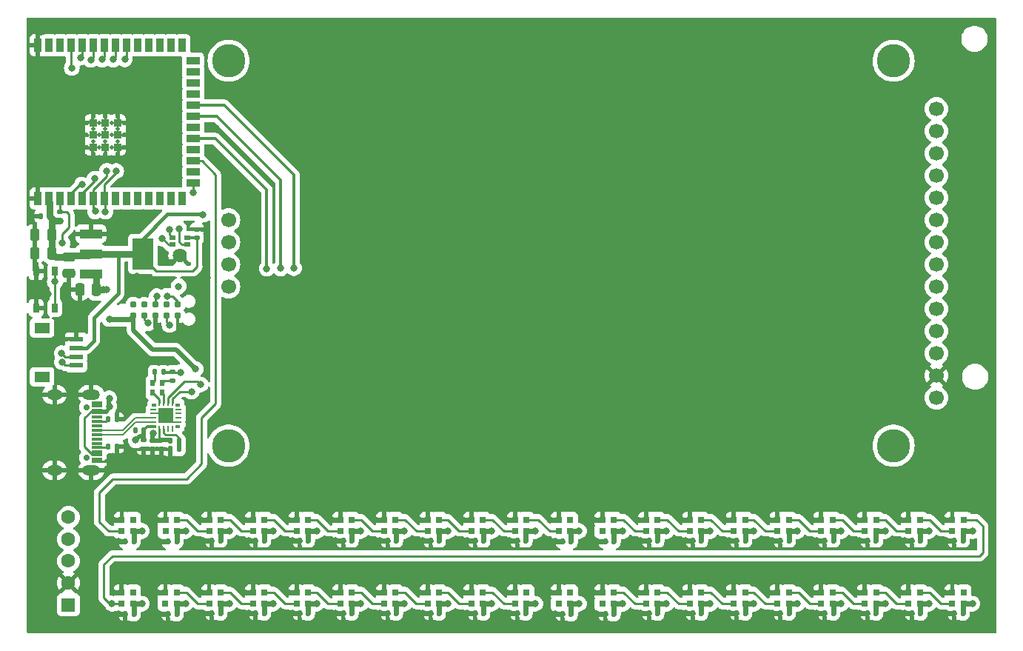
<source format=gbr>
%TF.GenerationSoftware,KiCad,Pcbnew,8.0.6*%
%TF.CreationDate,2024-10-31T12:41:21-07:00*%
%TF.ProjectId,veramonitor,76657261-6d6f-46e6-9974-6f722e6b6963,rev?*%
%TF.SameCoordinates,Original*%
%TF.FileFunction,Copper,L1,Top*%
%TF.FilePolarity,Positive*%
%FSLAX46Y46*%
G04 Gerber Fmt 4.6, Leading zero omitted, Abs format (unit mm)*
G04 Created by KiCad (PCBNEW 8.0.6) date 2024-10-31 12:41:21*
%MOMM*%
%LPD*%
G01*
G04 APERTURE LIST*
G04 Aperture macros list*
%AMRoundRect*
0 Rectangle with rounded corners*
0 $1 Rounding radius*
0 $2 $3 $4 $5 $6 $7 $8 $9 X,Y pos of 4 corners*
0 Add a 4 corners polygon primitive as box body*
4,1,4,$2,$3,$4,$5,$6,$7,$8,$9,$2,$3,0*
0 Add four circle primitives for the rounded corners*
1,1,$1+$1,$2,$3*
1,1,$1+$1,$4,$5*
1,1,$1+$1,$6,$7*
1,1,$1+$1,$8,$9*
0 Add four rect primitives between the rounded corners*
20,1,$1+$1,$2,$3,$4,$5,0*
20,1,$1+$1,$4,$5,$6,$7,0*
20,1,$1+$1,$6,$7,$8,$9,0*
20,1,$1+$1,$8,$9,$2,$3,0*%
G04 Aperture macros list end*
%TA.AperFunction,SMDPad,CuDef*%
%ADD10RoundRect,0.140000X0.170000X-0.140000X0.170000X0.140000X-0.170000X0.140000X-0.170000X-0.140000X0*%
%TD*%
%TA.AperFunction,ComponentPad*%
%ADD11R,1.600000X1.600000*%
%TD*%
%TA.AperFunction,ComponentPad*%
%ADD12C,1.600000*%
%TD*%
%TA.AperFunction,SMDPad,CuDef*%
%ADD13R,0.800000X0.800000*%
%TD*%
%TA.AperFunction,SMDPad,CuDef*%
%ADD14RoundRect,0.140000X0.140000X0.170000X-0.140000X0.170000X-0.140000X-0.170000X0.140000X-0.170000X0*%
%TD*%
%TA.AperFunction,SMDPad,CuDef*%
%ADD15RoundRect,0.250000X0.250000X0.475000X-0.250000X0.475000X-0.250000X-0.475000X0.250000X-0.475000X0*%
%TD*%
%TA.AperFunction,SMDPad,CuDef*%
%ADD16RoundRect,0.135000X-0.185000X0.135000X-0.185000X-0.135000X0.185000X-0.135000X0.185000X0.135000X0*%
%TD*%
%TA.AperFunction,SMDPad,CuDef*%
%ADD17RoundRect,0.135000X0.185000X-0.135000X0.185000X0.135000X-0.185000X0.135000X-0.185000X-0.135000X0*%
%TD*%
%TA.AperFunction,SMDPad,CuDef*%
%ADD18RoundRect,0.140000X-0.170000X0.140000X-0.170000X-0.140000X0.170000X-0.140000X0.170000X0.140000X0*%
%TD*%
%TA.AperFunction,ComponentPad*%
%ADD19C,0.500000*%
%TD*%
%TA.AperFunction,SMDPad,CuDef*%
%ADD20R,0.730000X0.530000*%
%TD*%
%TA.AperFunction,SMDPad,CuDef*%
%ADD21C,1.625000*%
%TD*%
%TA.AperFunction,SMDPad,CuDef*%
%ADD22R,0.900000X1.500000*%
%TD*%
%TA.AperFunction,SMDPad,CuDef*%
%ADD23R,1.500000X0.900000*%
%TD*%
%TA.AperFunction,SMDPad,CuDef*%
%ADD24R,0.900000X0.900000*%
%TD*%
%TA.AperFunction,ComponentPad*%
%ADD25C,0.700000*%
%TD*%
%TA.AperFunction,ComponentPad*%
%ADD26O,2.000000X1.200000*%
%TD*%
%TA.AperFunction,ComponentPad*%
%ADD27O,1.800000X1.200000*%
%TD*%
%TA.AperFunction,SMDPad,CuDef*%
%ADD28R,1.300000X0.300000*%
%TD*%
%TA.AperFunction,SMDPad,CuDef*%
%ADD29RoundRect,0.250000X-0.475000X0.250000X-0.475000X-0.250000X0.475000X-0.250000X0.475000X0.250000X0*%
%TD*%
%TA.AperFunction,SMDPad,CuDef*%
%ADD30R,0.500000X0.340000*%
%TD*%
%TA.AperFunction,SMDPad,CuDef*%
%ADD31R,0.700000X0.250000*%
%TD*%
%TA.AperFunction,SMDPad,CuDef*%
%ADD32R,0.250000X0.700000*%
%TD*%
%TA.AperFunction,SMDPad,CuDef*%
%ADD33R,1.700000X1.700000*%
%TD*%
%TA.AperFunction,SMDPad,CuDef*%
%ADD34RoundRect,0.135000X-0.135000X-0.185000X0.135000X-0.185000X0.135000X0.185000X-0.135000X0.185000X0*%
%TD*%
%TA.AperFunction,SMDPad,CuDef*%
%ADD35R,1.550000X0.600000*%
%TD*%
%TA.AperFunction,SMDPad,CuDef*%
%ADD36R,1.800000X1.200000*%
%TD*%
%TA.AperFunction,SMDPad,CuDef*%
%ADD37R,0.540000X0.640000*%
%TD*%
%TA.AperFunction,SMDPad,CuDef*%
%ADD38RoundRect,0.135000X0.135000X0.185000X-0.135000X0.185000X-0.135000X-0.185000X0.135000X-0.185000X0*%
%TD*%
%TA.AperFunction,SMDPad,CuDef*%
%ADD39R,2.500000X1.100000*%
%TD*%
%TA.AperFunction,SMDPad,CuDef*%
%ADD40R,2.340000X3.600000*%
%TD*%
%TA.AperFunction,SMDPad,CuDef*%
%ADD41R,0.700000X1.050000*%
%TD*%
%TA.AperFunction,SMDPad,CuDef*%
%ADD42C,0.787400*%
%TD*%
%TA.AperFunction,ComponentPad*%
%ADD43C,3.800000*%
%TD*%
%TA.AperFunction,ComponentPad*%
%ADD44C,1.700000*%
%TD*%
%TA.AperFunction,ViaPad*%
%ADD45C,0.800000*%
%TD*%
%TA.AperFunction,Conductor*%
%ADD46C,0.304800*%
%TD*%
%TA.AperFunction,Conductor*%
%ADD47C,0.250000*%
%TD*%
%TA.AperFunction,Conductor*%
%ADD48C,0.508000*%
%TD*%
%TA.AperFunction,Conductor*%
%ADD49C,0.254000*%
%TD*%
%TA.AperFunction,Conductor*%
%ADD50C,0.609600*%
%TD*%
%TA.AperFunction,Conductor*%
%ADD51C,0.406400*%
%TD*%
%TA.AperFunction,Conductor*%
%ADD52C,0.762000*%
%TD*%
%TA.AperFunction,Conductor*%
%ADD53C,0.400000*%
%TD*%
%TA.AperFunction,Conductor*%
%ADD54C,0.152400*%
%TD*%
G04 APERTURE END LIST*
D10*
%TO.P,C1,1*%
%TO.N,vcc-1*%
X59790000Y-92070000D03*
%TO.P,C1,2*%
%TO.N,gnd*%
X59790000Y-91110000D03*
%TD*%
D11*
%TO.P,U11,1*%
%TO.N,vcc-1*%
X45130000Y-134030000D03*
D12*
%TO.P,U11,2*%
%TO.N,gnd*%
X45130000Y-131530000D03*
%TO.P,U11,3*%
%TO.N,p3*%
X45130000Y-129030000D03*
%TO.P,U11,4*%
%TO.N,p4*%
X45130000Y-126530000D03*
%TO.P,U11,5*%
%TO.N,p5*%
X45130000Y-124030000D03*
%TD*%
D13*
%TO.P,U38,1*%
%TO.N,vcc*%
X82520000Y-133915000D03*
%TO.P,U38,2*%
%TO.N,ledrow3.led7.ic-vcc*%
X82520000Y-132615000D03*
%TO.P,U38,3*%
%TO.N,gnd*%
X81220000Y-132615000D03*
%TO.P,U38,4*%
%TO.N,ledrow3.led6.ic-vcc*%
X81220000Y-133915000D03*
%TD*%
D14*
%TO.P,C49,1*%
%TO.N,vcc*%
X142580000Y-135015000D03*
%TO.P,C49,2*%
%TO.N,gnd*%
X141620000Y-135015000D03*
%TD*%
%TO.P,C20,2*%
%TO.N,gnd*%
X96465000Y-126695000D03*
%TO.P,C20,1*%
%TO.N,vcc*%
X97425000Y-126695000D03*
%TD*%
%TO.P,C43,1*%
%TO.N,vcc*%
X112500000Y-135015000D03*
%TO.P,C43,2*%
%TO.N,gnd*%
X111540000Y-135015000D03*
%TD*%
D15*
%TO.P,C6,1*%
%TO.N,vcc-1*%
X43200000Y-93825000D03*
%TO.P,C6,2*%
%TO.N,gnd*%
X41300000Y-93825000D03*
%TD*%
D16*
%TO.P,R7,1*%
%TO.N,vdd*%
X57000000Y-107380000D03*
%TO.P,R7,2*%
%TO.N,uart_converter.r_rx_led-anode*%
X57000000Y-108400000D03*
%TD*%
D14*
%TO.P,C41,1*%
%TO.N,vcc*%
X102600000Y-135115000D03*
%TO.P,C41,2*%
%TO.N,gnd*%
X101640000Y-135115000D03*
%TD*%
D13*
%TO.P,U43,1*%
%TO.N,vcc*%
X107520000Y-133915000D03*
%TO.P,U43,2*%
%TO.N,ledrow4.led2.ic-vcc*%
X107520000Y-132615000D03*
%TO.P,U43,3*%
%TO.N,gnd*%
X106220000Y-132615000D03*
%TO.P,U43,4*%
%TO.N,ledrow4.led1.ic-vcc*%
X106220000Y-133915000D03*
%TD*%
%TO.P,U35,1*%
%TO.N,vcc*%
X67520000Y-133915000D03*
%TO.P,U35,2*%
%TO.N,ledrow3.led4.ic-vcc*%
X67520000Y-132615000D03*
%TO.P,U35,3*%
%TO.N,gnd*%
X66220000Y-132615000D03*
%TO.P,U35,4*%
%TO.N,ledrow3.led3.ic-vcc*%
X66220000Y-133915000D03*
%TD*%
D14*
%TO.P,C33,1*%
%TO.N,vcc*%
X62500000Y-135015000D03*
%TO.P,C33,2*%
%TO.N,gnd*%
X61540000Y-135015000D03*
%TD*%
D13*
%TO.P,U13,1*%
%TO.N,vcc*%
X57525000Y-125595000D03*
%TO.P,U13,2*%
%TO.N,ledrow1.led2.ic-vcc*%
X57525000Y-124295000D03*
%TO.P,U13,3*%
%TO.N,gnd*%
X56225000Y-124295000D03*
%TO.P,U13,4*%
%TO.N,ledrow1.led1.ic-vcc*%
X56225000Y-125595000D03*
%TD*%
D14*
%TO.P,C31,1*%
%TO.N,vcc*%
X52600000Y-135115000D03*
%TO.P,C31,2*%
%TO.N,gnd*%
X51640000Y-135115000D03*
%TD*%
D13*
%TO.P,U51,1*%
%TO.N,vcc*%
X147520000Y-133915000D03*
%TO.P,U51,2*%
%TO.N,ledrow4-dout*%
X147520000Y-132615000D03*
%TO.P,U51,3*%
%TO.N,gnd*%
X146220000Y-132615000D03*
%TO.P,U51,4*%
%TO.N,ledrow4.led9.ic-vcc*%
X146220000Y-133915000D03*
%TD*%
%TO.P,U19,1*%
%TO.N,vcc*%
X87525000Y-125595000D03*
%TO.P,U19,2*%
%TO.N,ledrow1.led8.ic-vcc*%
X87525000Y-124295000D03*
%TO.P,U19,3*%
%TO.N,gnd*%
X86225000Y-124295000D03*
%TO.P,U19,4*%
%TO.N,ledrow1.led7.ic-vcc*%
X86225000Y-125595000D03*
%TD*%
D17*
%TO.P,R3,1*%
%TO.N,vcc-1*%
X44170000Y-90135000D03*
%TO.P,R3,2*%
%TO.N,en*%
X44170000Y-89115000D03*
%TD*%
D13*
%TO.P,U37,1*%
%TO.N,vcc*%
X77520000Y-133915000D03*
%TO.P,U37,2*%
%TO.N,ledrow3.led6.ic-vcc*%
X77520000Y-132615000D03*
%TO.P,U37,3*%
%TO.N,gnd*%
X76220000Y-132615000D03*
%TO.P,U37,4*%
%TO.N,ledrow3.led5.ic-vcc*%
X76220000Y-133915000D03*
%TD*%
D14*
%TO.P,C18,2*%
%TO.N,gnd*%
X86545000Y-126695000D03*
%TO.P,C18,1*%
%TO.N,vcc*%
X87505000Y-126695000D03*
%TD*%
D15*
%TO.P,C2,1*%
%TO.N,vcc*%
X48320000Y-98015000D03*
%TO.P,C2,2*%
%TO.N,gnd*%
X46420000Y-98015000D03*
%TD*%
D14*
%TO.P,C34,1*%
%TO.N,vcc*%
X67500000Y-135015000D03*
%TO.P,C34,2*%
%TO.N,gnd*%
X66540000Y-135015000D03*
%TD*%
%TO.P,C39,1*%
%TO.N,vcc*%
X92580000Y-135015000D03*
%TO.P,C39,2*%
%TO.N,gnd*%
X91620000Y-135015000D03*
%TD*%
%TO.P,C45,1*%
%TO.N,vcc*%
X122520000Y-135015000D03*
%TO.P,C45,2*%
%TO.N,gnd*%
X121560000Y-135015000D03*
%TD*%
%TO.P,C11,2*%
%TO.N,gnd*%
X51645000Y-126795000D03*
%TO.P,C11,1*%
%TO.N,vcc*%
X52605000Y-126795000D03*
%TD*%
D13*
%TO.P,U45,1*%
%TO.N,vcc*%
X117520000Y-133915000D03*
%TO.P,U45,2*%
%TO.N,ledrow4.led4.ic-vcc*%
X117520000Y-132615000D03*
%TO.P,U45,3*%
%TO.N,gnd*%
X116220000Y-132615000D03*
%TO.P,U45,4*%
%TO.N,ledrow4.led3.ic-vcc*%
X116220000Y-133915000D03*
%TD*%
D14*
%TO.P,C35,1*%
%TO.N,vcc*%
X72520000Y-135015000D03*
%TO.P,C35,2*%
%TO.N,gnd*%
X71560000Y-135015000D03*
%TD*%
D18*
%TO.P,C10,1*%
%TO.N,vdd*%
X53725000Y-115210000D03*
%TO.P,C10,2*%
%TO.N,gnd*%
X53725000Y-116170000D03*
%TD*%
D19*
%TO.P,U3,*%
%TO.N,*%
X57870000Y-94125000D03*
D20*
%TO.P,U3,1*%
%TO.N,pdm_data*%
X57030000Y-92055000D03*
%TO.P,U3,2*%
%TO.N,pdm_sel*%
X57030000Y-92875000D03*
D21*
%TO.P,U3,3*%
%TO.N,gnd*%
X57870000Y-94125000D03*
D20*
%TO.P,U3,4*%
%TO.N,pdm_clk*%
X58710000Y-92875000D03*
%TO.P,U3,5*%
%TO.N,vcc-1*%
X58710000Y-92055000D03*
%TD*%
D14*
%TO.P,C25,1*%
%TO.N,vcc*%
X122520000Y-126690000D03*
%TO.P,C25,2*%
%TO.N,gnd*%
X121560000Y-126690000D03*
%TD*%
D19*
%TO.P,U5,*%
%TO.N,*%
X48650000Y-81725000D03*
X50050000Y-81725000D03*
X47950000Y-81025000D03*
X49350000Y-81025000D03*
X50750000Y-81025000D03*
X48650000Y-80325000D03*
X50050000Y-80325000D03*
X47950000Y-79625000D03*
X49350000Y-79625000D03*
X50750000Y-79625000D03*
X48650000Y-78925000D03*
X50050000Y-78925000D03*
D22*
%TO.P,U5,1*%
%TO.N,gnd*%
X41630000Y-87575000D03*
%TO.P,U5,2*%
%TO.N,vcc-1*%
X42900000Y-87575000D03*
%TO.P,U5,3*%
%TO.N,en*%
X44170000Y-87575000D03*
%TO.P,U5,4*%
%TO.N,pdm_data*%
X45440000Y-87575000D03*
%TO.P,U5,5*%
%TO.N,pdm_clk*%
X46710000Y-87575000D03*
%TO.P,U5,6*%
%TO.N,scl*%
X47980000Y-87575000D03*
%TO.P,U5,7*%
%TO.N,sda*%
X49250000Y-87575000D03*
%TO.P,U5,8*%
%TO.N,io15*%
X50520000Y-87575000D03*
%TO.P,U5,9*%
%TO.N,io16*%
X51790000Y-87575000D03*
%TO.P,U5,10*%
%TO.N,io17*%
X53060000Y-87575000D03*
%TO.P,U5,11*%
%TO.N,io18*%
X54330000Y-87575000D03*
%TO.P,U5,12*%
%TO.N,io8*%
X55600000Y-87575000D03*
%TO.P,U5,13*%
%TO.N,io19*%
X56870000Y-87575000D03*
%TO.P,U5,14*%
%TO.N,io20*%
X58140000Y-87575000D03*
D23*
%TO.P,U5,15*%
%TO.N,pdm_sel*%
X59410000Y-85815000D03*
%TO.P,U5,16*%
%TO.N,io46*%
X59410000Y-84545000D03*
%TO.P,U5,17*%
%TO.N,led_data*%
X59410000Y-83275000D03*
%TO.P,U5,18*%
%TO.N,io10*%
X59410000Y-82005000D03*
%TO.P,U5,19*%
%TO.N,p5*%
X59410000Y-80735000D03*
%TO.P,U5,20*%
%TO.N,io12*%
X59410000Y-79455000D03*
%TO.P,U5,21*%
%TO.N,p4*%
X59410000Y-78195000D03*
%TO.P,U5,22*%
%TO.N,p3*%
X59410000Y-76925000D03*
%TO.P,U5,23*%
%TO.N,io21*%
X59410000Y-75655000D03*
%TO.P,U5,24*%
%TO.N,io47*%
X59410000Y-74375000D03*
%TO.P,U5,25*%
%TO.N,io48*%
X59410000Y-73105000D03*
%TO.P,U5,26*%
%TO.N,io45*%
X59380000Y-71835000D03*
D22*
%TO.P,U5,27*%
%TO.N,io0*%
X58140000Y-70075000D03*
%TO.P,U5,28*%
%TO.N,io35*%
X56870000Y-70075000D03*
%TO.P,U5,29*%
%TO.N,io36*%
X55600000Y-70075000D03*
%TO.P,U5,30*%
%TO.N,io37*%
X54330000Y-70075000D03*
%TO.P,U5,31*%
%TO.N,io38*%
X53060000Y-70075000D03*
%TO.P,U5,32*%
%TO.N,tck*%
X51790000Y-70075000D03*
%TO.P,U5,33*%
%TO.N,tdo*%
X50520000Y-70075000D03*
%TO.P,U5,34*%
%TO.N,tdi*%
X49250000Y-70075000D03*
%TO.P,U5,35*%
%TO.N,tms*%
X47980000Y-70075000D03*
%TO.P,U5,36*%
%TO.N,rx*%
X46710000Y-70075000D03*
%TO.P,U5,37*%
%TO.N,tx*%
X45440000Y-70075000D03*
%TO.P,U5,38*%
%TO.N,io2*%
X44170000Y-70075000D03*
%TO.P,U5,39*%
%TO.N,io1*%
X42900000Y-70075000D03*
%TO.P,U5,40*%
%TO.N,gnd*%
X41630000Y-70075000D03*
D24*
%TO.P,U5,41*%
X47950000Y-81725000D03*
X49350000Y-81725000D03*
X50750000Y-81725000D03*
X47950000Y-80325000D03*
X49350000Y-80325000D03*
X50750000Y-80325000D03*
X47950000Y-78925000D03*
X49350000Y-78925000D03*
X50750000Y-78925000D03*
%TD*%
D25*
%TO.P,U2,*%
%TO.N,*%
X47185000Y-111435000D03*
X47185000Y-117215000D03*
D26*
%TO.P,U2,1*%
%TO.N,gnd*%
X47725000Y-110005000D03*
%TO.P,U2,2*%
X47725000Y-118645000D03*
D27*
%TO.P,U2,3*%
X43535000Y-110005000D03*
%TO.P,U2,4*%
X43535000Y-118645000D03*
D28*
%TO.P,U2,A1*%
X48375000Y-110975000D03*
%TO.P,U2,A4*%
%TO.N,vcc*%
X48375000Y-111775000D03*
%TO.P,U2,A5*%
%TO.N,cc1*%
X48375000Y-113075000D03*
%TO.P,U2,A6*%
%TO.N,dp*%
X48375000Y-114075000D03*
%TO.P,U2,A7*%
%TO.N,dm*%
X48375000Y-114575000D03*
%TO.P,U2,A8*%
%TO.N,sub1*%
X48375000Y-115575000D03*
%TO.P,U2,A9*%
%TO.N,vcc*%
X48365000Y-116875000D03*
%TO.P,U2,A12*%
%TO.N,gnd*%
X48375000Y-117675000D03*
%TO.P,U2,B1*%
X48375000Y-117375000D03*
%TO.P,U2,B4*%
%TO.N,vcc*%
X48365000Y-116575000D03*
%TO.P,U2,B5*%
%TO.N,cc2*%
X48375000Y-116075000D03*
%TO.P,U2,B6*%
%TO.N,dp*%
X48375000Y-115075000D03*
%TO.P,U2,B7*%
%TO.N,dm*%
X48375000Y-113575000D03*
%TO.P,U2,B8*%
%TO.N,sub2*%
X48375000Y-112575000D03*
%TO.P,U2,B9*%
%TO.N,vcc*%
X48375000Y-112075000D03*
%TO.P,U2,B12*%
%TO.N,gnd*%
X48375000Y-111275000D03*
%TD*%
D14*
%TO.P,C30,1*%
%TO.N,vcc*%
X147420000Y-126690000D03*
%TO.P,C30,2*%
%TO.N,gnd*%
X146460000Y-126690000D03*
%TD*%
D13*
%TO.P,U44,1*%
%TO.N,vcc*%
X112520000Y-133915000D03*
%TO.P,U44,2*%
%TO.N,ledrow4.led3.ic-vcc*%
X112520000Y-132615000D03*
%TO.P,U44,3*%
%TO.N,gnd*%
X111220000Y-132615000D03*
%TO.P,U44,4*%
%TO.N,ledrow4.led2.ic-vcc*%
X111220000Y-133915000D03*
%TD*%
%TO.P,U21,1*%
%TO.N,vcc*%
X97525000Y-125595000D03*
%TO.P,U21,2*%
%TO.N,ledrow1-dout*%
X97525000Y-124295000D03*
%TO.P,U21,3*%
%TO.N,gnd*%
X96225000Y-124295000D03*
%TO.P,U21,4*%
%TO.N,ledrow1.led9.ic-vcc*%
X96225000Y-125595000D03*
%TD*%
D29*
%TO.P,C3,1*%
%TO.N,vcc-1*%
X45170000Y-94265000D03*
%TO.P,C3,2*%
%TO.N,gnd*%
X45170000Y-96165000D03*
%TD*%
D13*
%TO.P,U27,1*%
%TO.N,vcc*%
X127520000Y-125590000D03*
%TO.P,U27,2*%
%TO.N,ledrow2.led6.ic-vcc*%
X127520000Y-124290000D03*
%TO.P,U27,3*%
%TO.N,gnd*%
X126220000Y-124290000D03*
%TO.P,U27,4*%
%TO.N,ledrow2.led5.ic-vcc*%
X126220000Y-125590000D03*
%TD*%
D14*
%TO.P,C50,1*%
%TO.N,vcc*%
X147420000Y-135015000D03*
%TO.P,C50,2*%
%TO.N,gnd*%
X146460000Y-135015000D03*
%TD*%
%TO.P,C32,1*%
%TO.N,vcc*%
X57500000Y-135115000D03*
%TO.P,C32,2*%
%TO.N,gnd*%
X56540000Y-135115000D03*
%TD*%
D13*
%TO.P,U15,1*%
%TO.N,vcc*%
X67525000Y-125595000D03*
%TO.P,U15,2*%
%TO.N,ledrow1.led4.ic-vcc*%
X67525000Y-124295000D03*
%TO.P,U15,3*%
%TO.N,gnd*%
X66225000Y-124295000D03*
%TO.P,U15,4*%
%TO.N,ledrow1.led3.ic-vcc*%
X66225000Y-125595000D03*
%TD*%
D30*
%TO.P,U10,1*%
%TO.N,gpio_period_1_slash_rs485*%
X54900000Y-111175000D03*
D31*
%TO.P,U10,2*%
%TO.N,gpio_period_0_slash_clk*%
X54830000Y-111675000D03*
%TO.P,U10,3*%
%TO.N,gnd*%
X54830000Y-112175000D03*
%TO.P,U10,4*%
%TO.N,dp*%
X54830000Y-112675000D03*
%TO.P,U10,5*%
%TO.N,dm*%
X54830000Y-113175000D03*
D30*
%TO.P,U10,6*%
%TO.N,vdd*%
X54900000Y-113675000D03*
D32*
%TO.P,U10,7*%
%TO.N,vcc*%
X55530000Y-113875000D03*
%TO.P,U10,8*%
%TO.N,vbus*%
X56030000Y-113875000D03*
%TO.P,U10,9*%
%TO.N,rstb*%
X56530000Y-113875000D03*
%TO.P,U10,10*%
%TO.N,uart_converter-nc*%
X57030000Y-113875000D03*
D30*
%TO.P,U10,11*%
%TO.N,suspendb*%
X57660000Y-113675000D03*
D31*
%TO.P,U10,12*%
%TO.N,gnd*%
X57730000Y-113175000D03*
%TO.P,U10,13*%
%TO.N,wakeup*%
X57730000Y-112675000D03*
%TO.P,U10,14*%
%TO.N,suspend*%
X57730000Y-112175000D03*
%TO.P,U10,15*%
%TO.N,cts*%
X57730000Y-111675000D03*
D30*
%TO.P,U10,16*%
%TO.N,rts*%
X57660000Y-111175000D03*
D32*
%TO.P,U10,17*%
%TO.N,rx*%
X57030000Y-110975000D03*
%TO.P,U10,18*%
%TO.N,tx*%
X56530000Y-110975000D03*
%TO.P,U10,19*%
%TO.N,gpio_period_3_slash_rxt*%
X56030000Y-110975000D03*
%TO.P,U10,20*%
%TO.N,gpio_period_2_slash_txt*%
X55530000Y-110975000D03*
D33*
%TO.P,U10,21*%
%TO.N,gnd*%
X56280000Y-112425000D03*
%TD*%
D14*
%TO.P,C12,2*%
%TO.N,gnd*%
X56545000Y-126795000D03*
%TO.P,C12,1*%
%TO.N,vcc*%
X57505000Y-126795000D03*
%TD*%
D18*
%TO.P,C7,1*%
%TO.N,vcc*%
X54725000Y-115230000D03*
%TO.P,C7,2*%
%TO.N,gnd*%
X54725000Y-116190000D03*
%TD*%
D13*
%TO.P,U28,1*%
%TO.N,vcc*%
X132520000Y-125590000D03*
%TO.P,U28,2*%
%TO.N,ledrow2.led7.ic-vcc*%
X132520000Y-124290000D03*
%TO.P,U28,3*%
%TO.N,gnd*%
X131220000Y-124290000D03*
%TO.P,U28,4*%
%TO.N,ledrow2.led6.ic-vcc*%
X131220000Y-125590000D03*
%TD*%
%TO.P,U41,1*%
%TO.N,vcc*%
X97520000Y-133915000D03*
%TO.P,U41,2*%
%TO.N,ledrow3-dout*%
X97520000Y-132615000D03*
%TO.P,U41,3*%
%TO.N,gnd*%
X96220000Y-132615000D03*
%TO.P,U41,4*%
%TO.N,ledrow3.led9.ic-vcc*%
X96220000Y-133915000D03*
%TD*%
D14*
%TO.P,C9,1*%
%TO.N,vdd*%
X53725000Y-114075000D03*
%TO.P,C9,2*%
%TO.N,gnd*%
X52765000Y-114075000D03*
%TD*%
D15*
%TO.P,C5,1*%
%TO.N,vcc-1*%
X43200000Y-91725000D03*
%TO.P,C5,2*%
%TO.N,gnd*%
X41300000Y-91725000D03*
%TD*%
D13*
%TO.P,U30,1*%
%TO.N,vcc*%
X142520000Y-125590000D03*
%TO.P,U30,2*%
%TO.N,ledrow2.led9.ic-vcc*%
X142520000Y-124290000D03*
%TO.P,U30,3*%
%TO.N,gnd*%
X141220000Y-124290000D03*
%TO.P,U30,4*%
%TO.N,ledrow2.led8.ic-vcc*%
X141220000Y-125590000D03*
%TD*%
D14*
%TO.P,C38,1*%
%TO.N,vcc*%
X87500000Y-135015000D03*
%TO.P,C38,2*%
%TO.N,gnd*%
X86540000Y-135015000D03*
%TD*%
%TO.P,C23,1*%
%TO.N,vcc*%
X112500000Y-126690000D03*
%TO.P,C23,2*%
%TO.N,gnd*%
X111540000Y-126690000D03*
%TD*%
D34*
%TO.P,R1,1*%
%TO.N,cc1*%
X49687500Y-112825000D03*
%TO.P,R1,2*%
%TO.N,gnd*%
X50707500Y-112825000D03*
%TD*%
D13*
%TO.P,U17,1*%
%TO.N,vcc*%
X77525000Y-125595000D03*
%TO.P,U17,2*%
%TO.N,ledrow1.led6.ic-vcc*%
X77525000Y-124295000D03*
%TO.P,U17,3*%
%TO.N,gnd*%
X76225000Y-124295000D03*
%TO.P,U17,4*%
%TO.N,ledrow1.led5.ic-vcc*%
X76225000Y-125595000D03*
%TD*%
D35*
%TO.P,J1,1*%
%TO.N,gnd*%
X46000000Y-103670000D03*
%TO.P,J1,2*%
%TO.N,vcc-1*%
X46000000Y-104670000D03*
%TO.P,J1,3*%
%TO.N,sda*%
X46000000Y-105670000D03*
%TO.P,J1,4*%
%TO.N,scl*%
X46000000Y-106670000D03*
D36*
%TO.P,J1,5*%
%TO.N,N/C*%
X42120000Y-107970000D03*
%TO.P,J1,6*%
X42120000Y-102370000D03*
%TD*%
D14*
%TO.P,C13,2*%
%TO.N,gnd*%
X61545000Y-126695000D03*
%TO.P,C13,1*%
%TO.N,vcc*%
X62505000Y-126695000D03*
%TD*%
D13*
%TO.P,U16,1*%
%TO.N,vcc*%
X72525000Y-125595000D03*
%TO.P,U16,2*%
%TO.N,ledrow1.led5.ic-vcc*%
X72525000Y-124295000D03*
%TO.P,U16,3*%
%TO.N,gnd*%
X71225000Y-124295000D03*
%TO.P,U16,4*%
%TO.N,ledrow1.led4.ic-vcc*%
X71225000Y-125595000D03*
%TD*%
%TO.P,U18,1*%
%TO.N,vcc*%
X82525000Y-125595000D03*
%TO.P,U18,2*%
%TO.N,ledrow1.led7.ic-vcc*%
X82525000Y-124295000D03*
%TO.P,U18,3*%
%TO.N,gnd*%
X81225000Y-124295000D03*
%TO.P,U18,4*%
%TO.N,ledrow1.led6.ic-vcc*%
X81225000Y-125595000D03*
%TD*%
%TO.P,U50,1*%
%TO.N,vcc*%
X142520000Y-133915000D03*
%TO.P,U50,2*%
%TO.N,ledrow4.led9.ic-vcc*%
X142520000Y-132615000D03*
%TO.P,U50,3*%
%TO.N,gnd*%
X141220000Y-132615000D03*
%TO.P,U50,4*%
%TO.N,ledrow4.led8.ic-vcc*%
X141220000Y-133915000D03*
%TD*%
D14*
%TO.P,C36,1*%
%TO.N,vcc*%
X77520000Y-135015000D03*
%TO.P,C36,2*%
%TO.N,gnd*%
X76560000Y-135015000D03*
%TD*%
%TO.P,C40,1*%
%TO.N,vcc*%
X97420000Y-135015000D03*
%TO.P,C40,2*%
%TO.N,gnd*%
X96460000Y-135015000D03*
%TD*%
D37*
%TO.P,U8,1*%
%TO.N,uart_converter.r_rx_led-anode*%
X55850000Y-108665000D03*
%TO.P,U8,2*%
%TO.N,gpio_period_3_slash_rxt*%
X55850000Y-109745000D03*
%TD*%
D13*
%TO.P,U20,1*%
%TO.N,vcc*%
X92525000Y-125595000D03*
%TO.P,U20,2*%
%TO.N,ledrow1.led9.ic-vcc*%
X92525000Y-124295000D03*
%TO.P,U20,3*%
%TO.N,gnd*%
X91225000Y-124295000D03*
%TO.P,U20,4*%
%TO.N,ledrow1.led8.ic-vcc*%
X91225000Y-125595000D03*
%TD*%
%TO.P,U22,1*%
%TO.N,vcc*%
X102520000Y-125590000D03*
%TO.P,U22,2*%
%TO.N,ledrow2.led1.ic-vcc*%
X102520000Y-124290000D03*
%TO.P,U22,3*%
%TO.N,gnd*%
X101220000Y-124290000D03*
%TO.P,U22,4*%
%TO.N,ledrow1-dout*%
X101220000Y-125590000D03*
%TD*%
D38*
%TO.P,R5,1*%
%TO.N,vbus*%
X57760000Y-116240000D03*
%TO.P,R5,2*%
%TO.N,gnd*%
X56740000Y-116240000D03*
%TD*%
D14*
%TO.P,C47,1*%
%TO.N,vcc*%
X132600000Y-135015000D03*
%TO.P,C47,2*%
%TO.N,gnd*%
X131640000Y-135015000D03*
%TD*%
D13*
%TO.P,U46,1*%
%TO.N,vcc*%
X122520000Y-133915000D03*
%TO.P,U46,2*%
%TO.N,ledrow4.led5.ic-vcc*%
X122520000Y-132615000D03*
%TO.P,U46,3*%
%TO.N,gnd*%
X121220000Y-132615000D03*
%TO.P,U46,4*%
%TO.N,ledrow4.led4.ic-vcc*%
X121220000Y-133915000D03*
%TD*%
%TO.P,U14,1*%
%TO.N,vcc*%
X62525000Y-125595000D03*
%TO.P,U14,2*%
%TO.N,ledrow1.led3.ic-vcc*%
X62525000Y-124295000D03*
%TO.P,U14,3*%
%TO.N,gnd*%
X61225000Y-124295000D03*
%TO.P,U14,4*%
%TO.N,ledrow1.led2.ic-vcc*%
X61225000Y-125595000D03*
%TD*%
D14*
%TO.P,C26,1*%
%TO.N,vcc*%
X127520000Y-126690000D03*
%TO.P,C26,2*%
%TO.N,gnd*%
X126560000Y-126690000D03*
%TD*%
D13*
%TO.P,U47,1*%
%TO.N,vcc*%
X127520000Y-133915000D03*
%TO.P,U47,2*%
%TO.N,ledrow4.led6.ic-vcc*%
X127520000Y-132615000D03*
%TO.P,U47,3*%
%TO.N,gnd*%
X126220000Y-132615000D03*
%TO.P,U47,4*%
%TO.N,ledrow4.led5.ic-vcc*%
X126220000Y-133915000D03*
%TD*%
D14*
%TO.P,C15,2*%
%TO.N,gnd*%
X71565000Y-126695000D03*
%TO.P,C15,1*%
%TO.N,vcc*%
X72525000Y-126695000D03*
%TD*%
D13*
%TO.P,U34,1*%
%TO.N,vcc*%
X62520000Y-133915000D03*
%TO.P,U34,2*%
%TO.N,ledrow3.led3.ic-vcc*%
X62520000Y-132615000D03*
%TO.P,U34,3*%
%TO.N,gnd*%
X61220000Y-132615000D03*
%TO.P,U34,4*%
%TO.N,ledrow3.led2.ic-vcc*%
X61220000Y-133915000D03*
%TD*%
%TO.P,U32,1*%
%TO.N,vcc*%
X52520000Y-133915000D03*
%TO.P,U32,2*%
%TO.N,ledrow3.led1.ic-vcc*%
X52520000Y-132615000D03*
%TO.P,U32,3*%
%TO.N,gnd*%
X51220000Y-132615000D03*
%TO.P,U32,4*%
%TO.N,ledrow2-dout*%
X51220000Y-133915000D03*
%TD*%
%TO.P,U29,1*%
%TO.N,vcc*%
X137520000Y-125590000D03*
%TO.P,U29,2*%
%TO.N,ledrow2.led8.ic-vcc*%
X137520000Y-124290000D03*
%TO.P,U29,3*%
%TO.N,gnd*%
X136220000Y-124290000D03*
%TO.P,U29,4*%
%TO.N,ledrow2.led7.ic-vcc*%
X136220000Y-125590000D03*
%TD*%
%TO.P,U31,1*%
%TO.N,vcc*%
X147520000Y-125590000D03*
%TO.P,U31,2*%
%TO.N,ledrow2-dout*%
X147520000Y-124290000D03*
%TO.P,U31,3*%
%TO.N,gnd*%
X146220000Y-124290000D03*
%TO.P,U31,4*%
%TO.N,ledrow2.led9.ic-vcc*%
X146220000Y-125590000D03*
%TD*%
D18*
%TO.P,C8,1*%
%TO.N,vcc*%
X55750000Y-115225000D03*
%TO.P,C8,2*%
%TO.N,gnd*%
X55750000Y-116185000D03*
%TD*%
D39*
%TO.P,U4,1*%
%TO.N,gnd*%
X47700000Y-91615000D03*
%TO.P,U4,2*%
%TO.N,vcc-1*%
X47700000Y-93915000D03*
%TO.P,U4,3*%
%TO.N,vcc*%
X47700000Y-96215000D03*
D40*
%TO.P,U4,4*%
%TO.N,vcc-1*%
X53640000Y-93915000D03*
%TD*%
D13*
%TO.P,U49,1*%
%TO.N,vcc*%
X137520000Y-133915000D03*
%TO.P,U49,2*%
%TO.N,ledrow4.led8.ic-vcc*%
X137520000Y-132615000D03*
%TO.P,U49,3*%
%TO.N,gnd*%
X136220000Y-132615000D03*
%TO.P,U49,4*%
%TO.N,ledrow4.led7.ic-vcc*%
X136220000Y-133915000D03*
%TD*%
D14*
%TO.P,C42,1*%
%TO.N,vcc*%
X107500000Y-135115000D03*
%TO.P,C42,2*%
%TO.N,gnd*%
X106540000Y-135115000D03*
%TD*%
D13*
%TO.P,U33,1*%
%TO.N,vcc*%
X57520000Y-133915000D03*
%TO.P,U33,2*%
%TO.N,ledrow3.led2.ic-vcc*%
X57520000Y-132615000D03*
%TO.P,U33,3*%
%TO.N,gnd*%
X56220000Y-132615000D03*
%TO.P,U33,4*%
%TO.N,ledrow3.led1.ic-vcc*%
X56220000Y-133915000D03*
%TD*%
%TO.P,U48,1*%
%TO.N,vcc*%
X132520000Y-133915000D03*
%TO.P,U48,2*%
%TO.N,ledrow4.led7.ic-vcc*%
X132520000Y-132615000D03*
%TO.P,U48,3*%
%TO.N,gnd*%
X131220000Y-132615000D03*
%TO.P,U48,4*%
%TO.N,ledrow4.led6.ic-vcc*%
X131220000Y-133915000D03*
%TD*%
D14*
%TO.P,C27,1*%
%TO.N,vcc*%
X132600000Y-126690000D03*
%TO.P,C27,2*%
%TO.N,gnd*%
X131640000Y-126690000D03*
%TD*%
D13*
%TO.P,U23,1*%
%TO.N,vcc*%
X107520000Y-125590000D03*
%TO.P,U23,2*%
%TO.N,ledrow2.led2.ic-vcc*%
X107520000Y-124290000D03*
%TO.P,U23,3*%
%TO.N,gnd*%
X106220000Y-124290000D03*
%TO.P,U23,4*%
%TO.N,ledrow2.led1.ic-vcc*%
X106220000Y-125590000D03*
%TD*%
D14*
%TO.P,C28,1*%
%TO.N,vcc*%
X137500000Y-126690000D03*
%TO.P,C28,2*%
%TO.N,gnd*%
X136540000Y-126690000D03*
%TD*%
%TO.P,C4,1*%
%TO.N,vcc-1*%
X42930000Y-89615000D03*
%TO.P,C4,2*%
%TO.N,gnd*%
X41970000Y-89615000D03*
%TD*%
D13*
%TO.P,U42,1*%
%TO.N,vcc*%
X102520000Y-133915000D03*
%TO.P,U42,2*%
%TO.N,ledrow4.led1.ic-vcc*%
X102520000Y-132615000D03*
%TO.P,U42,3*%
%TO.N,gnd*%
X101220000Y-132615000D03*
%TO.P,U42,4*%
%TO.N,ledrow3-dout*%
X101220000Y-133915000D03*
%TD*%
D34*
%TO.P,R2,1*%
%TO.N,cc2*%
X49687500Y-115925000D03*
%TO.P,R2,2*%
%TO.N,gnd*%
X50707500Y-115925000D03*
%TD*%
D14*
%TO.P,C37,1*%
%TO.N,vcc*%
X82600000Y-135015000D03*
%TO.P,C37,2*%
%TO.N,gnd*%
X81640000Y-135015000D03*
%TD*%
%TO.P,C21,1*%
%TO.N,vcc*%
X102600000Y-126790000D03*
%TO.P,C21,2*%
%TO.N,gnd*%
X101640000Y-126790000D03*
%TD*%
D38*
%TO.P,R6,1*%
%TO.N,vdd*%
X55985000Y-107440000D03*
%TO.P,R6,2*%
%TO.N,uart_converter.r_tx_led-anode*%
X54965000Y-107440000D03*
%TD*%
D14*
%TO.P,C14,2*%
%TO.N,gnd*%
X66545000Y-126695000D03*
%TO.P,C14,1*%
%TO.N,vcc*%
X67505000Y-126695000D03*
%TD*%
%TO.P,C48,1*%
%TO.N,vcc*%
X137500000Y-135015000D03*
%TO.P,C48,2*%
%TO.N,gnd*%
X136540000Y-135015000D03*
%TD*%
D13*
%TO.P,U26,1*%
%TO.N,vcc*%
X122520000Y-125590000D03*
%TO.P,U26,2*%
%TO.N,ledrow2.led5.ic-vcc*%
X122520000Y-124290000D03*
%TO.P,U26,3*%
%TO.N,gnd*%
X121220000Y-124290000D03*
%TO.P,U26,4*%
%TO.N,ledrow2.led4.ic-vcc*%
X121220000Y-125590000D03*
%TD*%
D41*
%TO.P,U6,1*%
%TO.N,en*%
X43570000Y-95900000D03*
%TO.P,U6,2*%
X43570000Y-100100000D03*
%TO.P,U6,3*%
%TO.N,gnd*%
X41430000Y-95900000D03*
%TO.P,U6,4*%
X41430000Y-100100000D03*
%TD*%
D13*
%TO.P,U24,1*%
%TO.N,vcc*%
X112520000Y-125590000D03*
%TO.P,U24,2*%
%TO.N,ledrow2.led3.ic-vcc*%
X112520000Y-124290000D03*
%TO.P,U24,3*%
%TO.N,gnd*%
X111220000Y-124290000D03*
%TO.P,U24,4*%
%TO.N,ledrow2.led2.ic-vcc*%
X111220000Y-125590000D03*
%TD*%
%TO.P,U36,1*%
%TO.N,vcc*%
X72520000Y-133915000D03*
%TO.P,U36,2*%
%TO.N,ledrow3.led5.ic-vcc*%
X72520000Y-132615000D03*
%TO.P,U36,3*%
%TO.N,gnd*%
X71220000Y-132615000D03*
%TO.P,U36,4*%
%TO.N,ledrow3.led4.ic-vcc*%
X71220000Y-133915000D03*
%TD*%
D14*
%TO.P,C46,1*%
%TO.N,vcc*%
X127520000Y-135015000D03*
%TO.P,C46,2*%
%TO.N,gnd*%
X126560000Y-135015000D03*
%TD*%
%TO.P,C44,1*%
%TO.N,vcc*%
X117500000Y-135015000D03*
%TO.P,C44,2*%
%TO.N,gnd*%
X116540000Y-135015000D03*
%TD*%
D13*
%TO.P,U40,1*%
%TO.N,vcc*%
X92520000Y-133915000D03*
%TO.P,U40,2*%
%TO.N,ledrow3.led9.ic-vcc*%
X92520000Y-132615000D03*
%TO.P,U40,3*%
%TO.N,gnd*%
X91220000Y-132615000D03*
%TO.P,U40,4*%
%TO.N,ledrow3.led8.ic-vcc*%
X91220000Y-133915000D03*
%TD*%
D14*
%TO.P,C22,1*%
%TO.N,vcc*%
X107500000Y-126790000D03*
%TO.P,C22,2*%
%TO.N,gnd*%
X106540000Y-126790000D03*
%TD*%
%TO.P,C24,1*%
%TO.N,vcc*%
X117500000Y-126690000D03*
%TO.P,C24,2*%
%TO.N,gnd*%
X116540000Y-126690000D03*
%TD*%
%TO.P,C19,2*%
%TO.N,gnd*%
X91625000Y-126695000D03*
%TO.P,C19,1*%
%TO.N,vcc*%
X92585000Y-126695000D03*
%TD*%
%TO.P,C29,1*%
%TO.N,vcc*%
X142580000Y-126690000D03*
%TO.P,C29,2*%
%TO.N,gnd*%
X141620000Y-126690000D03*
%TD*%
%TO.P,C17,2*%
%TO.N,gnd*%
X81645000Y-126695000D03*
%TO.P,C17,1*%
%TO.N,vcc*%
X82605000Y-126695000D03*
%TD*%
%TO.P,C16,2*%
%TO.N,gnd*%
X76565000Y-126695000D03*
%TO.P,C16,1*%
%TO.N,vcc*%
X77525000Y-126695000D03*
%TD*%
D13*
%TO.P,U25,1*%
%TO.N,vcc*%
X117520000Y-125590000D03*
%TO.P,U25,2*%
%TO.N,ledrow2.led4.ic-vcc*%
X117520000Y-124290000D03*
%TO.P,U25,3*%
%TO.N,gnd*%
X116220000Y-124290000D03*
%TO.P,U25,4*%
%TO.N,ledrow2.led3.ic-vcc*%
X116220000Y-125590000D03*
%TD*%
D37*
%TO.P,U9,2*%
%TO.N,gpio_period_2_slash_txt*%
X54725000Y-109740000D03*
%TO.P,U9,1*%
%TO.N,uart_converter.r_tx_led-anode*%
X54725000Y-108660000D03*
%TD*%
D42*
%TO.P,U1,1*%
%TO.N,vcc*%
X52555000Y-100995000D03*
%TO.P,U1,2*%
%TO.N,tms*%
X53825000Y-100995000D03*
%TO.P,U1,3*%
%TO.N,gnd*%
X55095000Y-100995000D03*
%TO.P,U1,4*%
%TO.N,tck*%
X56365000Y-100995000D03*
%TO.P,U1,5*%
%TO.N,gnd*%
X57635000Y-100995000D03*
%TO.P,U1,6*%
%TO.N,tdo*%
X57635000Y-99725000D03*
%TO.P,U1,7*%
%TO.N,N/C*%
X56365000Y-99725000D03*
%TO.P,U1,8*%
%TO.N,tdi*%
X55095000Y-99725000D03*
%TO.P,U1,9*%
%TO.N,N/C*%
X53825000Y-99725000D03*
%TO.P,U1,10*%
%TO.N,reset*%
X52555000Y-99725000D03*
%TD*%
D34*
%TO.P,R4,1*%
%TO.N,vcc*%
X56740000Y-115265000D03*
%TO.P,R4,2*%
%TO.N,vbus*%
X57760000Y-115265000D03*
%TD*%
D13*
%TO.P,U39,1*%
%TO.N,vcc*%
X87520000Y-133915000D03*
%TO.P,U39,2*%
%TO.N,ledrow3.led8.ic-vcc*%
X87520000Y-132615000D03*
%TO.P,U39,3*%
%TO.N,gnd*%
X86220000Y-132615000D03*
%TO.P,U39,4*%
%TO.N,ledrow3.led7.ic-vcc*%
X86220000Y-133915000D03*
%TD*%
%TO.P,U12,1*%
%TO.N,vcc*%
X52525000Y-125595000D03*
%TO.P,U12,2*%
%TO.N,ledrow1.led1.ic-vcc*%
X52525000Y-124295000D03*
%TO.P,U12,3*%
%TO.N,gnd*%
X51225000Y-124295000D03*
%TO.P,U12,4*%
%TO.N,led_data*%
X51225000Y-125595000D03*
%TD*%
D43*
%TO.P,U7,0*%
%TO.N,_0*%
X63435000Y-71850000D03*
X63435000Y-115850000D03*
X139505000Y-71850000D03*
X139505000Y-115850000D03*
D44*
%TO.P,U7,1*%
%TO.N,vcc-1*%
X144415000Y-110360000D03*
%TO.P,U7,2*%
%TO.N,gnd*%
X144415000Y-107820000D03*
%TO.P,U7,3*%
%TO.N,cs*%
X144415000Y-105280000D03*
%TO.P,U7,4*%
%TO.N,rst*%
X144415000Y-102740000D03*
%TO.P,U7,5*%
%TO.N,a0*%
X144415000Y-100200000D03*
%TO.P,U7,6*%
%TO.N,sda*%
X144415000Y-97660000D03*
%TO.P,U7,7*%
%TO.N,scl*%
X144415000Y-95120000D03*
%TO.P,U7,8*%
%TO.N,led*%
X144415000Y-92580000D03*
%TO.P,U7,9*%
%TO.N,lcd-nc*%
X144415000Y-90040000D03*
%TO.P,U7,10*%
X144415000Y-87500000D03*
%TO.P,U7,11*%
X144415000Y-84960000D03*
%TO.P,U7,12*%
X144415000Y-82420000D03*
%TO.P,U7,13*%
X144415000Y-79880000D03*
%TO.P,U7,14*%
X144415000Y-77340000D03*
%TO.P,U7,15*%
%TO.N,zk_minus_cs*%
X63435000Y-97660000D03*
%TO.P,U7,16*%
%TO.N,zk_minus_mosi*%
X63435000Y-95120000D03*
%TO.P,U7,17*%
%TO.N,zk_minus_miso*%
X63435000Y-92580000D03*
%TO.P,U7,18*%
%TO.N,zk_minus_sck*%
X63435000Y-90040000D03*
%TD*%
D45*
%TO.N,p5*%
X67820000Y-95590000D03*
%TO.N,p4*%
X69410000Y-95580000D03*
%TO.N,p3*%
X70920000Y-95540000D03*
%TO.N,gnd*%
X65860000Y-86200000D03*
X62020000Y-79520000D03*
X57110000Y-85890000D03*
X53300000Y-90270000D03*
X43040000Y-115930000D03*
X51050000Y-117700000D03*
X50160000Y-117720000D03*
X40760000Y-97820000D03*
X44730000Y-98600000D03*
X58390000Y-103440000D03*
X142160000Y-130320000D03*
X141930000Y-121430000D03*
X87010000Y-130160000D03*
X86930000Y-121240000D03*
X62250000Y-130090000D03*
X58930000Y-121150000D03*
X56100000Y-121240000D03*
X42590000Y-122650000D03*
X43030000Y-115010000D03*
X42000000Y-72700000D03*
X53950000Y-75980000D03*
X118760000Y-70280000D03*
X123990000Y-70730000D03*
X138420000Y-98170000D03*
X137980000Y-90000000D03*
X73760000Y-101770000D03*
X73730000Y-104110000D03*
X52960000Y-96480000D03*
%TO.N,*%
X57720000Y-97620000D03*
%TO.N,gnd*%
X52060000Y-107370000D03*
X48030000Y-105910000D03*
X46620000Y-101180000D03*
X55880000Y-94380000D03*
X61020000Y-96610000D03*
X51960000Y-105540000D03*
%TO.N,vcc*%
X49800000Y-110430000D03*
%TO.N,gnd*%
X42800000Y-98490000D03*
X44290000Y-103620000D03*
X42050000Y-68570000D03*
%TO.N,vcc*%
X59660000Y-107090000D03*
X54790000Y-114445002D03*
%TO.N,en*%
X44425000Y-92695000D03*
%TO.N,vcc-1*%
X60520000Y-89430000D03*
%TO.N,scl*%
X48190000Y-89060000D03*
%TO.N,sda*%
X49350000Y-89080000D03*
%TO.N,tx*%
X45510000Y-72670000D03*
%TO.N,rx*%
X46500000Y-71480000D03*
X59210000Y-109660000D03*
%TO.N,tx*%
X60240000Y-108850000D03*
%TO.N,scl*%
X49530000Y-84430000D03*
%TO.N,sda*%
X50590000Y-84450000D03*
%TO.N,gnd*%
X135620000Y-126690000D03*
X130720000Y-126690000D03*
X125620000Y-135015000D03*
X130720000Y-135015000D03*
X90220000Y-132615000D03*
X85220000Y-132615000D03*
X105220000Y-124290000D03*
X60520000Y-135015000D03*
X50825000Y-126795000D03*
X65720000Y-135015000D03*
X125220000Y-124290000D03*
X120720000Y-135015000D03*
X90225000Y-124295000D03*
X65220000Y-132615000D03*
X115220000Y-124290000D03*
X105220000Y-132615000D03*
X95225000Y-124295000D03*
X110520000Y-126690000D03*
X135220000Y-132615000D03*
X55520000Y-135115000D03*
X140720000Y-135015000D03*
X105520000Y-135115000D03*
X90720000Y-135015000D03*
X55225000Y-124295000D03*
X115220000Y-132615000D03*
X85225000Y-124295000D03*
X135220000Y-124290000D03*
X110520000Y-135015000D03*
X100220000Y-132615000D03*
X85620000Y-135015000D03*
X115720000Y-126690000D03*
X80225000Y-124295000D03*
X110220000Y-132615000D03*
X65225000Y-124295000D03*
X55525000Y-126795000D03*
X130220000Y-132615000D03*
X105520000Y-126790000D03*
X60225000Y-124295000D03*
X145220000Y-132615000D03*
X95525000Y-126695000D03*
X145220000Y-124290000D03*
X75620000Y-135015000D03*
X80725000Y-126695000D03*
X80720000Y-135015000D03*
X65725000Y-126695000D03*
X95520000Y-135015000D03*
X90725000Y-126695000D03*
X95220000Y-132615000D03*
X125620000Y-126690000D03*
X85625000Y-126695000D03*
X75225000Y-124295000D03*
X70225000Y-124295000D03*
X75220000Y-132615000D03*
X100820000Y-126790000D03*
X135620000Y-135015000D03*
X130220000Y-124290000D03*
X140220000Y-132615000D03*
X60220000Y-132615000D03*
X145520000Y-135015000D03*
X125220000Y-132615000D03*
X110220000Y-124290000D03*
X60525000Y-126695000D03*
X70720000Y-135015000D03*
X50220000Y-132615000D03*
X50225000Y-124295000D03*
X140720000Y-126690000D03*
X70725000Y-126695000D03*
X100820000Y-135115000D03*
X120220000Y-132615000D03*
X145520000Y-126690000D03*
X55220000Y-132615000D03*
X75625000Y-126695000D03*
X115720000Y-135015000D03*
X120220000Y-124290000D03*
X120720000Y-126690000D03*
X80220000Y-132615000D03*
X140220000Y-124290000D03*
X70220000Y-132615000D03*
X50820000Y-135115000D03*
X100220000Y-124290000D03*
%TO.N,sda*%
X44360000Y-105270000D03*
%TO.N,pdm_clk*%
X57770000Y-91040000D03*
X48125000Y-85315000D03*
%TO.N,tms*%
X54200000Y-101850000D03*
X47675000Y-71725000D03*
%TO.N,pdm_sel*%
X59407500Y-86877500D03*
X55880000Y-92170000D03*
%TO.N,scl*%
X44375751Y-106284799D03*
%TO.N,tdi*%
X48975000Y-71700000D03*
X55225000Y-98750000D03*
%TO.N,tdo*%
X50250000Y-71700000D03*
X56410000Y-98720000D03*
%TO.N,pdm_data*%
X46667347Y-86007347D03*
X56664847Y-91145153D03*
%TO.N,en*%
X43570000Y-97100000D03*
%TO.N,tck*%
X51575000Y-71675000D03*
X56690000Y-102050000D03*
%TO.N,vcc*%
X49525000Y-98000000D03*
X83520000Y-133915000D03*
X98520000Y-133915000D03*
X108520000Y-125590000D03*
X148520000Y-125590000D03*
X58525000Y-125595000D03*
X103520000Y-125590000D03*
X123520000Y-133915000D03*
X73520000Y-133915000D03*
X88520000Y-133915000D03*
X128520000Y-133915000D03*
X93525000Y-125595000D03*
X53520000Y-133915000D03*
X63520000Y-133915000D03*
X128520000Y-125590000D03*
X98525000Y-125595000D03*
X118520000Y-133915000D03*
X143520000Y-133915000D03*
X49800000Y-111350000D03*
X68525000Y-125595000D03*
X113520000Y-125590000D03*
X148520000Y-133915000D03*
X78525000Y-125595000D03*
X93520000Y-133915000D03*
X58520000Y-133915000D03*
X103520000Y-133915000D03*
X118520000Y-125590000D03*
X88525000Y-125595000D03*
X123520000Y-125590000D03*
X138520000Y-125590000D03*
X108520000Y-133915000D03*
X49175000Y-98015000D03*
X78520000Y-133915000D03*
X113520000Y-133915000D03*
X49800000Y-101350000D03*
X63525000Y-125595000D03*
X83525000Y-125595000D03*
X53525000Y-125595000D03*
X133520000Y-133915000D03*
X138520000Y-133915000D03*
X143520000Y-125590000D03*
X133520000Y-125590000D03*
X73525000Y-125595000D03*
X68520000Y-133915000D03*
%TO.N,ledrow2-dout*%
X50120000Y-133890000D03*
%TO.N,vdd*%
X52825000Y-115225000D03*
X57925000Y-107450000D03*
%TD*%
D46*
%TO.N,p4*%
X69410000Y-95580000D02*
X69410000Y-85490000D01*
X69410000Y-85490000D02*
X62115000Y-78195000D01*
X62115000Y-78195000D02*
X59410000Y-78195000D01*
%TO.N,p5*%
X67820000Y-95590000D02*
X67820000Y-86600000D01*
X67820000Y-86600000D02*
X61955000Y-80735000D01*
X61955000Y-80735000D02*
X59410000Y-80735000D01*
%TO.N,p3*%
X59410000Y-76925000D02*
X62935000Y-76925000D01*
X62935000Y-76925000D02*
X70920000Y-84910000D01*
X70920000Y-84910000D02*
X70920000Y-95540000D01*
%TO.N,vcc-1*%
X58710000Y-92055000D02*
X59775000Y-92055000D01*
X59775000Y-92055000D02*
X59790000Y-92070000D01*
D47*
X59830000Y-95360000D02*
X59790000Y-95320000D01*
X59790000Y-95320000D02*
X59790000Y-92070000D01*
D46*
%TO.N,gnd*%
X55880000Y-94380000D02*
X56190000Y-94690000D01*
X56190000Y-94690000D02*
X57305001Y-94690000D01*
X57305001Y-94690000D02*
X57408684Y-94586317D01*
D47*
%TO.N,vcc-1*%
X59300000Y-95890000D02*
X59830000Y-95360000D01*
D46*
X58775000Y-92120000D02*
X58710000Y-92055000D01*
%TO.N,gnd*%
X45170000Y-96165000D02*
X45170000Y-97810000D01*
X45375000Y-98015000D02*
X46420000Y-98015000D01*
X45170000Y-97810000D02*
X45375000Y-98015000D01*
X57635000Y-100995000D02*
X57635000Y-102685000D01*
X57635000Y-102685000D02*
X58390000Y-103440000D01*
D47*
%TO.N,tck*%
X56690000Y-102050000D02*
X56365000Y-101725000D01*
X56365000Y-101725000D02*
X56365000Y-100995000D01*
D48*
%TO.N,gnd*%
X58360000Y-103470000D02*
X58390000Y-103440000D01*
X56240000Y-103470000D02*
X58360000Y-103470000D01*
X55095000Y-102325000D02*
X56240000Y-103470000D01*
X55095000Y-100995000D02*
X55095000Y-102325000D01*
%TO.N,vcc*%
X52555000Y-100995000D02*
X52570000Y-101010000D01*
X52570000Y-101010000D02*
X52570000Y-102650000D01*
X52570000Y-102650000D02*
X54780000Y-104860000D01*
X54780000Y-104860000D02*
X57430000Y-104860000D01*
X57430000Y-104860000D02*
X59660000Y-107090000D01*
D49*
X49375000Y-111775000D02*
X49830000Y-111320000D01*
X49830000Y-111320000D02*
X49830000Y-110460000D01*
X49830000Y-110460000D02*
X49800000Y-110430000D01*
X49590000Y-111860000D02*
X49950000Y-111500000D01*
X49425000Y-112025000D02*
X49590000Y-111860000D01*
X49590000Y-111860000D02*
X49590000Y-110640000D01*
X49590000Y-110640000D02*
X49800000Y-110430000D01*
D47*
%TO.N,led_data*%
X59410000Y-83275000D02*
X60375000Y-83275000D01*
X60375000Y-83275000D02*
X61950000Y-84850000D01*
X61950000Y-84850000D02*
X61950000Y-111080000D01*
X61950000Y-111080000D02*
X60350000Y-112680000D01*
X60350000Y-112680000D02*
X60350000Y-117920000D01*
X60350000Y-117920000D02*
X58610000Y-119660000D01*
X58610000Y-119660000D02*
X50210000Y-119660000D01*
X49715000Y-125595000D02*
X51225000Y-125595000D01*
X50210000Y-119660000D02*
X48680000Y-121190000D01*
X48680000Y-121190000D02*
X48680000Y-124560000D01*
X48680000Y-124560000D02*
X49715000Y-125595000D01*
D48*
%TO.N,gnd*%
X41300000Y-92780000D02*
X41300000Y-95230000D01*
X41300000Y-95230000D02*
X41300000Y-95770000D01*
X41300000Y-95770000D02*
X41430000Y-95900000D01*
X41430000Y-95900000D02*
X41430000Y-100100000D01*
X41300000Y-92780000D02*
X41300000Y-93825000D01*
X41300000Y-91725000D02*
X41300000Y-92780000D01*
D49*
X41300000Y-93825000D02*
X41300000Y-95770000D01*
X44340000Y-103670000D02*
X44290000Y-103620000D01*
X46000000Y-103670000D02*
X44340000Y-103670000D01*
X41630000Y-68990000D02*
X42050000Y-68570000D01*
X41630000Y-70075000D02*
X41630000Y-68990000D01*
D50*
%TO.N,vcc*%
X52555000Y-100995000D02*
X52150000Y-101400000D01*
X52150000Y-101400000D02*
X51730066Y-101400000D01*
X51730066Y-101400000D02*
X51719966Y-101410100D01*
X51719966Y-101410100D02*
X50675000Y-101410100D01*
D47*
%TO.N,rx*%
X59210000Y-109660000D02*
X57856396Y-109660000D01*
X57856396Y-109660000D02*
X57030000Y-110486396D01*
X57030000Y-110486396D02*
X57030000Y-110975000D01*
%TO.N,tx*%
X60240000Y-108850000D02*
X59910000Y-108520000D01*
X59910000Y-108520000D02*
X58360000Y-108520000D01*
X58360000Y-108520000D02*
X56530000Y-110350000D01*
X56530000Y-110350000D02*
X56530000Y-110975000D01*
D48*
%TO.N,vcc*%
X54790000Y-114445002D02*
X54725000Y-114510002D01*
X54725000Y-114510002D02*
X54725000Y-115230000D01*
D49*
X55530000Y-113875000D02*
X55530000Y-115005000D01*
X55530000Y-115005000D02*
X55750000Y-115225000D01*
D47*
%TO.N,en*%
X44425000Y-92695000D02*
X44425000Y-91665000D01*
X44425000Y-91665000D02*
X45190000Y-90900000D01*
X45190000Y-90900000D02*
X45190000Y-89400000D01*
X45190000Y-89400000D02*
X44905000Y-89115000D01*
X44905000Y-89115000D02*
X44170000Y-89115000D01*
D51*
%TO.N,vcc-1*%
X46000000Y-104670000D02*
X47181400Y-104670000D01*
X47181400Y-104670000D02*
X48050000Y-103801400D01*
X48050000Y-103801400D02*
X48050000Y-101220000D01*
X48050000Y-101220000D02*
X50820000Y-98450000D01*
X50820000Y-98450000D02*
X50820000Y-93915000D01*
D52*
X50820000Y-93915000D02*
X53640000Y-93915000D01*
X47700000Y-93915000D02*
X50820000Y-93915000D01*
D47*
%TO.N,ledrow2-dout*%
X147520000Y-124290000D02*
X148960000Y-124290000D01*
X148960000Y-124290000D02*
X149700000Y-125030000D01*
X149700000Y-125030000D02*
X149700000Y-128090000D01*
X149700000Y-128090000D02*
X149350000Y-128440000D01*
X149350000Y-128440000D02*
X50150000Y-128440000D01*
X50150000Y-128440000D02*
X49180000Y-129410000D01*
X49180000Y-129410000D02*
X49180000Y-133230000D01*
X49180000Y-133230000D02*
X49840000Y-133890000D01*
X49840000Y-133890000D02*
X50120000Y-133890000D01*
D53*
%TO.N,vcc-1*%
X60520000Y-89430000D02*
X60480000Y-89390000D01*
X60480000Y-89390000D02*
X56470000Y-89390000D01*
X56470000Y-89390000D02*
X53640000Y-92220000D01*
X53640000Y-92220000D02*
X53640000Y-93915000D01*
D47*
X53640000Y-93510000D02*
X53770000Y-93380000D01*
%TO.N,scl*%
X47980000Y-88850000D02*
X47980000Y-87575000D01*
X48190000Y-89060000D02*
X47980000Y-88850000D01*
%TO.N,tx*%
X45440000Y-70075000D02*
X45440000Y-72600000D01*
X45440000Y-72600000D02*
X45510000Y-72670000D01*
%TO.N,rx*%
X46710000Y-70075000D02*
X46710000Y-71270000D01*
X46710000Y-71270000D02*
X46500000Y-71480000D01*
%TO.N,vcc-1*%
X55140000Y-95890000D02*
X53640000Y-94390000D01*
X53640000Y-94390000D02*
X53640000Y-93915000D01*
X59300000Y-95890000D02*
X55140000Y-95890000D01*
%TO.N,sda*%
X49350000Y-89080000D02*
X49350000Y-87675000D01*
X49350000Y-87675000D02*
X49250000Y-87575000D01*
%TO.N,tdo*%
X56410000Y-98720000D02*
X57040000Y-98720000D01*
X57040000Y-98720000D02*
X57635000Y-99315000D01*
X57635000Y-99315000D02*
X57635000Y-99725000D01*
D50*
%TO.N,gnd*%
X71565000Y-126695000D02*
X70725000Y-126695000D01*
X91620000Y-135015000D02*
X90720000Y-135015000D01*
X96220000Y-132615000D02*
X95220000Y-132615000D01*
X131220000Y-124290000D02*
X130220000Y-124290000D01*
X101640000Y-135115000D02*
X100820000Y-135115000D01*
X121220000Y-132615000D02*
X120220000Y-132615000D01*
X71560000Y-135015000D02*
X70720000Y-135015000D01*
X101220000Y-124290000D02*
X100220000Y-124290000D01*
X111220000Y-132615000D02*
X110220000Y-132615000D01*
X81220000Y-132615000D02*
X80220000Y-132615000D01*
D54*
X57730000Y-113175000D02*
X57030000Y-113175000D01*
D50*
X76220000Y-132615000D02*
X75220000Y-132615000D01*
X55825000Y-126795000D02*
X55525000Y-126795000D01*
X86220000Y-132615000D02*
X85220000Y-132615000D01*
X91625000Y-126695000D02*
X90725000Y-126695000D01*
X66545000Y-126695000D02*
X65725000Y-126695000D01*
X126560000Y-126690000D02*
X125620000Y-126690000D01*
X131220000Y-132615000D02*
X130220000Y-132615000D01*
X96225000Y-124295000D02*
X95225000Y-124295000D01*
X111540000Y-135015000D02*
X110520000Y-135015000D01*
X116220000Y-124290000D02*
X115220000Y-124290000D01*
X141220000Y-132615000D02*
X140220000Y-132615000D01*
X86225000Y-124295000D02*
X85225000Y-124295000D01*
X56545000Y-126795000D02*
X55825000Y-126795000D01*
X136220000Y-132615000D02*
X135220000Y-132615000D01*
X81640000Y-135015000D02*
X80720000Y-135015000D01*
X106540000Y-126790000D02*
X105820000Y-126790000D01*
X71220000Y-132615000D02*
X70220000Y-132615000D01*
X55225000Y-124295000D02*
X56225000Y-124295000D01*
X146220000Y-132615000D02*
X145220000Y-132615000D01*
X101640000Y-126790000D02*
X100820000Y-126790000D01*
X91220000Y-132615000D02*
X90220000Y-132615000D01*
X61220000Y-132615000D02*
X60220000Y-132615000D01*
X81225000Y-124295000D02*
X80225000Y-124295000D01*
X96460000Y-135015000D02*
X95520000Y-135015000D01*
X61545000Y-126695000D02*
X60525000Y-126695000D01*
X116540000Y-126690000D02*
X115720000Y-126690000D01*
X51645000Y-126795000D02*
X50825000Y-126795000D01*
X55220000Y-132615000D02*
X56220000Y-132615000D01*
X105220000Y-124290000D02*
X106220000Y-124290000D01*
X141220000Y-124290000D02*
X140220000Y-124290000D01*
X61225000Y-124295000D02*
X60225000Y-124295000D01*
X116540000Y-135015000D02*
X115720000Y-135015000D01*
X51640000Y-135115000D02*
X50820000Y-135115000D01*
X111540000Y-126690000D02*
X110520000Y-126690000D01*
X81645000Y-126695000D02*
X80725000Y-126695000D01*
X66220000Y-132615000D02*
X65220000Y-132615000D01*
X101220000Y-132615000D02*
X100220000Y-132615000D01*
X106540000Y-135115000D02*
X105820000Y-135115000D01*
D54*
X54830000Y-112175000D02*
X56030000Y-112175000D01*
D50*
X131640000Y-135015000D02*
X130720000Y-135015000D01*
X136220000Y-124290000D02*
X135220000Y-124290000D01*
X131640000Y-126690000D02*
X130720000Y-126690000D01*
X105820000Y-135115000D02*
X105520000Y-135115000D01*
X76225000Y-124295000D02*
X75225000Y-124295000D01*
X126220000Y-124290000D02*
X125220000Y-124290000D01*
X96465000Y-126695000D02*
X95525000Y-126695000D01*
X146220000Y-124290000D02*
X145220000Y-124290000D01*
X121220000Y-124290000D02*
X120220000Y-124290000D01*
X55820000Y-135115000D02*
X55520000Y-135115000D01*
X141620000Y-126690000D02*
X140720000Y-126690000D01*
X71225000Y-124295000D02*
X70225000Y-124295000D01*
D54*
X56030000Y-112175000D02*
X56280000Y-112425000D01*
D50*
X86545000Y-126695000D02*
X85625000Y-126695000D01*
X126220000Y-132615000D02*
X125220000Y-132615000D01*
X61540000Y-135015000D02*
X60520000Y-135015000D01*
X51225000Y-124295000D02*
X50225000Y-124295000D01*
X141620000Y-135015000D02*
X140720000Y-135015000D01*
X146460000Y-135015000D02*
X145520000Y-135015000D01*
X56540000Y-135115000D02*
X55820000Y-135115000D01*
D54*
X57030000Y-113175000D02*
X56280000Y-112425000D01*
D50*
X116220000Y-132615000D02*
X115220000Y-132615000D01*
X136540000Y-126690000D02*
X135620000Y-126690000D01*
X111220000Y-124290000D02*
X110220000Y-124290000D01*
X51220000Y-132615000D02*
X50220000Y-132615000D01*
X76565000Y-126695000D02*
X75625000Y-126695000D01*
X121560000Y-135015000D02*
X120720000Y-135015000D01*
X86540000Y-135015000D02*
X85620000Y-135015000D01*
X126560000Y-135015000D02*
X125620000Y-135015000D01*
X105820000Y-126790000D02*
X105520000Y-126790000D01*
X146460000Y-126690000D02*
X145520000Y-126690000D01*
X91225000Y-124295000D02*
X90225000Y-124295000D01*
X76560000Y-135015000D02*
X75620000Y-135015000D01*
X66540000Y-135015000D02*
X65720000Y-135015000D01*
X136540000Y-135015000D02*
X135620000Y-135015000D01*
X121560000Y-126690000D02*
X120720000Y-126690000D01*
X66225000Y-124295000D02*
X65225000Y-124295000D01*
X105220000Y-132615000D02*
X106220000Y-132615000D01*
D47*
%TO.N,sda*%
X44360000Y-105270000D02*
X44760000Y-105670000D01*
X44760000Y-105670000D02*
X46000000Y-105670000D01*
%TO.N,pdm_clk*%
X58095000Y-92875000D02*
X58710000Y-92875000D01*
X57770000Y-91040000D02*
X57770000Y-92550000D01*
X48125000Y-85575000D02*
X46710000Y-86990000D01*
X48125000Y-85315000D02*
X48125000Y-85575000D01*
X57770000Y-92550000D02*
X58095000Y-92875000D01*
X46710000Y-86990000D02*
X46710000Y-87575000D01*
%TO.N,tms*%
X47980000Y-71420000D02*
X47980000Y-70075000D01*
X47675000Y-71725000D02*
X47980000Y-71420000D01*
X54200000Y-101850000D02*
X54080000Y-101970000D01*
X53825000Y-101475000D02*
X53825000Y-100995000D01*
X54200000Y-101850000D02*
X53825000Y-101475000D01*
D54*
%TO.N,dm*%
X51362524Y-114575000D02*
X48375000Y-114575000D01*
X54830000Y-113175000D02*
X52762524Y-113175000D01*
X52762524Y-113175000D02*
X51362524Y-114575000D01*
D47*
%TO.N,pdm_sel*%
X59407500Y-86877500D02*
X59410000Y-86875000D01*
X59410000Y-86875000D02*
X59410000Y-85815000D01*
D52*
%TO.N,vcc-1*%
X42930000Y-87975000D02*
X42930000Y-89615000D01*
X43450000Y-90135000D02*
X44170000Y-90135000D01*
X47500000Y-94115000D02*
X45320000Y-94115000D01*
X42900000Y-87945000D02*
X42930000Y-87975000D01*
X47700000Y-93915000D02*
X47500000Y-94115000D01*
X42900000Y-87575000D02*
X42900000Y-87945000D01*
X45170000Y-94265000D02*
X43640000Y-94265000D01*
X43200000Y-91725000D02*
X43200000Y-89885000D01*
X42930000Y-89615000D02*
X43450000Y-90135000D01*
X42900000Y-87945000D02*
X42970000Y-88015000D01*
X43200000Y-93825000D02*
X43200000Y-91725000D01*
X45320000Y-94115000D02*
X45170000Y-94265000D01*
X43200000Y-89885000D02*
X42930000Y-89615000D01*
X43640000Y-94265000D02*
X43200000Y-93825000D01*
D47*
%TO.N,scl*%
X44760952Y-106670000D02*
X46000000Y-106670000D01*
X44375751Y-106284799D02*
X44760952Y-106670000D01*
%TO.N,tdi*%
X48975000Y-71700000D02*
X49250000Y-71425000D01*
X49250000Y-71425000D02*
X49250000Y-70075000D01*
X55225000Y-98750000D02*
X55095000Y-98880000D01*
X55095000Y-98880000D02*
X55095000Y-99725000D01*
%TO.N,tdo*%
X50520000Y-71430000D02*
X50520000Y-70075000D01*
X50250000Y-71700000D02*
X50520000Y-71430000D01*
D54*
%TO.N,dp*%
X52764156Y-112675000D02*
X54830000Y-112675000D01*
X48375000Y-114075000D02*
X51364156Y-114075000D01*
X51364156Y-114075000D02*
X52764156Y-112675000D01*
D47*
%TO.N,pdm_data*%
X56664847Y-91689847D02*
X57030000Y-92055000D01*
X46667347Y-86007347D02*
X46427653Y-86007347D01*
X46427653Y-86007347D02*
X45440000Y-86995000D01*
X56664847Y-91145153D02*
X56664847Y-91689847D01*
X45440000Y-86995000D02*
X45440000Y-87575000D01*
%TO.N,en*%
X43570000Y-97100000D02*
X43570000Y-100100000D01*
X43570000Y-95900000D02*
X43570000Y-97100000D01*
X44170000Y-87575000D02*
X44170000Y-89115000D01*
%TO.N,tck*%
X51575000Y-71675000D02*
X51790000Y-71460000D01*
X51790000Y-71460000D02*
X51790000Y-70075000D01*
D50*
%TO.N,vcc*%
X72525000Y-125595000D02*
X73525000Y-125595000D01*
X142520000Y-125590000D02*
X143520000Y-125590000D01*
X82605000Y-125675000D02*
X82525000Y-125595000D01*
X50675000Y-101410100D02*
X49810100Y-101410100D01*
X92585000Y-126695000D02*
X92585000Y-125655000D01*
X107520000Y-125590000D02*
X108520000Y-125590000D01*
X127520000Y-135015000D02*
X127520000Y-133915000D01*
X62525000Y-125595000D02*
X63525000Y-125595000D01*
X97420000Y-135015000D02*
X97420000Y-134015000D01*
D49*
X46987500Y-112660633D02*
X46987500Y-115989367D01*
D50*
X52605000Y-126795000D02*
X52605000Y-125675000D01*
X132600000Y-133995000D02*
X132520000Y-133915000D01*
D49*
X47873133Y-116875000D02*
X48365000Y-116875000D01*
D50*
X87505000Y-126695000D02*
X87505000Y-125615000D01*
X72520000Y-133915000D02*
X73520000Y-133915000D01*
X122520000Y-135015000D02*
X122520000Y-133915000D01*
X132600000Y-135015000D02*
X132600000Y-133995000D01*
X52520000Y-133915000D02*
X53520000Y-133915000D01*
X62500000Y-135015000D02*
X62500000Y-133935000D01*
X117500000Y-133935000D02*
X117520000Y-133915000D01*
X67520000Y-133915000D02*
X68520000Y-133915000D01*
D49*
X49337500Y-111775000D02*
X49375000Y-111775000D01*
D50*
X122520000Y-126690000D02*
X122520000Y-125590000D01*
X147420000Y-125690000D02*
X147520000Y-125590000D01*
X87520000Y-133915000D02*
X88520000Y-133915000D01*
X127520000Y-126690000D02*
X127520000Y-125590000D01*
X137500000Y-135015000D02*
X137500000Y-133935000D01*
D52*
X48320000Y-96230000D02*
X48320000Y-98015000D01*
D50*
X122520000Y-125590000D02*
X123520000Y-125590000D01*
X137500000Y-125610000D02*
X137520000Y-125590000D01*
X77520000Y-135015000D02*
X77520000Y-133915000D01*
X92580000Y-135015000D02*
X92580000Y-133975000D01*
X107500000Y-133935000D02*
X107520000Y-133915000D01*
X132520000Y-133915000D02*
X133520000Y-133915000D01*
X127520000Y-133915000D02*
X128520000Y-133915000D01*
X50675000Y-101410100D02*
X49860100Y-101410100D01*
X72520000Y-135015000D02*
X72520000Y-133915000D01*
X117500000Y-135015000D02*
X117500000Y-133935000D01*
X97425000Y-126695000D02*
X97425000Y-125695000D01*
D48*
X56725000Y-115225000D02*
X56740000Y-115240000D01*
D50*
X112500000Y-135015000D02*
X112500000Y-133935000D01*
X52525000Y-125595000D02*
X53525000Y-125595000D01*
X112520000Y-125590000D02*
X113520000Y-125590000D01*
X132600000Y-125670000D02*
X132520000Y-125590000D01*
X97425000Y-125695000D02*
X97525000Y-125595000D01*
X62520000Y-133915000D02*
X63520000Y-133915000D01*
X92585000Y-125655000D02*
X92525000Y-125595000D01*
X72525000Y-126695000D02*
X72525000Y-125595000D01*
X102600000Y-133995000D02*
X102520000Y-133915000D01*
X117520000Y-133915000D02*
X118520000Y-133915000D01*
X57505000Y-125615000D02*
X57525000Y-125595000D01*
X137500000Y-133935000D02*
X137520000Y-133915000D01*
X142580000Y-126690000D02*
X142580000Y-125650000D01*
X67505000Y-126695000D02*
X67505000Y-125615000D01*
X112500000Y-125610000D02*
X112520000Y-125590000D01*
X97525000Y-125595000D02*
X98525000Y-125595000D01*
X132520000Y-125590000D02*
X133520000Y-125590000D01*
X62505000Y-126695000D02*
X62505000Y-125615000D01*
D49*
X47873133Y-111775000D02*
X46987500Y-112660633D01*
D50*
X57500000Y-135115000D02*
X57500000Y-133935000D01*
X52600000Y-135115000D02*
X52600000Y-133995000D01*
X107500000Y-125610000D02*
X107520000Y-125590000D01*
X137500000Y-126690000D02*
X137500000Y-125610000D01*
X49810100Y-101410100D02*
X49800000Y-101400000D01*
X62505000Y-125615000D02*
X62525000Y-125595000D01*
X112500000Y-126690000D02*
X112500000Y-125610000D01*
X57500000Y-133935000D02*
X57520000Y-133915000D01*
X107500000Y-135115000D02*
X107500000Y-133935000D01*
X102600000Y-126790000D02*
X102600000Y-125670000D01*
X52605000Y-125675000D02*
X52525000Y-125595000D01*
X57520000Y-133915000D02*
X58520000Y-133915000D01*
D49*
X46987500Y-115989367D02*
X47873133Y-116875000D01*
D50*
X112500000Y-133935000D02*
X112520000Y-133915000D01*
D48*
X54725000Y-115230000D02*
X55745000Y-115230000D01*
D50*
X97520000Y-133915000D02*
X98520000Y-133915000D01*
X49860100Y-101410100D02*
X49800000Y-101350000D01*
D49*
X48425000Y-112025000D02*
X49425000Y-112025000D01*
D50*
X117500000Y-125610000D02*
X117520000Y-125590000D01*
X97420000Y-134015000D02*
X97520000Y-133915000D01*
X92525000Y-125595000D02*
X93525000Y-125595000D01*
X52600000Y-133995000D02*
X52520000Y-133915000D01*
X77525000Y-125595000D02*
X78525000Y-125595000D01*
X57525000Y-125595000D02*
X58525000Y-125595000D01*
D49*
X49375000Y-111775000D02*
X49800000Y-111350000D01*
D50*
X67505000Y-125615000D02*
X67525000Y-125595000D01*
X147520000Y-133915000D02*
X148520000Y-133915000D01*
X127520000Y-125590000D02*
X128520000Y-125590000D01*
D52*
X48335000Y-96215000D02*
X48320000Y-96230000D01*
D50*
X62500000Y-133935000D02*
X62520000Y-133915000D01*
X147420000Y-135015000D02*
X147420000Y-134015000D01*
X137520000Y-133915000D02*
X138520000Y-133915000D01*
X87505000Y-125615000D02*
X87525000Y-125595000D01*
X102600000Y-125670000D02*
X102520000Y-125590000D01*
D49*
X48375000Y-111775000D02*
X49337500Y-111775000D01*
D50*
X147420000Y-126690000D02*
X147420000Y-125690000D01*
X82525000Y-125595000D02*
X83525000Y-125595000D01*
X117520000Y-125590000D02*
X118520000Y-125590000D01*
X107520000Y-133915000D02*
X108520000Y-133915000D01*
D49*
X49950000Y-111500000D02*
X49950000Y-111450000D01*
D50*
X92580000Y-133975000D02*
X92520000Y-133915000D01*
D49*
X48375000Y-111775000D02*
X47873133Y-111775000D01*
D48*
X55745000Y-115230000D02*
X55750000Y-115225000D01*
D50*
X142580000Y-125650000D02*
X142520000Y-125590000D01*
X122520000Y-133915000D02*
X123520000Y-133915000D01*
X82520000Y-133915000D02*
X83520000Y-133915000D01*
X102520000Y-133915000D02*
X103520000Y-133915000D01*
X132600000Y-126690000D02*
X132600000Y-125670000D01*
X102600000Y-135115000D02*
X102600000Y-133995000D01*
X67500000Y-133935000D02*
X67520000Y-133915000D01*
X142580000Y-133975000D02*
X142520000Y-133915000D01*
X112520000Y-133915000D02*
X113520000Y-133915000D01*
X142520000Y-133915000D02*
X143520000Y-133915000D01*
D52*
X47700000Y-96215000D02*
X48335000Y-96215000D01*
D50*
X92520000Y-133915000D02*
X93520000Y-133915000D01*
X87500000Y-135015000D02*
X87500000Y-133935000D01*
D48*
X55750000Y-115225000D02*
X56725000Y-115225000D01*
D50*
X67500000Y-135015000D02*
X67500000Y-133935000D01*
X82605000Y-126695000D02*
X82605000Y-125675000D01*
X102520000Y-125590000D02*
X103520000Y-125590000D01*
X147520000Y-125590000D02*
X148520000Y-125590000D01*
D49*
X48375000Y-112075000D02*
X48425000Y-112025000D01*
D50*
X87525000Y-125595000D02*
X88525000Y-125595000D01*
X77525000Y-126695000D02*
X77525000Y-125595000D01*
X82600000Y-133995000D02*
X82520000Y-133915000D01*
X77520000Y-133915000D02*
X78520000Y-133915000D01*
X137520000Y-125590000D02*
X138520000Y-125590000D01*
X142580000Y-135015000D02*
X142580000Y-133975000D01*
X147420000Y-134015000D02*
X147520000Y-133915000D01*
X107500000Y-126790000D02*
X107500000Y-125610000D01*
X57505000Y-126795000D02*
X57505000Y-125615000D01*
X87500000Y-133935000D02*
X87520000Y-133915000D01*
X67525000Y-125595000D02*
X68525000Y-125595000D01*
D52*
X48320000Y-98015000D02*
X49175000Y-98015000D01*
D50*
X82600000Y-135015000D02*
X82600000Y-133995000D01*
X117500000Y-126690000D02*
X117500000Y-125610000D01*
D47*
%TO.N,cc2*%
X49537500Y-116075000D02*
X49687500Y-115925000D01*
X48375000Y-116075000D02*
X49537500Y-116075000D01*
%TO.N,cc1*%
X48375000Y-113075000D02*
X49437500Y-113075000D01*
X49437500Y-113075000D02*
X49687500Y-112825000D01*
D49*
%TO.N,ledrow1.led9.ic-vcc*%
X94925000Y-125595000D02*
X96225000Y-125595000D01*
X92525000Y-124295000D02*
X93625000Y-124295000D01*
X93625000Y-124295000D02*
X94925000Y-125595000D01*
%TO.N,ledrow2.led9.ic-vcc*%
X143620000Y-124290000D02*
X144920000Y-125590000D01*
X142520000Y-124290000D02*
X143620000Y-124290000D01*
X144920000Y-125590000D02*
X146220000Y-125590000D01*
%TO.N,ledrow1.led2.ic-vcc*%
X59925000Y-125595000D02*
X61225000Y-125595000D01*
X57525000Y-124295000D02*
X58625000Y-124295000D01*
X58625000Y-124295000D02*
X59925000Y-125595000D01*
%TO.N,ledrow1.led3.ic-vcc*%
X62525000Y-124295000D02*
X63625000Y-124295000D01*
X64925000Y-125595000D02*
X66225000Y-125595000D01*
X63625000Y-124295000D02*
X64925000Y-125595000D01*
%TO.N,ledrow1.led4.ic-vcc*%
X68625000Y-124295000D02*
X69925000Y-125595000D01*
X69925000Y-125595000D02*
X71225000Y-125595000D01*
X67525000Y-124295000D02*
X68625000Y-124295000D01*
%TO.N,ledrow1.led5.ic-vcc*%
X73525000Y-124295000D02*
X74825000Y-125595000D01*
X72525000Y-124295000D02*
X73525000Y-124295000D01*
X74825000Y-125595000D02*
X76225000Y-125595000D01*
%TO.N,ledrow1.led6.ic-vcc*%
X78625000Y-124295000D02*
X79925000Y-125595000D01*
X77525000Y-124295000D02*
X78625000Y-124295000D01*
X79925000Y-125595000D02*
X81225000Y-125595000D01*
%TO.N,ledrow1.led7.ic-vcc*%
X84925000Y-125595000D02*
X86225000Y-125595000D01*
X82525000Y-124295000D02*
X83625000Y-124295000D01*
X83625000Y-124295000D02*
X84925000Y-125595000D01*
%TO.N,ledrow1.led8.ic-vcc*%
X87525000Y-124295000D02*
X88525000Y-124295000D01*
X89825000Y-125595000D02*
X91225000Y-125595000D01*
X88525000Y-124295000D02*
X89825000Y-125595000D01*
D47*
%TO.N,ledrow2-dout*%
X50145000Y-133915000D02*
X50120000Y-133890000D01*
X51220000Y-133915000D02*
X50145000Y-133915000D01*
%TO.N,ledrow1-dout*%
X97525000Y-124295000D02*
X98875000Y-124295000D01*
X98875000Y-124295000D02*
X100170000Y-125590000D01*
X100170000Y-125590000D02*
X101220000Y-125590000D01*
D49*
%TO.N,ledrow2.led2.ic-vcc*%
X109920000Y-125590000D02*
X111220000Y-125590000D01*
X107520000Y-124290000D02*
X108620000Y-124290000D01*
X108620000Y-124290000D02*
X109920000Y-125590000D01*
%TO.N,ledrow2.led3.ic-vcc*%
X112520000Y-124290000D02*
X113620000Y-124290000D01*
X113620000Y-124290000D02*
X114920000Y-125590000D01*
X114920000Y-125590000D02*
X116220000Y-125590000D01*
%TO.N,ledrow2.led4.ic-vcc*%
X119920000Y-125590000D02*
X121220000Y-125590000D01*
X118620000Y-124290000D02*
X119920000Y-125590000D01*
X117520000Y-124290000D02*
X118620000Y-124290000D01*
%TO.N,ledrow2.led5.ic-vcc*%
X124820000Y-125590000D02*
X126220000Y-125590000D01*
X122520000Y-124290000D02*
X123520000Y-124290000D01*
X123520000Y-124290000D02*
X124820000Y-125590000D01*
%TO.N,ledrow2.led6.ic-vcc*%
X128620000Y-124290000D02*
X129920000Y-125590000D01*
X129920000Y-125590000D02*
X131220000Y-125590000D01*
X127520000Y-124290000D02*
X128620000Y-124290000D01*
%TO.N,ledrow2.led7.ic-vcc*%
X134920000Y-125590000D02*
X136220000Y-125590000D01*
X133620000Y-124290000D02*
X134920000Y-125590000D01*
X132520000Y-124290000D02*
X133620000Y-124290000D01*
%TO.N,ledrow2.led8.ic-vcc*%
X137520000Y-124290000D02*
X138520000Y-124290000D01*
X139820000Y-125590000D02*
X141220000Y-125590000D01*
X138520000Y-124290000D02*
X139820000Y-125590000D01*
%TO.N,ledrow4.led9.ic-vcc*%
X143620000Y-132615000D02*
X144920000Y-133915000D01*
X142520000Y-132615000D02*
X143620000Y-132615000D01*
X144920000Y-133915000D02*
X146220000Y-133915000D01*
%TO.N,ledrow3.led9.ic-vcc*%
X92520000Y-132615000D02*
X93620000Y-132615000D01*
X93620000Y-132615000D02*
X94920000Y-133915000D01*
X94920000Y-133915000D02*
X96220000Y-133915000D01*
%TO.N,ledrow4.led8.ic-vcc*%
X139820000Y-133915000D02*
X141220000Y-133915000D01*
X137520000Y-132615000D02*
X138520000Y-132615000D01*
X138520000Y-132615000D02*
X139820000Y-133915000D01*
%TO.N,ledrow4.led7.ic-vcc*%
X133620000Y-132615000D02*
X134920000Y-133915000D01*
X132520000Y-132615000D02*
X133620000Y-132615000D01*
X134920000Y-133915000D02*
X136220000Y-133915000D01*
%TO.N,ledrow4.led6.ic-vcc*%
X129920000Y-133915000D02*
X131220000Y-133915000D01*
X127520000Y-132615000D02*
X128620000Y-132615000D01*
X128620000Y-132615000D02*
X129920000Y-133915000D01*
%TO.N,ledrow4.led5.ic-vcc*%
X123520000Y-132615000D02*
X124820000Y-133915000D01*
X124820000Y-133915000D02*
X126220000Y-133915000D01*
X122520000Y-132615000D02*
X123520000Y-132615000D01*
%TO.N,ledrow4.led4.ic-vcc*%
X117520000Y-132615000D02*
X118620000Y-132615000D01*
X118620000Y-132615000D02*
X119920000Y-133915000D01*
X119920000Y-133915000D02*
X121220000Y-133915000D01*
%TO.N,ledrow4.led3.ic-vcc*%
X114920000Y-133915000D02*
X116220000Y-133915000D01*
X113620000Y-132615000D02*
X114920000Y-133915000D01*
X112520000Y-132615000D02*
X113620000Y-132615000D01*
%TO.N,ledrow4.led2.ic-vcc*%
X108620000Y-132615000D02*
X109920000Y-133915000D01*
X107520000Y-132615000D02*
X108620000Y-132615000D01*
X109920000Y-133915000D02*
X111220000Y-133915000D01*
%TO.N,ledrow3.led8.ic-vcc*%
X89820000Y-133915000D02*
X91220000Y-133915000D01*
X88520000Y-132615000D02*
X89820000Y-133915000D01*
X87520000Y-132615000D02*
X88520000Y-132615000D01*
%TO.N,ledrow3.led7.ic-vcc*%
X84920000Y-133915000D02*
X86220000Y-133915000D01*
X82520000Y-132615000D02*
X83620000Y-132615000D01*
X83620000Y-132615000D02*
X84920000Y-133915000D01*
%TO.N,ledrow3.led6.ic-vcc*%
X79920000Y-133915000D02*
X81220000Y-133915000D01*
X77520000Y-132615000D02*
X78620000Y-132615000D01*
X78620000Y-132615000D02*
X79920000Y-133915000D01*
%TO.N,ledrow3.led5.ic-vcc*%
X73520000Y-132615000D02*
X74820000Y-133915000D01*
X72520000Y-132615000D02*
X73520000Y-132615000D01*
X74820000Y-133915000D02*
X76220000Y-133915000D01*
%TO.N,ledrow3.led4.ic-vcc*%
X69920000Y-133915000D02*
X71220000Y-133915000D01*
X67520000Y-132615000D02*
X68620000Y-132615000D01*
X68620000Y-132615000D02*
X69920000Y-133915000D01*
%TO.N,ledrow3.led3.ic-vcc*%
X64920000Y-133915000D02*
X66220000Y-133915000D01*
X63620000Y-132615000D02*
X64920000Y-133915000D01*
X62520000Y-132615000D02*
X63620000Y-132615000D01*
%TO.N,ledrow3.led2.ic-vcc*%
X58620000Y-132615000D02*
X59920000Y-133915000D01*
X59920000Y-133915000D02*
X61220000Y-133915000D01*
X57520000Y-132615000D02*
X58620000Y-132615000D01*
%TO.N,vbus*%
X56228000Y-114618000D02*
X57403000Y-114618000D01*
X56030000Y-113875000D02*
X56030000Y-114420000D01*
D48*
X57760000Y-116240000D02*
X57760000Y-115240000D01*
D49*
X56030000Y-114420000D02*
X56228000Y-114618000D01*
X57760000Y-114975000D02*
X57760000Y-115265000D01*
X57403000Y-114618000D02*
X57760000Y-114975000D01*
%TO.N,uart_converter.r_tx_led-anode*%
X54965000Y-107440000D02*
X54965000Y-108420000D01*
X54965000Y-108420000D02*
X54725000Y-108660000D01*
D46*
%TO.N,vdd*%
X54175000Y-113675000D02*
X53725000Y-114125000D01*
D49*
X55985000Y-107440000D02*
X56940000Y-107440000D01*
D46*
X53725000Y-114125000D02*
X53725000Y-114220000D01*
D49*
X57925000Y-107450000D02*
X55995000Y-107450000D01*
X55995000Y-107450000D02*
X55985000Y-107440000D01*
D48*
X53725000Y-115210000D02*
X53725000Y-114765000D01*
D49*
X56940000Y-107440000D02*
X57000000Y-107380000D01*
D48*
X53725000Y-114765000D02*
X53725000Y-114450000D01*
D46*
X54900000Y-113675000D02*
X54175000Y-113675000D01*
D49*
%TO.N,uart_converter.r_rx_led-anode*%
X55850000Y-108665000D02*
X56115000Y-108400000D01*
X56115000Y-108400000D02*
X57000000Y-108400000D01*
%TO.N,gpio_period_2_slash_txt*%
X55530000Y-110545000D02*
X54725000Y-109740000D01*
X55530000Y-110975000D02*
X55530000Y-110545000D01*
%TO.N,gpio_period_3_slash_rxt*%
X56030000Y-110975000D02*
X56030000Y-109925000D01*
X55850000Y-109745000D02*
X56030000Y-109925000D01*
D47*
%TO.N,pdm_sel*%
X56585000Y-92875000D02*
X57030000Y-92875000D01*
X55880000Y-92170000D02*
X56585000Y-92875000D01*
%TO.N,scl*%
X49530000Y-85025000D02*
X49530000Y-84430000D01*
X47980000Y-86575000D02*
X49530000Y-85025000D01*
X47980000Y-87575000D02*
X47980000Y-86575000D01*
%TO.N,sda*%
X50590000Y-84601396D02*
X50590000Y-84450000D01*
X49250000Y-85941396D02*
X50590000Y-84601396D01*
X49250000Y-87575000D02*
X49250000Y-85941396D01*
D48*
%TO.N,vdd*%
X53285000Y-114765000D02*
X53725000Y-114765000D01*
X52825000Y-115225000D02*
X53285000Y-114765000D01*
%TD*%
%TA.AperFunction,Conductor*%
%TO.N,gnd*%
G36*
X151173212Y-66919685D02*
G01*
X151218967Y-66972489D01*
X151230173Y-67023877D01*
X151299876Y-137145899D01*
X151280258Y-137212958D01*
X151227500Y-137258765D01*
X151175898Y-137270022D01*
X40503951Y-137289977D01*
X40436908Y-137270305D01*
X40391144Y-137217509D01*
X40379929Y-137166049D01*
X40378905Y-135365000D01*
X50861210Y-135365000D01*
X50862854Y-135385910D01*
X50907968Y-135541195D01*
X50990278Y-135680374D01*
X50990285Y-135680383D01*
X51104616Y-135794714D01*
X51104625Y-135794721D01*
X51243804Y-135877031D01*
X51390000Y-135919504D01*
X51390000Y-135365000D01*
X50861210Y-135365000D01*
X40378905Y-135365000D01*
X40372464Y-124029998D01*
X43824532Y-124029998D01*
X43824532Y-124030001D01*
X43844364Y-124256686D01*
X43844366Y-124256697D01*
X43903258Y-124476488D01*
X43903261Y-124476497D01*
X43999431Y-124682732D01*
X43999432Y-124682734D01*
X44129954Y-124869141D01*
X44290858Y-125030045D01*
X44317640Y-125048798D01*
X44477266Y-125160568D01*
X44492387Y-125167619D01*
X44544825Y-125213791D01*
X44563976Y-125280985D01*
X44543760Y-125347866D01*
X44492387Y-125392380D01*
X44477266Y-125399432D01*
X44477264Y-125399433D01*
X44290858Y-125529954D01*
X44129954Y-125690858D01*
X43999432Y-125877265D01*
X43999431Y-125877267D01*
X43903261Y-126083502D01*
X43903258Y-126083511D01*
X43844366Y-126303302D01*
X43844364Y-126303313D01*
X43824532Y-126529998D01*
X43824532Y-126530001D01*
X43844364Y-126756686D01*
X43844366Y-126756697D01*
X43903258Y-126976488D01*
X43903261Y-126976497D01*
X43999431Y-127182732D01*
X43999432Y-127182734D01*
X44129954Y-127369141D01*
X44290858Y-127530045D01*
X44290861Y-127530047D01*
X44477266Y-127660568D01*
X44492387Y-127667619D01*
X44544825Y-127713791D01*
X44563976Y-127780985D01*
X44543760Y-127847866D01*
X44492387Y-127892380D01*
X44477266Y-127899432D01*
X44477264Y-127899433D01*
X44290858Y-128029954D01*
X44129954Y-128190858D01*
X43999432Y-128377265D01*
X43999431Y-128377267D01*
X43903261Y-128583502D01*
X43903258Y-128583511D01*
X43844366Y-128803302D01*
X43844364Y-128803313D01*
X43824532Y-129029998D01*
X43824532Y-129030001D01*
X43844364Y-129256686D01*
X43844366Y-129256697D01*
X43903258Y-129476488D01*
X43903261Y-129476497D01*
X43999431Y-129682732D01*
X43999432Y-129682734D01*
X44129954Y-129869141D01*
X44290858Y-130030045D01*
X44290861Y-130030047D01*
X44477266Y-130160568D01*
X44492975Y-130167893D01*
X44545414Y-130214064D01*
X44564567Y-130281257D01*
X44544352Y-130348138D01*
X44492979Y-130392656D01*
X44477514Y-130399867D01*
X44477512Y-130399868D01*
X44404526Y-130450973D01*
X44404526Y-130450974D01*
X45000591Y-131047038D01*
X44937008Y-131064076D01*
X44822994Y-131129902D01*
X44729902Y-131222994D01*
X44664076Y-131337008D01*
X44647038Y-131400590D01*
X44050974Y-130804526D01*
X44050973Y-130804526D01*
X43999868Y-130877512D01*
X43999866Y-130877516D01*
X43903734Y-131083673D01*
X43903730Y-131083682D01*
X43844860Y-131303389D01*
X43844858Y-131303400D01*
X43825034Y-131529997D01*
X43825034Y-131530002D01*
X43844858Y-131756599D01*
X43844860Y-131756610D01*
X43903730Y-131976317D01*
X43903735Y-131976331D01*
X43999863Y-132182478D01*
X44050974Y-132255472D01*
X44647038Y-131659408D01*
X44664076Y-131722992D01*
X44729902Y-131837006D01*
X44822994Y-131930098D01*
X44937008Y-131995924D01*
X45000591Y-132012961D01*
X44399352Y-132614199D01*
X44389506Y-132663194D01*
X44340890Y-132713377D01*
X44285367Y-132728049D01*
X44285423Y-132729099D01*
X44285429Y-132729146D01*
X44285426Y-132729146D01*
X44285436Y-132729324D01*
X44282123Y-132729501D01*
X44222516Y-132735908D01*
X44087671Y-132786202D01*
X44087664Y-132786206D01*
X43972455Y-132872452D01*
X43972452Y-132872455D01*
X43886206Y-132987664D01*
X43886202Y-132987671D01*
X43835908Y-133122517D01*
X43829501Y-133182116D01*
X43829501Y-133182123D01*
X43829500Y-133182135D01*
X43829500Y-134877870D01*
X43829501Y-134877876D01*
X43835908Y-134937483D01*
X43886202Y-135072328D01*
X43886206Y-135072335D01*
X43972452Y-135187544D01*
X43972455Y-135187547D01*
X44087664Y-135273793D01*
X44087671Y-135273797D01*
X44222517Y-135324091D01*
X44222516Y-135324091D01*
X44229444Y-135324835D01*
X44282127Y-135330500D01*
X45977872Y-135330499D01*
X46037483Y-135324091D01*
X46172331Y-135273796D01*
X46287546Y-135187546D01*
X46373796Y-135072331D01*
X46424091Y-134937483D01*
X46430500Y-134877873D01*
X46430499Y-133182128D01*
X46424091Y-133122517D01*
X46413569Y-133094307D01*
X46373797Y-132987671D01*
X46373793Y-132987664D01*
X46287547Y-132872455D01*
X46287544Y-132872452D01*
X46172335Y-132786206D01*
X46172328Y-132786202D01*
X46037482Y-132735908D01*
X46037483Y-132735908D01*
X45977883Y-132729501D01*
X45977881Y-132729500D01*
X45977873Y-132729500D01*
X45977864Y-132729500D01*
X45974548Y-132729322D01*
X45974627Y-132727847D01*
X45913215Y-132709815D01*
X45867460Y-132657011D01*
X45859969Y-132613522D01*
X45259408Y-132012961D01*
X45322992Y-131995924D01*
X45437006Y-131930098D01*
X45530098Y-131837006D01*
X45595924Y-131722992D01*
X45612961Y-131659408D01*
X46209024Y-132255471D01*
X46260136Y-132182478D01*
X46356264Y-131976331D01*
X46356269Y-131976317D01*
X46415139Y-131756610D01*
X46415141Y-131756599D01*
X46434966Y-131530002D01*
X46434966Y-131529997D01*
X46415141Y-131303400D01*
X46415139Y-131303389D01*
X46356269Y-131083682D01*
X46356264Y-131083668D01*
X46260136Y-130877521D01*
X46260132Y-130877513D01*
X46209025Y-130804526D01*
X45612961Y-131400590D01*
X45595924Y-131337008D01*
X45530098Y-131222994D01*
X45437006Y-131129902D01*
X45322992Y-131064076D01*
X45259409Y-131047038D01*
X45855472Y-130450974D01*
X45782480Y-130399864D01*
X45767024Y-130392657D01*
X45714585Y-130346484D01*
X45695433Y-130279290D01*
X45715649Y-130212409D01*
X45767023Y-130167893D01*
X45782734Y-130160568D01*
X45969139Y-130030047D01*
X46130047Y-129869139D01*
X46260568Y-129682734D01*
X46356739Y-129476496D01*
X46415635Y-129256692D01*
X46435468Y-129030000D01*
X46432345Y-128994309D01*
X46415635Y-128803313D01*
X46415635Y-128803308D01*
X46356739Y-128583504D01*
X46260568Y-128377266D01*
X46130047Y-128190861D01*
X46130045Y-128190858D01*
X45969141Y-128029954D01*
X45782734Y-127899432D01*
X45767614Y-127892381D01*
X45715176Y-127846211D01*
X45696023Y-127779018D01*
X45716238Y-127712136D01*
X45767614Y-127667618D01*
X45782734Y-127660568D01*
X45969139Y-127530047D01*
X46130047Y-127369139D01*
X46260568Y-127182734D01*
X46356739Y-126976496D01*
X46415635Y-126756692D01*
X46435468Y-126530000D01*
X46432449Y-126495498D01*
X46421833Y-126374151D01*
X46415635Y-126303308D01*
X46365973Y-126117967D01*
X46356741Y-126083511D01*
X46356738Y-126083502D01*
X46356228Y-126082408D01*
X46260568Y-125877266D01*
X46130047Y-125690861D01*
X46130045Y-125690858D01*
X45969141Y-125529954D01*
X45782734Y-125399432D01*
X45767614Y-125392381D01*
X45715176Y-125346211D01*
X45696023Y-125279018D01*
X45716238Y-125212136D01*
X45767614Y-125167618D01*
X45782734Y-125160568D01*
X45969139Y-125030047D01*
X46130047Y-124869139D01*
X46260568Y-124682734D01*
X46356739Y-124476496D01*
X46415635Y-124256692D01*
X46435468Y-124030000D01*
X46415635Y-123803308D01*
X46366467Y-123619811D01*
X46356741Y-123583511D01*
X46356738Y-123583502D01*
X46332933Y-123532452D01*
X46260568Y-123377266D01*
X46130047Y-123190861D01*
X46130045Y-123190858D01*
X45969141Y-123029954D01*
X45782734Y-122899432D01*
X45782732Y-122899431D01*
X45576497Y-122803261D01*
X45576488Y-122803258D01*
X45356697Y-122744366D01*
X45356693Y-122744365D01*
X45356692Y-122744365D01*
X45356691Y-122744364D01*
X45356686Y-122744364D01*
X45130002Y-122724532D01*
X45129998Y-122724532D01*
X44903313Y-122744364D01*
X44903302Y-122744366D01*
X44683511Y-122803258D01*
X44683502Y-122803261D01*
X44477267Y-122899431D01*
X44477265Y-122899432D01*
X44290858Y-123029954D01*
X44129954Y-123190858D01*
X43999432Y-123377265D01*
X43999431Y-123377267D01*
X43903261Y-123583502D01*
X43903258Y-123583511D01*
X43844366Y-123803302D01*
X43844364Y-123803313D01*
X43824532Y-124029998D01*
X40372464Y-124029998D01*
X40369262Y-118394999D01*
X42160884Y-118394999D01*
X42160885Y-118395000D01*
X42940022Y-118395000D01*
X42904934Y-118430088D01*
X42858854Y-118509901D01*
X42835001Y-118598920D01*
X42835001Y-118691080D01*
X42858854Y-118780099D01*
X42904934Y-118859912D01*
X42940022Y-118895000D01*
X42160885Y-118895000D01*
X42162085Y-118902584D01*
X42215591Y-119067255D01*
X42294195Y-119221524D01*
X42395967Y-119361602D01*
X42518397Y-119484032D01*
X42658475Y-119585804D01*
X42812742Y-119664408D01*
X42977415Y-119717914D01*
X43148429Y-119745000D01*
X43285000Y-119745000D01*
X43285000Y-118995012D01*
X43785000Y-118995012D01*
X43785000Y-119745000D01*
X43921571Y-119745000D01*
X44092584Y-119717914D01*
X44257257Y-119664408D01*
X44411524Y-119585804D01*
X44551602Y-119484032D01*
X44674032Y-119361602D01*
X44775804Y-119221524D01*
X44854408Y-119067255D01*
X44907914Y-118902584D01*
X44909115Y-118895000D01*
X44129978Y-118895000D01*
X44165066Y-118859912D01*
X44211146Y-118780099D01*
X44234999Y-118691080D01*
X44234999Y-118598920D01*
X44211146Y-118509901D01*
X44165066Y-118430088D01*
X44129978Y-118395000D01*
X44909115Y-118395000D01*
X44909115Y-118394999D01*
X44907914Y-118387415D01*
X44854408Y-118222744D01*
X44775804Y-118068475D01*
X44674032Y-117928397D01*
X44551602Y-117805967D01*
X44411524Y-117704195D01*
X44257257Y-117625591D01*
X44092584Y-117572085D01*
X43921571Y-117545000D01*
X43785000Y-117545000D01*
X43785000Y-118294988D01*
X43285000Y-118294988D01*
X43285000Y-117545000D01*
X43148429Y-117545000D01*
X42977415Y-117572085D01*
X42812742Y-117625591D01*
X42658475Y-117704195D01*
X42518397Y-117805967D01*
X42395967Y-117928397D01*
X42294195Y-118068475D01*
X42215591Y-118222744D01*
X42162085Y-118387415D01*
X42160884Y-118394999D01*
X40369262Y-118394999D01*
X40362970Y-107322135D01*
X40719500Y-107322135D01*
X40719500Y-108617870D01*
X40719501Y-108617876D01*
X40725908Y-108677483D01*
X40776202Y-108812328D01*
X40776206Y-108812335D01*
X40862452Y-108927544D01*
X40862455Y-108927547D01*
X40977664Y-109013793D01*
X40977671Y-109013797D01*
X41112517Y-109064091D01*
X41112516Y-109064091D01*
X41119444Y-109064835D01*
X41172127Y-109070500D01*
X42314504Y-109070499D01*
X42381542Y-109090184D01*
X42427297Y-109142987D01*
X42437241Y-109212146D01*
X42408216Y-109275702D01*
X42402189Y-109282176D01*
X42395965Y-109288400D01*
X42294195Y-109428475D01*
X42215591Y-109582744D01*
X42162085Y-109747415D01*
X42160884Y-109754999D01*
X42160885Y-109755000D01*
X42940022Y-109755000D01*
X42904934Y-109790088D01*
X42858854Y-109869901D01*
X42835001Y-109958920D01*
X42835001Y-110051080D01*
X42858854Y-110140099D01*
X42904934Y-110219912D01*
X42940022Y-110255000D01*
X42160885Y-110255000D01*
X42162085Y-110262584D01*
X42215591Y-110427255D01*
X42294195Y-110581524D01*
X42395967Y-110721602D01*
X42518397Y-110844032D01*
X42658475Y-110945804D01*
X42812742Y-111024408D01*
X42977415Y-111077914D01*
X43148429Y-111105000D01*
X43285000Y-111105000D01*
X43285000Y-110355012D01*
X43785000Y-110355012D01*
X43785000Y-111105000D01*
X43921571Y-111105000D01*
X44092584Y-111077914D01*
X44257257Y-111024408D01*
X44411524Y-110945804D01*
X44551602Y-110844032D01*
X44674032Y-110721602D01*
X44775804Y-110581524D01*
X44854408Y-110427255D01*
X44907914Y-110262584D01*
X44909115Y-110255000D01*
X44129978Y-110255000D01*
X44165066Y-110219912D01*
X44211146Y-110140099D01*
X44234999Y-110051080D01*
X44234999Y-109958920D01*
X44211146Y-109869901D01*
X44165066Y-109790088D01*
X44129978Y-109755000D01*
X44909115Y-109755000D01*
X44909115Y-109754999D01*
X44907914Y-109747415D01*
X44854408Y-109582744D01*
X44775804Y-109428475D01*
X44674032Y-109288397D01*
X44551602Y-109165967D01*
X44411524Y-109064195D01*
X44257257Y-108985591D01*
X44092584Y-108932085D01*
X43921571Y-108905000D01*
X43785000Y-108905000D01*
X43785000Y-109654988D01*
X43285000Y-109654988D01*
X43285000Y-109058894D01*
X43304685Y-108991855D01*
X43334683Y-108959632D01*
X43377546Y-108927546D01*
X43463796Y-108812331D01*
X43514091Y-108677483D01*
X43520500Y-108617873D01*
X43520499Y-107322128D01*
X43514091Y-107262517D01*
X43499841Y-107224312D01*
X43463797Y-107127671D01*
X43463793Y-107127664D01*
X43377547Y-107012455D01*
X43377544Y-107012452D01*
X43262335Y-106926206D01*
X43262328Y-106926202D01*
X43127482Y-106875908D01*
X43127483Y-106875908D01*
X43067883Y-106869501D01*
X43067881Y-106869500D01*
X43067873Y-106869500D01*
X43067864Y-106869500D01*
X41172129Y-106869500D01*
X41172123Y-106869501D01*
X41112516Y-106875908D01*
X40977671Y-106926202D01*
X40977664Y-106926206D01*
X40862455Y-107012452D01*
X40862452Y-107012455D01*
X40776206Y-107127664D01*
X40776202Y-107127671D01*
X40725908Y-107262517D01*
X40720246Y-107315185D01*
X40719501Y-107322123D01*
X40719500Y-107322135D01*
X40362970Y-107322135D01*
X40359270Y-100810762D01*
X40378915Y-100743717D01*
X40431693Y-100697932D01*
X40500846Y-100687949D01*
X40564418Y-100716938D01*
X40599451Y-100767363D01*
X40636646Y-100867088D01*
X40636649Y-100867093D01*
X40722809Y-100982187D01*
X40722812Y-100982190D01*
X40837906Y-101068350D01*
X40837913Y-101068354D01*
X40948321Y-101109534D01*
X41004255Y-101151405D01*
X41028672Y-101216870D01*
X41013820Y-101285143D01*
X40979300Y-101324982D01*
X40862452Y-101412455D01*
X40776206Y-101527664D01*
X40776202Y-101527671D01*
X40725908Y-101662517D01*
X40719913Y-101718284D01*
X40719501Y-101722123D01*
X40719500Y-101722135D01*
X40719500Y-103017870D01*
X40719501Y-103017876D01*
X40725908Y-103077483D01*
X40776202Y-103212328D01*
X40776206Y-103212335D01*
X40862452Y-103327544D01*
X40862455Y-103327547D01*
X40977664Y-103413793D01*
X40977671Y-103413797D01*
X41112517Y-103464091D01*
X41112516Y-103464091D01*
X41119444Y-103464835D01*
X41172127Y-103470500D01*
X43067872Y-103470499D01*
X43127483Y-103464091D01*
X43262331Y-103413796D01*
X43377546Y-103327546D01*
X43381582Y-103322155D01*
X44725000Y-103322155D01*
X44725000Y-103420000D01*
X45750000Y-103420000D01*
X45750000Y-102870000D01*
X45177155Y-102870000D01*
X45117627Y-102876401D01*
X45117620Y-102876403D01*
X44982913Y-102926645D01*
X44982906Y-102926649D01*
X44867812Y-103012809D01*
X44867809Y-103012812D01*
X44781649Y-103127906D01*
X44781645Y-103127913D01*
X44731403Y-103262620D01*
X44731401Y-103262627D01*
X44725000Y-103322155D01*
X43381582Y-103322155D01*
X43463796Y-103212331D01*
X43514091Y-103077483D01*
X43520500Y-103017873D01*
X43520499Y-101722128D01*
X43514091Y-101662517D01*
X43478079Y-101565965D01*
X43463797Y-101527671D01*
X43463793Y-101527664D01*
X43377547Y-101412455D01*
X43292469Y-101348765D01*
X43250599Y-101292831D01*
X43245615Y-101223140D01*
X43279101Y-101161817D01*
X43340424Y-101128332D01*
X43366773Y-101125499D01*
X43967872Y-101125499D01*
X44027483Y-101119091D01*
X44162331Y-101068796D01*
X44277546Y-100982546D01*
X44363796Y-100867331D01*
X44414091Y-100732483D01*
X44420500Y-100672873D01*
X44420499Y-99527128D01*
X44414091Y-99467517D01*
X44407890Y-99450892D01*
X44363797Y-99332671D01*
X44363793Y-99332664D01*
X44277548Y-99217457D01*
X44277546Y-99217454D01*
X44277544Y-99217452D01*
X44277542Y-99217450D01*
X44245188Y-99193230D01*
X44203318Y-99137296D01*
X44195500Y-99093964D01*
X44195500Y-98539986D01*
X45420001Y-98539986D01*
X45430494Y-98642697D01*
X45485641Y-98809119D01*
X45485643Y-98809124D01*
X45577684Y-98958345D01*
X45701654Y-99082315D01*
X45850875Y-99174356D01*
X45850880Y-99174358D01*
X46017302Y-99229505D01*
X46017309Y-99229506D01*
X46120019Y-99239999D01*
X46169999Y-99239998D01*
X46170000Y-99239998D01*
X46170000Y-98265000D01*
X45420001Y-98265000D01*
X45420001Y-98539986D01*
X44195500Y-98539986D01*
X44195500Y-97798687D01*
X44215185Y-97731648D01*
X44227350Y-97715715D01*
X44245891Y-97695122D01*
X44302533Y-97632216D01*
X44397179Y-97468284D01*
X44455674Y-97288256D01*
X44457578Y-97270137D01*
X44484159Y-97205522D01*
X44541455Y-97165535D01*
X44593503Y-97159736D01*
X44645021Y-97164999D01*
X44919999Y-97164999D01*
X44920000Y-97164998D01*
X44920000Y-96039000D01*
X44939685Y-95971961D01*
X44992489Y-95926206D01*
X45044000Y-95915000D01*
X45296000Y-95915000D01*
X45363039Y-95934685D01*
X45408794Y-95987489D01*
X45420000Y-96039000D01*
X45420000Y-97164999D01*
X45429129Y-97174128D01*
X45462614Y-97235451D01*
X45459154Y-97300812D01*
X45430495Y-97387299D01*
X45430493Y-97387309D01*
X45420000Y-97490013D01*
X45420000Y-97765000D01*
X46546000Y-97765000D01*
X46613039Y-97784685D01*
X46658794Y-97837489D01*
X46670000Y-97889000D01*
X46670000Y-99239999D01*
X46719972Y-99239999D01*
X46719986Y-99239998D01*
X46822697Y-99229505D01*
X46989119Y-99174358D01*
X46989124Y-99174356D01*
X47138345Y-99082315D01*
X47262318Y-98958342D01*
X47264165Y-98955348D01*
X47265969Y-98953724D01*
X47266798Y-98952677D01*
X47266976Y-98952818D01*
X47316110Y-98908621D01*
X47385073Y-98897396D01*
X47449156Y-98925236D01*
X47475243Y-98955341D01*
X47477288Y-98958656D01*
X47601344Y-99082712D01*
X47750666Y-99174814D01*
X47917203Y-99229999D01*
X48019991Y-99240500D01*
X48620008Y-99240499D01*
X48620016Y-99240498D01*
X48620019Y-99240498D01*
X48729532Y-99229311D01*
X48729675Y-99230718D01*
X48791758Y-99235358D01*
X48847557Y-99277408D01*
X48871765Y-99342951D01*
X48856695Y-99411176D01*
X48835734Y-99439082D01*
X48212679Y-100062138D01*
X47601419Y-100673398D01*
X47601417Y-100673400D01*
X47576885Y-100697932D01*
X47503399Y-100771417D01*
X47503398Y-100771418D01*
X47439313Y-100867329D01*
X47439313Y-100867331D01*
X47435525Y-100873000D01*
X47426386Y-100886677D01*
X47373343Y-101014735D01*
X47373341Y-101014743D01*
X47346299Y-101150689D01*
X47346299Y-101295421D01*
X47346300Y-101295442D01*
X47346300Y-102927560D01*
X47326615Y-102994599D01*
X47273811Y-103040354D01*
X47204653Y-103050298D01*
X47141097Y-103021273D01*
X47134619Y-103015241D01*
X47132187Y-103012809D01*
X47017093Y-102926649D01*
X47017086Y-102926645D01*
X46882379Y-102876403D01*
X46882372Y-102876401D01*
X46822844Y-102870000D01*
X46250000Y-102870000D01*
X46250000Y-103745500D01*
X46230315Y-103812539D01*
X46177511Y-103858294D01*
X46126000Y-103869500D01*
X45177129Y-103869500D01*
X45177123Y-103869501D01*
X45117516Y-103875908D01*
X45020264Y-103912182D01*
X44976931Y-103920000D01*
X44725000Y-103920000D01*
X44725000Y-104017844D01*
X44731401Y-104077372D01*
X44731403Y-104077383D01*
X44749519Y-104125953D01*
X44754503Y-104195644D01*
X44749520Y-104212616D01*
X44730908Y-104262517D01*
X44728177Y-104287922D01*
X44701438Y-104352472D01*
X44644044Y-104392319D01*
X44579108Y-104395955D01*
X44454646Y-104369500D01*
X44265354Y-104369500D01*
X44232897Y-104376398D01*
X44080197Y-104408855D01*
X44080192Y-104408857D01*
X43907270Y-104485848D01*
X43907265Y-104485851D01*
X43754129Y-104597111D01*
X43627466Y-104737785D01*
X43532821Y-104901715D01*
X43532818Y-104901722D01*
X43486399Y-105044586D01*
X43474326Y-105081744D01*
X43454540Y-105270000D01*
X43474326Y-105458256D01*
X43474327Y-105458259D01*
X43532821Y-105638285D01*
X43585218Y-105729039D01*
X43601691Y-105796939D01*
X43585219Y-105853038D01*
X43548571Y-105916514D01*
X43496270Y-106077483D01*
X43490077Y-106096543D01*
X43470291Y-106284799D01*
X43490077Y-106473055D01*
X43490078Y-106473058D01*
X43548569Y-106653076D01*
X43548572Y-106653083D01*
X43643218Y-106817015D01*
X43741534Y-106926206D01*
X43769880Y-106957687D01*
X43923016Y-107068947D01*
X43923021Y-107068950D01*
X44095943Y-107145941D01*
X44095948Y-107145943D01*
X44281105Y-107185299D01*
X44368666Y-107185299D01*
X44435705Y-107204984D01*
X44437544Y-107206188D01*
X44464666Y-107224311D01*
X44578500Y-107271463D01*
X44699340Y-107295499D01*
X44699344Y-107295500D01*
X44699345Y-107295500D01*
X44699346Y-107295500D01*
X44784046Y-107295500D01*
X44851085Y-107315185D01*
X44860157Y-107322495D01*
X44860355Y-107322232D01*
X44982664Y-107413793D01*
X44982671Y-107413797D01*
X45117517Y-107464091D01*
X45117516Y-107464091D01*
X45124444Y-107464835D01*
X45177127Y-107470500D01*
X46822872Y-107470499D01*
X46882483Y-107464091D01*
X47017331Y-107413796D01*
X47132546Y-107327546D01*
X47218796Y-107212331D01*
X47269091Y-107077483D01*
X47275500Y-107017873D01*
X47275499Y-106322128D01*
X47269091Y-106262517D01*
X47269090Y-106262514D01*
X47250747Y-106213334D01*
X47245762Y-106143643D01*
X47250747Y-106126665D01*
X47269089Y-106077488D01*
X47269088Y-106077488D01*
X47269091Y-106077483D01*
X47275500Y-106017873D01*
X47275499Y-105470531D01*
X47295183Y-105403493D01*
X47347987Y-105357738D01*
X47375303Y-105348916D01*
X47386662Y-105346657D01*
X47514727Y-105293611D01*
X47548167Y-105271267D01*
X47550064Y-105270000D01*
X47568550Y-105257647D01*
X47629983Y-105216600D01*
X47728000Y-105118583D01*
X47728001Y-105118581D01*
X47735067Y-105111515D01*
X47735070Y-105111511D01*
X48498579Y-104348002D01*
X48498583Y-104348000D01*
X48596600Y-104249983D01*
X48673611Y-104134727D01*
X48675700Y-104129685D01*
X48705807Y-104056998D01*
X48726657Y-104006662D01*
X48738935Y-103944937D01*
X48753701Y-103870709D01*
X48753701Y-103726981D01*
X48753700Y-103726955D01*
X48753700Y-101801528D01*
X48773385Y-101734489D01*
X48826189Y-101688734D01*
X48895347Y-101678790D01*
X48958903Y-101707815D01*
X48985083Y-101739524D01*
X49055648Y-101861744D01*
X49067467Y-101882216D01*
X49194129Y-102022888D01*
X49347265Y-102134148D01*
X49347270Y-102134151D01*
X49520192Y-102211142D01*
X49520197Y-102211144D01*
X49705354Y-102250500D01*
X49705355Y-102250500D01*
X49894644Y-102250500D01*
X49894646Y-102250500D01*
X50047030Y-102218109D01*
X50072811Y-102215400D01*
X50595685Y-102215400D01*
X51634517Y-102215400D01*
X51634537Y-102215401D01*
X51691500Y-102215401D01*
X51758539Y-102235086D01*
X51804294Y-102287890D01*
X51815500Y-102339401D01*
X51815500Y-102570552D01*
X51815499Y-102570578D01*
X51815499Y-102575688D01*
X51815499Y-102724312D01*
X51815499Y-102724314D01*
X51815498Y-102724314D01*
X51844493Y-102870073D01*
X51844496Y-102870083D01*
X51901366Y-103007381D01*
X51901372Y-103007392D01*
X51983942Y-103130968D01*
X54299031Y-105446057D01*
X54299034Y-105446059D01*
X54422611Y-105528630D01*
X54503043Y-105561945D01*
X54503044Y-105561946D01*
X54526603Y-105571704D01*
X54559920Y-105585505D01*
X54559929Y-105585506D01*
X54559930Y-105585507D01*
X54584103Y-105590315D01*
X54584110Y-105590316D01*
X54705686Y-105614501D01*
X54705688Y-105614501D01*
X54860426Y-105614501D01*
X54860446Y-105614500D01*
X57066113Y-105614500D01*
X57133152Y-105634185D01*
X57153794Y-105650819D01*
X57580463Y-106077488D01*
X57852050Y-106349074D01*
X57885535Y-106410397D01*
X57880551Y-106480088D01*
X57838680Y-106536022D01*
X57790150Y-106558045D01*
X57645197Y-106588855D01*
X57512590Y-106647896D01*
X57443340Y-106657180D01*
X57427561Y-106653693D01*
X57285202Y-106612334D01*
X57249181Y-106609500D01*
X56750830Y-106609500D01*
X56750808Y-106609501D01*
X56714794Y-106612335D01*
X56560611Y-106657129D01*
X56560603Y-106657132D01*
X56522164Y-106679865D01*
X56454440Y-106697046D01*
X56395926Y-106679865D01*
X56374393Y-106667131D01*
X56374388Y-106667129D01*
X56220208Y-106622335D01*
X56220202Y-106622334D01*
X56184181Y-106619500D01*
X55785830Y-106619500D01*
X55785808Y-106619501D01*
X55749794Y-106622335D01*
X55595611Y-106667129D01*
X55595604Y-106667132D01*
X55538119Y-106701128D01*
X55470395Y-106718309D01*
X55411881Y-106701128D01*
X55354395Y-106667132D01*
X55354388Y-106667129D01*
X55200208Y-106622335D01*
X55200202Y-106622334D01*
X55164181Y-106619500D01*
X54765830Y-106619500D01*
X54765808Y-106619501D01*
X54729794Y-106622335D01*
X54575611Y-106667129D01*
X54575606Y-106667131D01*
X54437404Y-106748863D01*
X54437396Y-106748869D01*
X54323869Y-106862396D01*
X54323863Y-106862404D01*
X54242131Y-107000606D01*
X54242129Y-107000611D01*
X54197335Y-107154791D01*
X54197334Y-107154797D01*
X54194500Y-107190811D01*
X54194500Y-107689169D01*
X54194501Y-107689191D01*
X54197334Y-107725202D01*
X54216933Y-107792662D01*
X54216732Y-107862532D01*
X54178790Y-107921201D01*
X54172168Y-107926522D01*
X54097452Y-107982455D01*
X54011206Y-108097664D01*
X54011202Y-108097671D01*
X53960910Y-108232513D01*
X53960909Y-108232517D01*
X53954500Y-108292127D01*
X53954500Y-108292134D01*
X53954500Y-108292135D01*
X53954500Y-109027870D01*
X53954501Y-109027876D01*
X53960909Y-109087484D01*
X53986712Y-109156668D01*
X53991696Y-109226360D01*
X53986712Y-109243332D01*
X53960910Y-109312511D01*
X53960909Y-109312515D01*
X53960909Y-109312517D01*
X53954500Y-109372127D01*
X53954500Y-109372134D01*
X53954500Y-109372135D01*
X53954500Y-110107870D01*
X53954501Y-110107876D01*
X53960908Y-110167483D01*
X54011202Y-110302328D01*
X54011206Y-110302335D01*
X54097452Y-110417544D01*
X54097455Y-110417547D01*
X54212664Y-110503793D01*
X54220042Y-110507822D01*
X54269447Y-110557228D01*
X54284298Y-110625501D01*
X54259881Y-110690964D01*
X54206206Y-110762665D01*
X54206202Y-110762671D01*
X54155908Y-110897517D01*
X54152165Y-110932338D01*
X54149501Y-110957123D01*
X54149500Y-110957135D01*
X54149500Y-111115052D01*
X54129815Y-111182091D01*
X54124767Y-111189363D01*
X54036204Y-111307668D01*
X54036202Y-111307671D01*
X53985910Y-111442513D01*
X53985909Y-111442517D01*
X53979500Y-111502127D01*
X53979500Y-111502134D01*
X53979500Y-111502135D01*
X53979500Y-111847869D01*
X53979501Y-111847876D01*
X53986619Y-111914092D01*
X53986619Y-111940600D01*
X53981571Y-111987555D01*
X53954833Y-112052106D01*
X53897441Y-112091954D01*
X53858281Y-112098300D01*
X52840080Y-112098300D01*
X52688232Y-112098300D01*
X52541558Y-112137601D01*
X52541557Y-112137601D01*
X52541555Y-112137602D01*
X52541554Y-112137602D01*
X52410057Y-112213522D01*
X52410051Y-112213527D01*
X51584897Y-113038681D01*
X51523574Y-113072166D01*
X51497216Y-113075000D01*
X50582000Y-113075000D01*
X50514961Y-113055315D01*
X50469206Y-113002511D01*
X50458000Y-112951000D01*
X50457999Y-112575831D01*
X50457998Y-112575806D01*
X50457882Y-112574332D01*
X50457500Y-112564607D01*
X50457500Y-112013147D01*
X50457792Y-112012154D01*
X50957500Y-112012154D01*
X50957500Y-112575000D01*
X51477431Y-112575000D01*
X51474667Y-112539877D01*
X51474666Y-112539871D01*
X51429907Y-112385811D01*
X51429906Y-112385808D01*
X51348238Y-112247714D01*
X51348231Y-112247705D01*
X51234794Y-112134268D01*
X51234785Y-112134261D01*
X51096691Y-112052593D01*
X51096688Y-112052591D01*
X50957501Y-112012153D01*
X50957500Y-112012154D01*
X50457792Y-112012154D01*
X50477185Y-111946108D01*
X50489342Y-111930183D01*
X50532533Y-111882216D01*
X50627179Y-111718284D01*
X50685674Y-111538256D01*
X50705460Y-111350000D01*
X50685674Y-111161744D01*
X50627179Y-110981716D01*
X50610022Y-110952000D01*
X50593549Y-110884102D01*
X50610023Y-110827998D01*
X50627179Y-110798284D01*
X50685674Y-110618256D01*
X50705460Y-110430000D01*
X50685674Y-110241744D01*
X50627179Y-110061716D01*
X50532533Y-109897784D01*
X50405871Y-109757112D01*
X50402963Y-109754999D01*
X50252734Y-109645851D01*
X50252729Y-109645848D01*
X50079807Y-109568857D01*
X50079802Y-109568855D01*
X49934001Y-109537865D01*
X49894646Y-109529500D01*
X49705354Y-109529500D01*
X49672897Y-109536398D01*
X49520197Y-109568855D01*
X49520192Y-109568857D01*
X49347270Y-109645848D01*
X49347263Y-109645852D01*
X49337811Y-109652720D01*
X49272004Y-109676197D01*
X49203951Y-109660369D01*
X49155258Y-109610261D01*
X49146998Y-109590715D01*
X49144407Y-109582742D01*
X49065804Y-109428475D01*
X48964032Y-109288397D01*
X48841602Y-109165967D01*
X48701524Y-109064195D01*
X48547257Y-108985591D01*
X48382584Y-108932085D01*
X48211571Y-108905000D01*
X47975000Y-108905000D01*
X47975000Y-109654988D01*
X47475000Y-109654988D01*
X47475000Y-108905000D01*
X47238429Y-108905000D01*
X47067415Y-108932085D01*
X46902742Y-108985591D01*
X46748475Y-109064195D01*
X46608397Y-109165967D01*
X46485967Y-109288397D01*
X46384195Y-109428475D01*
X46305591Y-109582744D01*
X46252085Y-109747415D01*
X46250884Y-109754999D01*
X46250885Y-109755000D01*
X46980022Y-109755000D01*
X46944934Y-109790088D01*
X46898854Y-109869901D01*
X46875001Y-109958920D01*
X46875001Y-110051080D01*
X46898854Y-110140099D01*
X46944934Y-110219912D01*
X46980022Y-110255000D01*
X46250885Y-110255000D01*
X46252085Y-110262584D01*
X46305591Y-110427255D01*
X46384195Y-110581524D01*
X46485967Y-110721602D01*
X46505619Y-110741254D01*
X46539104Y-110802577D01*
X46534120Y-110872269D01*
X46521038Y-110897829D01*
X46516879Y-110904053D01*
X46505932Y-110918128D01*
X46493142Y-110932333D01*
X46493138Y-110932338D01*
X46464392Y-110982127D01*
X46460109Y-110989014D01*
X46431302Y-111032126D01*
X46431296Y-111032137D01*
X46423683Y-111050517D01*
X46416513Y-111065055D01*
X46403752Y-111087158D01*
X46387959Y-111135761D01*
X46384592Y-111144887D01*
X46367183Y-111186919D01*
X46367183Y-111186921D01*
X46362052Y-111212714D01*
X46358367Y-111226834D01*
X46348504Y-111257192D01*
X46348502Y-111257202D01*
X46343828Y-111301664D01*
X46342126Y-111312885D01*
X46334500Y-111351228D01*
X46334500Y-111383924D01*
X46333821Y-111396885D01*
X46329815Y-111435000D01*
X46333821Y-111473114D01*
X46334500Y-111486075D01*
X46334500Y-111518770D01*
X46342126Y-111557114D01*
X46343828Y-111568336D01*
X46348502Y-111612797D01*
X46348503Y-111612804D01*
X46358366Y-111643160D01*
X46362051Y-111657281D01*
X46367183Y-111683079D01*
X46367184Y-111683084D01*
X46384586Y-111725095D01*
X46387955Y-111734226D01*
X46403750Y-111782836D01*
X46416508Y-111804933D01*
X46423682Y-111819479D01*
X46431296Y-111837862D01*
X46460110Y-111880984D01*
X46464396Y-111887876D01*
X46493142Y-111937667D01*
X46493143Y-111937668D01*
X46505928Y-111951867D01*
X46516878Y-111965945D01*
X46524372Y-111977160D01*
X46565554Y-112018342D01*
X46570018Y-112023046D01*
X46570706Y-112023810D01*
X46600940Y-112086799D01*
X46592320Y-112156135D01*
X46566244Y-112194469D01*
X46500087Y-112260626D01*
X46500085Y-112260629D01*
X46430733Y-112364422D01*
X46429086Y-112369026D01*
X46398645Y-112442517D01*
X46384114Y-112477598D01*
X46367244Y-112562411D01*
X46367244Y-112562412D01*
X46360000Y-112598828D01*
X46360000Y-116051174D01*
X46384112Y-116172394D01*
X46384114Y-116172402D01*
X46415221Y-116247500D01*
X46431417Y-116286600D01*
X46462075Y-116332483D01*
X46462075Y-116332484D01*
X46500085Y-116389370D01*
X46500086Y-116389372D01*
X46500088Y-116389374D01*
X46500089Y-116389375D01*
X46566244Y-116455530D01*
X46599728Y-116516851D01*
X46594744Y-116586543D01*
X46570706Y-116626188D01*
X46570018Y-116626952D01*
X46565557Y-116631653D01*
X46524377Y-116672834D01*
X46524369Y-116672843D01*
X46516877Y-116684056D01*
X46505932Y-116698128D01*
X46493142Y-116712333D01*
X46493138Y-116712338D01*
X46464392Y-116762127D01*
X46460109Y-116769014D01*
X46431302Y-116812126D01*
X46431296Y-116812137D01*
X46423683Y-116830517D01*
X46416513Y-116845055D01*
X46403752Y-116867158D01*
X46387959Y-116915761D01*
X46384592Y-116924887D01*
X46367183Y-116966919D01*
X46367183Y-116966921D01*
X46362052Y-116992714D01*
X46358367Y-117006834D01*
X46348504Y-117037192D01*
X46348502Y-117037202D01*
X46343828Y-117081664D01*
X46342126Y-117092885D01*
X46334500Y-117131228D01*
X46334500Y-117163924D01*
X46333821Y-117176885D01*
X46329815Y-117215000D01*
X46333821Y-117253114D01*
X46334500Y-117266075D01*
X46334500Y-117298770D01*
X46342126Y-117337114D01*
X46343828Y-117348336D01*
X46348502Y-117392797D01*
X46348503Y-117392804D01*
X46358366Y-117423160D01*
X46362051Y-117437281D01*
X46367183Y-117463079D01*
X46367184Y-117463084D01*
X46384586Y-117505095D01*
X46387955Y-117514226D01*
X46403750Y-117562836D01*
X46416508Y-117584933D01*
X46423682Y-117599479D01*
X46431296Y-117617862D01*
X46460110Y-117660984D01*
X46464389Y-117667865D01*
X46481342Y-117697228D01*
X46493142Y-117717667D01*
X46493143Y-117717668D01*
X46505928Y-117731867D01*
X46516874Y-117745939D01*
X46521033Y-117752162D01*
X46541918Y-117818837D01*
X46523440Y-117886219D01*
X46505621Y-117908742D01*
X46485971Y-117928391D01*
X46485966Y-117928398D01*
X46384198Y-118068471D01*
X46305591Y-118222744D01*
X46252085Y-118387415D01*
X46250884Y-118394999D01*
X46250885Y-118395000D01*
X46980022Y-118395000D01*
X46944934Y-118430088D01*
X46898854Y-118509901D01*
X46875001Y-118598920D01*
X46875001Y-118691080D01*
X46898854Y-118780099D01*
X46944934Y-118859912D01*
X46980022Y-118895000D01*
X46250885Y-118895000D01*
X46252085Y-118902584D01*
X46305591Y-119067255D01*
X46384195Y-119221524D01*
X46485967Y-119361602D01*
X46608397Y-119484032D01*
X46748475Y-119585804D01*
X46902742Y-119664408D01*
X47067415Y-119717914D01*
X47238429Y-119745000D01*
X47475000Y-119745000D01*
X47475000Y-118995012D01*
X47975000Y-118995012D01*
X47975000Y-119745000D01*
X48211571Y-119745000D01*
X48382584Y-119717914D01*
X48547257Y-119664408D01*
X48701524Y-119585804D01*
X48841602Y-119484032D01*
X48964032Y-119361602D01*
X49065804Y-119221524D01*
X49144408Y-119067255D01*
X49197914Y-118902584D01*
X49199115Y-118895000D01*
X48469978Y-118895000D01*
X48505066Y-118859912D01*
X48551146Y-118780099D01*
X48574999Y-118691080D01*
X48574999Y-118598920D01*
X48551146Y-118509901D01*
X48505066Y-118430088D01*
X48469978Y-118395000D01*
X49199115Y-118395000D01*
X49200446Y-118393440D01*
X49208693Y-118329637D01*
X49253691Y-118276186D01*
X49262792Y-118270699D01*
X49267093Y-118268350D01*
X49382187Y-118182190D01*
X49382190Y-118182187D01*
X49468350Y-118067093D01*
X49468354Y-118067086D01*
X49518596Y-117932379D01*
X49518598Y-117932372D01*
X49524999Y-117872844D01*
X49525000Y-117872827D01*
X49525000Y-117825000D01*
X48349000Y-117825000D01*
X48281961Y-117805315D01*
X48236206Y-117752511D01*
X48225000Y-117701000D01*
X48225000Y-117649499D01*
X48244685Y-117582460D01*
X48297489Y-117536705D01*
X48349000Y-117525499D01*
X49062871Y-117525499D01*
X49062872Y-117525499D01*
X49062873Y-117525498D01*
X49062887Y-117525498D01*
X49067511Y-117525001D01*
X49067514Y-117525000D01*
X49122483Y-117519091D01*
X49257328Y-117468797D01*
X49257327Y-117468797D01*
X49257331Y-117468796D01*
X49372546Y-117382546D01*
X49453289Y-117274688D01*
X49509223Y-117232818D01*
X49518934Y-117231065D01*
X49525000Y-117225000D01*
X49525000Y-117177172D01*
X49524999Y-117177155D01*
X49518598Y-117117623D01*
X49518044Y-117115279D01*
X49515603Y-117076198D01*
X49515545Y-117076194D01*
X49515500Y-117076195D01*
X49515499Y-117076192D01*
X49515322Y-117076183D01*
X49515451Y-117073764D01*
X49515434Y-117073484D01*
X49515500Y-117072873D01*
X49515499Y-116869498D01*
X49535183Y-116802460D01*
X49587987Y-116756705D01*
X49639499Y-116745499D01*
X49886668Y-116745499D01*
X49886680Y-116745499D01*
X49922704Y-116742665D01*
X50076893Y-116697869D01*
X50134869Y-116663581D01*
X50202593Y-116646398D01*
X50261112Y-116663581D01*
X50318305Y-116697404D01*
X50457500Y-116737844D01*
X50457500Y-116737843D01*
X50957500Y-116737843D01*
X51096694Y-116697404D01*
X51234785Y-116615738D01*
X51234794Y-116615731D01*
X51348231Y-116502294D01*
X51348238Y-116502285D01*
X51396901Y-116420000D01*
X52920496Y-116420000D01*
X52962968Y-116566195D01*
X53045278Y-116705374D01*
X53045285Y-116705383D01*
X53159616Y-116819714D01*
X53159625Y-116819721D01*
X53298804Y-116902031D01*
X53454089Y-116947145D01*
X53475000Y-116948789D01*
X53975000Y-116948789D01*
X53995910Y-116947145D01*
X54151196Y-116902031D01*
X54158354Y-116898934D01*
X54159682Y-116902004D01*
X54212543Y-116888525D01*
X54271214Y-116905714D01*
X54298804Y-116922031D01*
X54454089Y-116967145D01*
X54475000Y-116968789D01*
X54975000Y-116968789D01*
X54995910Y-116967145D01*
X55151193Y-116922032D01*
X55178604Y-116905821D01*
X55246327Y-116888637D01*
X55304850Y-116905821D01*
X55323805Y-116917031D01*
X55479089Y-116962145D01*
X55500000Y-116963789D01*
X56000000Y-116963789D01*
X56020913Y-116962144D01*
X56133613Y-116929403D01*
X56203483Y-116929602D01*
X56231329Y-116941747D01*
X56350805Y-117012404D01*
X56490000Y-117052844D01*
X56490000Y-116490000D01*
X56000000Y-116490000D01*
X56000000Y-116963789D01*
X55500000Y-116963789D01*
X55500000Y-116440000D01*
X54975000Y-116440000D01*
X54975000Y-116968789D01*
X54475000Y-116968789D01*
X54475000Y-116440000D01*
X53975000Y-116440000D01*
X53975000Y-116948789D01*
X53475000Y-116948789D01*
X53475000Y-116420000D01*
X52920496Y-116420000D01*
X51396901Y-116420000D01*
X51429906Y-116364191D01*
X51429907Y-116364188D01*
X51474666Y-116210128D01*
X51474667Y-116210122D01*
X51477431Y-116175000D01*
X50957500Y-116175000D01*
X50957500Y-116737843D01*
X50457500Y-116737843D01*
X50457500Y-116185408D01*
X50457882Y-116175679D01*
X50458000Y-116174181D01*
X50457999Y-115798999D01*
X50477683Y-115731961D01*
X50530487Y-115686206D01*
X50581999Y-115675000D01*
X51477431Y-115675000D01*
X51474667Y-115639877D01*
X51474666Y-115639871D01*
X51429907Y-115485811D01*
X51429906Y-115485808D01*
X51344265Y-115340996D01*
X51346487Y-115339681D01*
X51325542Y-115286345D01*
X51339218Y-115217827D01*
X51387766Y-115167579D01*
X51432871Y-115152434D01*
X51438438Y-115151700D01*
X51438448Y-115151700D01*
X51585122Y-115112399D01*
X51716626Y-115036475D01*
X51717906Y-115035194D01*
X51719249Y-115034461D01*
X51723072Y-115031528D01*
X51723529Y-115032123D01*
X51779224Y-115001707D01*
X51848916Y-115006686D01*
X51904853Y-115048554D01*
X51929274Y-115114016D01*
X51928912Y-115135828D01*
X51919540Y-115225000D01*
X51939326Y-115413256D01*
X51939327Y-115413259D01*
X51997818Y-115593277D01*
X51997821Y-115593284D01*
X52092467Y-115757216D01*
X52176015Y-115850005D01*
X52219129Y-115897888D01*
X52372265Y-116009148D01*
X52372270Y-116009151D01*
X52545192Y-116086142D01*
X52545197Y-116086144D01*
X52730354Y-116125500D01*
X52730355Y-116125500D01*
X52919644Y-116125500D01*
X52919646Y-116125500D01*
X53104803Y-116086144D01*
X53277730Y-116009151D01*
X53300084Y-115992909D01*
X53365889Y-115969428D01*
X53407562Y-115974149D01*
X53454007Y-115987643D01*
X53490310Y-115990500D01*
X53490318Y-115990500D01*
X53959682Y-115990500D01*
X53959690Y-115990500D01*
X53995993Y-115987643D01*
X53995995Y-115987642D01*
X53995997Y-115987642D01*
X54042436Y-115974150D01*
X54151395Y-115942494D01*
X54151402Y-115942489D01*
X54158551Y-115939397D01*
X54159918Y-115942555D01*
X54212348Y-115929098D01*
X54271209Y-115946292D01*
X54298605Y-115962494D01*
X54322472Y-115969428D01*
X54454002Y-116007642D01*
X54454005Y-116007642D01*
X54454007Y-116007643D01*
X54490310Y-116010500D01*
X54490318Y-116010500D01*
X54959682Y-116010500D01*
X54959690Y-116010500D01*
X54995993Y-116007643D01*
X55058703Y-115989423D01*
X55093298Y-115984500D01*
X55398912Y-115984500D01*
X55433506Y-115989423D01*
X55479007Y-116002643D01*
X55515310Y-116005500D01*
X55515318Y-116005500D01*
X55984682Y-116005500D01*
X55984690Y-116005500D01*
X56020993Y-116002643D01*
X56083703Y-115984423D01*
X56118298Y-115979500D01*
X56217988Y-115979500D01*
X56281108Y-115996767D01*
X56350607Y-116037869D01*
X56391268Y-116049682D01*
X56504791Y-116082664D01*
X56504794Y-116082664D01*
X56504796Y-116082665D01*
X56540819Y-116085500D01*
X56865500Y-116085499D01*
X56932539Y-116105183D01*
X56978294Y-116157987D01*
X56989500Y-116209499D01*
X56989500Y-116489170D01*
X56989501Y-116489182D01*
X56989618Y-116490663D01*
X56990000Y-116500393D01*
X56990000Y-117052844D01*
X57129194Y-117012405D01*
X57129196Y-117012404D01*
X57186386Y-116978582D01*
X57254109Y-116961398D01*
X57312629Y-116978581D01*
X57370607Y-117012869D01*
X57411268Y-117024682D01*
X57524791Y-117057664D01*
X57524794Y-117057664D01*
X57524796Y-117057665D01*
X57560819Y-117060500D01*
X57959180Y-117060499D01*
X57995204Y-117057665D01*
X58149393Y-117012869D01*
X58287598Y-116931135D01*
X58401135Y-116817598D01*
X58482869Y-116679393D01*
X58527665Y-116525204D01*
X58530500Y-116489181D01*
X58530499Y-115990820D01*
X58527665Y-115954796D01*
X58519423Y-115926425D01*
X58514500Y-115891833D01*
X58514500Y-115613165D01*
X58519424Y-115578569D01*
X58527665Y-115550204D01*
X58530500Y-115514181D01*
X58530499Y-115015820D01*
X58527665Y-114979796D01*
X58482869Y-114825607D01*
X58401135Y-114687402D01*
X58401133Y-114687400D01*
X58401130Y-114687396D01*
X58287603Y-114573869D01*
X58287594Y-114573862D01*
X58199969Y-114522041D01*
X58175409Y-114502990D01*
X58144223Y-114471804D01*
X58110738Y-114410481D01*
X58115722Y-114340789D01*
X58157591Y-114284857D01*
X58267546Y-114202546D01*
X58353796Y-114087331D01*
X58404091Y-113952483D01*
X58410500Y-113892873D01*
X58410499Y-113734111D01*
X58430183Y-113667074D01*
X58435233Y-113659801D01*
X58523352Y-113542089D01*
X58523354Y-113542086D01*
X58573596Y-113407379D01*
X58573598Y-113407372D01*
X58579999Y-113347844D01*
X58580000Y-113347827D01*
X58580000Y-113300000D01*
X58578628Y-113300000D01*
X58511589Y-113280315D01*
X58465834Y-113227511D01*
X58455890Y-113158353D01*
X58479357Y-113101695D01*
X58480854Y-113099695D01*
X58536785Y-113057821D01*
X58579972Y-113050027D01*
X58580000Y-113050000D01*
X58580000Y-113002172D01*
X58579999Y-113002160D01*
X58573380Y-112940604D01*
X58573380Y-112914090D01*
X58574090Y-112907485D01*
X58574091Y-112907483D01*
X58580500Y-112847873D01*
X58580499Y-112502128D01*
X58574091Y-112442517D01*
X58574089Y-112442513D01*
X58573632Y-112438255D01*
X58573632Y-112411745D01*
X58574089Y-112407486D01*
X58574091Y-112407483D01*
X58580500Y-112347873D01*
X58580499Y-112002128D01*
X58574091Y-111942517D01*
X58574089Y-111942513D01*
X58573632Y-111938255D01*
X58573632Y-111911745D01*
X58574089Y-111907486D01*
X58574091Y-111907483D01*
X58580500Y-111847873D01*
X58580499Y-111502128D01*
X58574091Y-111442517D01*
X58571287Y-111435000D01*
X58523797Y-111307671D01*
X58523796Y-111307669D01*
X58435232Y-111189363D01*
X58410815Y-111123899D01*
X58410499Y-111115052D01*
X58410499Y-110957129D01*
X58410498Y-110957123D01*
X58410497Y-110957116D01*
X58404091Y-110897517D01*
X58401287Y-110890000D01*
X58353797Y-110762671D01*
X58353793Y-110762664D01*
X58267547Y-110647455D01*
X58267544Y-110647452D01*
X58152335Y-110561206D01*
X58152328Y-110561202D01*
X58105471Y-110543726D01*
X58049537Y-110501855D01*
X58025120Y-110436391D01*
X58039971Y-110368118D01*
X58061119Y-110339866D01*
X58079171Y-110321814D01*
X58140494Y-110288333D01*
X58166849Y-110285500D01*
X58506252Y-110285500D01*
X58573291Y-110305185D01*
X58598400Y-110326526D01*
X58604126Y-110332885D01*
X58604130Y-110332889D01*
X58757265Y-110444148D01*
X58757270Y-110444151D01*
X58930192Y-110521142D01*
X58930197Y-110521144D01*
X59115354Y-110560500D01*
X59115355Y-110560500D01*
X59304644Y-110560500D01*
X59304646Y-110560500D01*
X59489803Y-110521144D01*
X59662730Y-110444151D01*
X59815871Y-110332888D01*
X59942533Y-110192216D01*
X60037179Y-110028284D01*
X60095674Y-109848256D01*
X60095674Y-109848255D01*
X60097682Y-109842076D01*
X60098939Y-109842484D01*
X60128771Y-109787234D01*
X60189935Y-109753460D01*
X60216866Y-109750500D01*
X60334644Y-109750500D01*
X60334646Y-109750500D01*
X60519803Y-109711144D01*
X60692730Y-109634151D01*
X60845871Y-109522888D01*
X60972533Y-109382216D01*
X61067179Y-109218284D01*
X61077680Y-109185965D01*
X61082569Y-109170919D01*
X61122006Y-109113244D01*
X61186365Y-109086045D01*
X61255211Y-109097959D01*
X61306687Y-109145203D01*
X61324500Y-109209237D01*
X61324500Y-110769547D01*
X61304815Y-110836586D01*
X61288181Y-110857228D01*
X59951269Y-112194140D01*
X59951267Y-112194142D01*
X59907704Y-112237704D01*
X59864142Y-112281266D01*
X59847443Y-112306258D01*
X59830856Y-112331083D01*
X59795690Y-112383710D01*
X59795690Y-112383711D01*
X59795688Y-112383714D01*
X59776140Y-112430909D01*
X59748538Y-112497545D01*
X59748535Y-112497555D01*
X59724500Y-112618389D01*
X59724500Y-117609547D01*
X59704815Y-117676586D01*
X59688181Y-117697228D01*
X58387229Y-118998181D01*
X58325906Y-119031666D01*
X58299548Y-119034500D01*
X50148389Y-119034500D01*
X50087971Y-119046518D01*
X50027548Y-119058537D01*
X50027543Y-119058538D01*
X49993546Y-119072620D01*
X49980397Y-119078067D01*
X49958169Y-119087274D01*
X49913713Y-119105688D01*
X49903557Y-119112475D01*
X49903449Y-119112547D01*
X49811268Y-119174140D01*
X49767705Y-119217703D01*
X49724142Y-119261267D01*
X48194144Y-120791264D01*
X48194138Y-120791272D01*
X48125692Y-120893705D01*
X48125684Y-120893719D01*
X48092347Y-120974207D01*
X48086823Y-120987543D01*
X48078537Y-121007545D01*
X48078535Y-121007553D01*
X48054500Y-121128389D01*
X48054500Y-121128394D01*
X48054500Y-124498393D01*
X48054500Y-124621607D01*
X48056421Y-124631264D01*
X48063684Y-124667782D01*
X48078535Y-124742446D01*
X48078537Y-124742452D01*
X48092347Y-124775792D01*
X48092347Y-124775793D01*
X48125685Y-124856281D01*
X48125687Y-124856284D01*
X48150478Y-124893385D01*
X48150479Y-124893387D01*
X48194141Y-124958733D01*
X48285586Y-125050178D01*
X48285608Y-125050198D01*
X49226016Y-125990606D01*
X49226045Y-125990637D01*
X49316263Y-126080855D01*
X49316271Y-126080861D01*
X49357409Y-126108349D01*
X49357410Y-126108349D01*
X49418714Y-126149312D01*
X49482504Y-126175734D01*
X49532548Y-126196463D01*
X49563941Y-126202707D01*
X49592263Y-126208341D01*
X49592283Y-126208344D01*
X49592305Y-126208349D01*
X49653391Y-126220499D01*
X49653392Y-126220500D01*
X49653393Y-126220500D01*
X49653394Y-126220500D01*
X50306535Y-126220500D01*
X50373574Y-126240185D01*
X50405800Y-126270187D01*
X50467454Y-126352546D01*
X50496311Y-126374148D01*
X50582664Y-126438793D01*
X50582671Y-126438797D01*
X50717516Y-126489091D01*
X50778999Y-126495702D01*
X50843550Y-126522441D01*
X50856798Y-126534820D01*
X50866208Y-126545000D01*
X51675700Y-126545000D01*
X51742739Y-126564685D01*
X51788494Y-126617489D01*
X51799700Y-126669000D01*
X51799700Y-126874316D01*
X51804174Y-126896807D01*
X51797947Y-126966399D01*
X51755085Y-127021577D01*
X51689196Y-127044822D01*
X51682557Y-127045000D01*
X50866210Y-127045000D01*
X50867854Y-127065910D01*
X50912968Y-127221195D01*
X50995278Y-127360374D01*
X50995285Y-127360383D01*
X51109616Y-127474714D01*
X51109625Y-127474721D01*
X51248803Y-127557030D01*
X51298342Y-127571423D01*
X51357227Y-127609030D01*
X51386434Y-127672502D01*
X51376688Y-127741689D01*
X51331084Y-127794623D01*
X51264101Y-127814499D01*
X51263747Y-127814500D01*
X50088389Y-127814500D01*
X50027971Y-127826518D01*
X49990259Y-127834019D01*
X49967550Y-127838536D01*
X49967548Y-127838537D01*
X49934207Y-127852347D01*
X49853718Y-127885685D01*
X49853709Y-127885690D01*
X49820997Y-127907549D01*
X49820996Y-127907550D01*
X49751268Y-127954140D01*
X49707705Y-127997703D01*
X49664142Y-128041267D01*
X49664139Y-128041270D01*
X48781270Y-128924139D01*
X48781267Y-128924142D01*
X48745325Y-128960084D01*
X48694142Y-129011266D01*
X48673965Y-129041464D01*
X48673964Y-129041465D01*
X48625689Y-129113709D01*
X48625688Y-129113712D01*
X48619549Y-129128536D01*
X48619547Y-129128541D01*
X48578538Y-129227545D01*
X48578535Y-129227555D01*
X48554500Y-129348389D01*
X48554500Y-133291611D01*
X48558011Y-133309259D01*
X48558012Y-133309265D01*
X48578535Y-133412444D01*
X48578539Y-133412458D01*
X48584807Y-133427590D01*
X48625685Y-133526281D01*
X48625688Y-133526286D01*
X48649597Y-133562067D01*
X48649598Y-133562070D01*
X48649599Y-133562070D01*
X48694141Y-133628733D01*
X48785586Y-133720178D01*
X48785608Y-133720198D01*
X49256910Y-134191500D01*
X49287160Y-134240862D01*
X49292819Y-134258280D01*
X49292821Y-134258284D01*
X49387467Y-134422216D01*
X49431470Y-134471086D01*
X49514129Y-134562888D01*
X49667265Y-134674148D01*
X49667270Y-134674151D01*
X49840192Y-134751142D01*
X49840195Y-134751143D01*
X49840197Y-134751144D01*
X50025354Y-134790500D01*
X50025355Y-134790500D01*
X50214644Y-134790500D01*
X50214646Y-134790500D01*
X50399803Y-134751144D01*
X50438438Y-134733941D01*
X50507687Y-134724655D01*
X50563186Y-134747954D01*
X50577665Y-134758793D01*
X50577669Y-134758796D01*
X50577670Y-134758797D01*
X50712516Y-134809091D01*
X50773999Y-134815702D01*
X50838550Y-134842441D01*
X50851798Y-134854820D01*
X50861208Y-134865000D01*
X51670700Y-134865000D01*
X51737739Y-134884685D01*
X51783494Y-134937489D01*
X51794700Y-134989000D01*
X51794700Y-135194315D01*
X51794700Y-135194317D01*
X51794699Y-135194317D01*
X51817117Y-135307012D01*
X51819500Y-135331204D01*
X51819500Y-135349697D01*
X51822356Y-135385991D01*
X51822357Y-135385997D01*
X51867503Y-135541389D01*
X51867505Y-135541393D01*
X51867506Y-135541395D01*
X51872732Y-135550233D01*
X51890000Y-135613352D01*
X51890000Y-135919503D01*
X52036194Y-135877032D01*
X52056384Y-135865091D01*
X52124108Y-135847906D01*
X52182629Y-135865089D01*
X52203605Y-135877494D01*
X52244587Y-135889400D01*
X52359002Y-135922642D01*
X52359005Y-135922642D01*
X52359007Y-135922643D01*
X52395310Y-135925500D01*
X52395318Y-135925500D01*
X52804682Y-135925500D01*
X52804690Y-135925500D01*
X52840993Y-135922643D01*
X52840995Y-135922642D01*
X52840997Y-135922642D01*
X52881975Y-135910736D01*
X52996395Y-135877494D01*
X53135687Y-135795117D01*
X53250117Y-135680687D01*
X53332494Y-135541395D01*
X53377643Y-135385993D01*
X53379295Y-135365000D01*
X55761210Y-135365000D01*
X55762854Y-135385910D01*
X55807968Y-135541195D01*
X55890278Y-135680374D01*
X55890285Y-135680383D01*
X56004616Y-135794714D01*
X56004625Y-135794721D01*
X56143804Y-135877031D01*
X56290000Y-135919504D01*
X56290000Y-135365000D01*
X55761210Y-135365000D01*
X53379295Y-135365000D01*
X53380500Y-135349690D01*
X53380500Y-135331204D01*
X53382883Y-135307012D01*
X53387065Y-135285991D01*
X53394287Y-135249682D01*
X53405300Y-135194317D01*
X53405300Y-134939500D01*
X53424985Y-134872461D01*
X53477789Y-134826706D01*
X53529300Y-134815500D01*
X53614644Y-134815500D01*
X53614646Y-134815500D01*
X53799803Y-134776144D01*
X53972730Y-134699151D01*
X54125871Y-134587888D01*
X54252533Y-134447216D01*
X54347179Y-134283284D01*
X54405674Y-134103256D01*
X54425460Y-133915000D01*
X54405674Y-133726744D01*
X54347179Y-133546716D01*
X54301233Y-133467135D01*
X55319500Y-133467135D01*
X55319500Y-134362870D01*
X55319501Y-134362876D01*
X55325908Y-134422483D01*
X55376202Y-134557328D01*
X55376206Y-134557335D01*
X55462452Y-134672544D01*
X55462455Y-134672547D01*
X55577664Y-134758793D01*
X55577671Y-134758797D01*
X55680281Y-134797068D01*
X55728004Y-134829079D01*
X55761209Y-134865000D01*
X56570700Y-134865000D01*
X56637739Y-134884685D01*
X56683494Y-134937489D01*
X56694700Y-134989000D01*
X56694700Y-135194315D01*
X56694700Y-135194317D01*
X56694699Y-135194317D01*
X56717117Y-135307012D01*
X56719500Y-135331204D01*
X56719500Y-135349697D01*
X56722356Y-135385991D01*
X56722357Y-135385997D01*
X56767503Y-135541389D01*
X56767505Y-135541393D01*
X56767506Y-135541395D01*
X56772732Y-135550233D01*
X56790000Y-135613352D01*
X56790000Y-135919503D01*
X56936194Y-135877032D01*
X56956384Y-135865091D01*
X57024108Y-135847906D01*
X57082629Y-135865089D01*
X57103605Y-135877494D01*
X57144587Y-135889400D01*
X57259002Y-135922642D01*
X57259005Y-135922642D01*
X57259007Y-135922643D01*
X57295310Y-135925500D01*
X57295318Y-135925500D01*
X57704682Y-135925500D01*
X57704690Y-135925500D01*
X57740993Y-135922643D01*
X57740995Y-135922642D01*
X57740997Y-135922642D01*
X57781975Y-135910736D01*
X57896395Y-135877494D01*
X58035687Y-135795117D01*
X58150117Y-135680687D01*
X58232494Y-135541395D01*
X58277643Y-135385993D01*
X58280500Y-135349690D01*
X58280500Y-135331204D01*
X58282883Y-135307012D01*
X58287065Y-135285991D01*
X58291240Y-135265000D01*
X60761210Y-135265000D01*
X60762854Y-135285910D01*
X60807968Y-135441195D01*
X60890278Y-135580374D01*
X60890285Y-135580383D01*
X61004616Y-135694714D01*
X61004625Y-135694721D01*
X61143804Y-135777031D01*
X61290000Y-135819504D01*
X61290000Y-135265000D01*
X60761210Y-135265000D01*
X58291240Y-135265000D01*
X58294287Y-135249682D01*
X58305300Y-135194317D01*
X58305300Y-134939500D01*
X58324985Y-134872461D01*
X58377789Y-134826706D01*
X58429300Y-134815500D01*
X58614644Y-134815500D01*
X58614646Y-134815500D01*
X58799803Y-134776144D01*
X58972730Y-134699151D01*
X59125871Y-134587888D01*
X59252533Y-134447216D01*
X59286030Y-134389196D01*
X59336595Y-134340983D01*
X59405201Y-134327759D01*
X59470067Y-134353726D01*
X59481097Y-134363517D01*
X59519988Y-134402408D01*
X59519992Y-134402411D01*
X59622760Y-134471079D01*
X59622773Y-134471086D01*
X59664450Y-134488349D01*
X59664451Y-134488349D01*
X59736966Y-134518386D01*
X59858192Y-134542499D01*
X59858196Y-134542500D01*
X59858197Y-134542500D01*
X60303032Y-134542500D01*
X60370071Y-134562185D01*
X60402298Y-134592189D01*
X60462452Y-134672544D01*
X60462455Y-134672547D01*
X60577664Y-134758793D01*
X60577671Y-134758797D01*
X60712517Y-134809091D01*
X60712516Y-134809091D01*
X60719444Y-134809835D01*
X60772127Y-134815500D01*
X61570700Y-134815499D01*
X61637739Y-134835183D01*
X61683494Y-134887987D01*
X61694700Y-134939499D01*
X61694700Y-135094315D01*
X61694700Y-135094317D01*
X61694699Y-135094317D01*
X61717117Y-135207012D01*
X61719500Y-135231204D01*
X61719500Y-135249697D01*
X61722356Y-135285991D01*
X61722357Y-135285997D01*
X61767503Y-135441389D01*
X61767505Y-135441393D01*
X61767506Y-135441395D01*
X61772732Y-135450233D01*
X61790000Y-135513352D01*
X61790000Y-135819503D01*
X61936194Y-135777032D01*
X61956384Y-135765091D01*
X62024108Y-135747906D01*
X62082629Y-135765089D01*
X62103605Y-135777494D01*
X62144587Y-135789400D01*
X62259002Y-135822642D01*
X62259005Y-135822642D01*
X62259007Y-135822643D01*
X62295310Y-135825500D01*
X62295318Y-135825500D01*
X62704682Y-135825500D01*
X62704690Y-135825500D01*
X62740993Y-135822643D01*
X62740995Y-135822642D01*
X62740997Y-135822642D01*
X62781975Y-135810736D01*
X62896395Y-135777494D01*
X63035687Y-135695117D01*
X63150117Y-135580687D01*
X63232494Y-135441395D01*
X63266574Y-135324091D01*
X63277642Y-135285997D01*
X63277643Y-135285991D01*
X63279295Y-135265000D01*
X65761210Y-135265000D01*
X65762854Y-135285910D01*
X65807968Y-135441195D01*
X65890278Y-135580374D01*
X65890285Y-135580383D01*
X66004616Y-135694714D01*
X66004625Y-135694721D01*
X66143804Y-135777031D01*
X66290000Y-135819504D01*
X66290000Y-135265000D01*
X65761210Y-135265000D01*
X63279295Y-135265000D01*
X63280500Y-135249690D01*
X63280500Y-135231204D01*
X63282883Y-135207012D01*
X63305300Y-135094317D01*
X63305300Y-134939500D01*
X63324985Y-134872461D01*
X63377789Y-134826706D01*
X63429300Y-134815500D01*
X63614644Y-134815500D01*
X63614646Y-134815500D01*
X63799803Y-134776144D01*
X63972730Y-134699151D01*
X64125871Y-134587888D01*
X64252533Y-134447216D01*
X64286030Y-134389196D01*
X64336595Y-134340983D01*
X64405201Y-134327759D01*
X64470067Y-134353726D01*
X64481097Y-134363517D01*
X64519988Y-134402408D01*
X64519992Y-134402411D01*
X64622760Y-134471079D01*
X64622773Y-134471086D01*
X64664450Y-134488349D01*
X64664451Y-134488349D01*
X64736966Y-134518386D01*
X64858192Y-134542499D01*
X64858196Y-134542500D01*
X64858197Y-134542500D01*
X64981804Y-134542500D01*
X65303032Y-134542500D01*
X65370071Y-134562185D01*
X65402298Y-134592189D01*
X65462452Y-134672544D01*
X65462455Y-134672547D01*
X65577664Y-134758793D01*
X65577671Y-134758797D01*
X65712517Y-134809091D01*
X65712516Y-134809091D01*
X65719444Y-134809835D01*
X65772127Y-134815500D01*
X66570700Y-134815499D01*
X66637739Y-134835183D01*
X66683494Y-134887987D01*
X66694700Y-134939499D01*
X66694700Y-135094315D01*
X66694700Y-135094317D01*
X66694699Y-135094317D01*
X66717117Y-135207012D01*
X66719500Y-135231204D01*
X66719500Y-135249697D01*
X66722356Y-135285991D01*
X66722357Y-135285997D01*
X66767503Y-135441389D01*
X66767505Y-135441393D01*
X66767506Y-135441395D01*
X66772732Y-135450233D01*
X66790000Y-135513352D01*
X66790000Y-135819504D01*
X66936194Y-135777032D01*
X66956384Y-135765091D01*
X67024108Y-135747906D01*
X67082629Y-135765089D01*
X67103605Y-135777494D01*
X67144587Y-135789400D01*
X67259002Y-135822642D01*
X67259005Y-135822642D01*
X67259007Y-135822643D01*
X67295310Y-135825500D01*
X67295318Y-135825500D01*
X67704682Y-135825500D01*
X67704690Y-135825500D01*
X67740993Y-135822643D01*
X67740995Y-135822642D01*
X67740997Y-135822642D01*
X67781975Y-135810736D01*
X67896395Y-135777494D01*
X68035687Y-135695117D01*
X68150117Y-135580687D01*
X68232494Y-135441395D01*
X68266574Y-135324091D01*
X68277642Y-135285997D01*
X68277643Y-135285991D01*
X68279295Y-135265000D01*
X70781210Y-135265000D01*
X70782854Y-135285910D01*
X70827968Y-135441195D01*
X70910278Y-135580374D01*
X70910285Y-135580383D01*
X71024616Y-135694714D01*
X71024625Y-135694721D01*
X71163804Y-135777031D01*
X71310000Y-135819504D01*
X71310000Y-135265000D01*
X70781210Y-135265000D01*
X68279295Y-135265000D01*
X68280500Y-135249690D01*
X68280500Y-135231204D01*
X68282883Y-135207012D01*
X68305300Y-135094317D01*
X68305300Y-134939500D01*
X68324985Y-134872461D01*
X68377789Y-134826706D01*
X68429300Y-134815500D01*
X68614644Y-134815500D01*
X68614646Y-134815500D01*
X68799803Y-134776144D01*
X68972730Y-134699151D01*
X69125871Y-134587888D01*
X69252533Y-134447216D01*
X69286030Y-134389196D01*
X69336595Y-134340983D01*
X69405201Y-134327759D01*
X69470067Y-134353726D01*
X69481097Y-134363517D01*
X69519988Y-134402408D01*
X69519992Y-134402411D01*
X69622760Y-134471079D01*
X69622773Y-134471086D01*
X69664450Y-134488349D01*
X69664451Y-134488349D01*
X69736966Y-134518386D01*
X69858192Y-134542499D01*
X69858196Y-134542500D01*
X69858197Y-134542500D01*
X69981804Y-134542500D01*
X70303032Y-134542500D01*
X70370071Y-134562185D01*
X70402298Y-134592189D01*
X70462452Y-134672544D01*
X70462455Y-134672547D01*
X70577664Y-134758793D01*
X70577671Y-134758797D01*
X70712517Y-134809091D01*
X70712516Y-134809091D01*
X70719444Y-134809835D01*
X70772127Y-134815500D01*
X71590700Y-134815499D01*
X71657739Y-134835183D01*
X71703494Y-134887987D01*
X71714700Y-134939499D01*
X71714700Y-135094315D01*
X71714700Y-135094317D01*
X71714699Y-135094317D01*
X71737117Y-135207012D01*
X71739500Y-135231204D01*
X71739500Y-135249697D01*
X71742356Y-135285991D01*
X71742357Y-135285997D01*
X71787503Y-135441389D01*
X71787505Y-135441393D01*
X71787506Y-135441395D01*
X71792732Y-135450233D01*
X71810000Y-135513352D01*
X71810000Y-135819503D01*
X71956194Y-135777032D01*
X71976384Y-135765091D01*
X72044108Y-135747906D01*
X72102629Y-135765089D01*
X72123605Y-135777494D01*
X72164587Y-135789400D01*
X72279002Y-135822642D01*
X72279005Y-135822642D01*
X72279007Y-135822643D01*
X72315310Y-135825500D01*
X72315318Y-135825500D01*
X72724682Y-135825500D01*
X72724690Y-135825500D01*
X72760993Y-135822643D01*
X72760995Y-135822642D01*
X72760997Y-135822642D01*
X72801975Y-135810736D01*
X72916395Y-135777494D01*
X73055687Y-135695117D01*
X73170117Y-135580687D01*
X73252494Y-135441395D01*
X73286574Y-135324091D01*
X73297642Y-135285997D01*
X73297643Y-135285991D01*
X73299295Y-135265000D01*
X75781210Y-135265000D01*
X75782854Y-135285910D01*
X75827968Y-135441195D01*
X75910278Y-135580374D01*
X75910285Y-135580383D01*
X76024616Y-135694714D01*
X76024625Y-135694721D01*
X76163804Y-135777031D01*
X76310000Y-135819504D01*
X76310000Y-135265000D01*
X75781210Y-135265000D01*
X73299295Y-135265000D01*
X73300500Y-135249690D01*
X73300500Y-135231204D01*
X73302883Y-135207012D01*
X73325300Y-135094317D01*
X73325300Y-134939500D01*
X73344985Y-134872461D01*
X73397789Y-134826706D01*
X73449300Y-134815500D01*
X73614644Y-134815500D01*
X73614646Y-134815500D01*
X73799803Y-134776144D01*
X73972730Y-134699151D01*
X74125871Y-134587888D01*
X74252533Y-134447216D01*
X74252538Y-134447205D01*
X74256351Y-134441960D01*
X74257737Y-134442967D01*
X74302176Y-134400586D01*
X74370782Y-134387356D01*
X74427898Y-134407694D01*
X74522760Y-134471079D01*
X74522773Y-134471086D01*
X74564450Y-134488349D01*
X74564451Y-134488349D01*
X74636966Y-134518386D01*
X74758192Y-134542499D01*
X74758196Y-134542500D01*
X74758197Y-134542500D01*
X75303032Y-134542500D01*
X75370071Y-134562185D01*
X75402298Y-134592189D01*
X75462452Y-134672544D01*
X75462455Y-134672547D01*
X75577664Y-134758793D01*
X75577671Y-134758797D01*
X75712517Y-134809091D01*
X75712516Y-134809091D01*
X75719444Y-134809835D01*
X75772127Y-134815500D01*
X76590700Y-134815499D01*
X76657739Y-134835183D01*
X76703494Y-134887987D01*
X76714700Y-134939499D01*
X76714700Y-135094315D01*
X76714700Y-135094317D01*
X76714699Y-135094317D01*
X76737117Y-135207012D01*
X76739500Y-135231204D01*
X76739500Y-135249697D01*
X76742356Y-135285991D01*
X76742357Y-135285997D01*
X76787503Y-135441389D01*
X76787505Y-135441393D01*
X76787506Y-135441395D01*
X76792732Y-135450233D01*
X76810000Y-135513352D01*
X76810000Y-135819504D01*
X76956194Y-135777032D01*
X76976384Y-135765091D01*
X77044108Y-135747906D01*
X77102629Y-135765089D01*
X77123605Y-135777494D01*
X77164587Y-135789400D01*
X77279002Y-135822642D01*
X77279005Y-135822642D01*
X77279007Y-135822643D01*
X77315310Y-135825500D01*
X77315318Y-135825500D01*
X77724682Y-135825500D01*
X77724690Y-135825500D01*
X77760993Y-135822643D01*
X77760995Y-135822642D01*
X77760997Y-135822642D01*
X77801975Y-135810736D01*
X77916395Y-135777494D01*
X78055687Y-135695117D01*
X78170117Y-135580687D01*
X78252494Y-135441395D01*
X78286574Y-135324091D01*
X78297642Y-135285997D01*
X78297643Y-135285991D01*
X78299295Y-135265000D01*
X80861210Y-135265000D01*
X80862854Y-135285910D01*
X80907968Y-135441195D01*
X80990278Y-135580374D01*
X80990285Y-135580383D01*
X81104616Y-135694714D01*
X81104625Y-135694721D01*
X81243804Y-135777031D01*
X81390000Y-135819504D01*
X81390000Y-135265000D01*
X80861210Y-135265000D01*
X78299295Y-135265000D01*
X78300500Y-135249690D01*
X78300500Y-135231204D01*
X78302883Y-135207012D01*
X78325300Y-135094317D01*
X78325300Y-134939500D01*
X78344985Y-134872461D01*
X78397789Y-134826706D01*
X78449300Y-134815500D01*
X78614644Y-134815500D01*
X78614646Y-134815500D01*
X78799803Y-134776144D01*
X78972730Y-134699151D01*
X79125871Y-134587888D01*
X79252533Y-134447216D01*
X79286030Y-134389196D01*
X79336595Y-134340983D01*
X79405201Y-134327759D01*
X79470067Y-134353726D01*
X79481097Y-134363517D01*
X79519988Y-134402408D01*
X79519992Y-134402411D01*
X79622760Y-134471079D01*
X79622773Y-134471086D01*
X79664450Y-134488349D01*
X79664451Y-134488349D01*
X79736966Y-134518386D01*
X79858192Y-134542499D01*
X79858196Y-134542500D01*
X79858197Y-134542500D01*
X79981804Y-134542500D01*
X80303032Y-134542500D01*
X80370071Y-134562185D01*
X80402298Y-134592189D01*
X80462452Y-134672544D01*
X80462455Y-134672547D01*
X80577664Y-134758793D01*
X80577671Y-134758797D01*
X80712517Y-134809091D01*
X80712516Y-134809091D01*
X80719444Y-134809835D01*
X80772127Y-134815500D01*
X81667872Y-134815499D01*
X81670700Y-134815499D01*
X81737739Y-134835183D01*
X81783494Y-134887987D01*
X81794700Y-134939499D01*
X81794700Y-135094315D01*
X81794700Y-135094317D01*
X81794699Y-135094317D01*
X81817117Y-135207012D01*
X81819500Y-135231204D01*
X81819500Y-135249697D01*
X81822356Y-135285991D01*
X81822357Y-135285997D01*
X81867503Y-135441389D01*
X81867505Y-135441393D01*
X81867506Y-135441395D01*
X81872732Y-135450233D01*
X81890000Y-135513352D01*
X81890000Y-135819504D01*
X82036194Y-135777032D01*
X82056384Y-135765091D01*
X82124108Y-135747906D01*
X82182629Y-135765089D01*
X82203605Y-135777494D01*
X82244587Y-135789400D01*
X82359002Y-135822642D01*
X82359005Y-135822642D01*
X82359007Y-135822643D01*
X82395310Y-135825500D01*
X82395318Y-135825500D01*
X82804682Y-135825500D01*
X82804690Y-135825500D01*
X82840993Y-135822643D01*
X82840995Y-135822642D01*
X82840997Y-135822642D01*
X82881975Y-135810736D01*
X82996395Y-135777494D01*
X83135687Y-135695117D01*
X83250117Y-135580687D01*
X83332494Y-135441395D01*
X83366574Y-135324091D01*
X83377642Y-135285997D01*
X83377643Y-135285991D01*
X83379295Y-135265000D01*
X85761210Y-135265000D01*
X85762854Y-135285910D01*
X85807968Y-135441195D01*
X85890278Y-135580374D01*
X85890285Y-135580383D01*
X86004616Y-135694714D01*
X86004625Y-135694721D01*
X86143804Y-135777031D01*
X86290000Y-135819504D01*
X86290000Y-135265000D01*
X85761210Y-135265000D01*
X83379295Y-135265000D01*
X83380500Y-135249690D01*
X83380500Y-135231204D01*
X83382883Y-135207012D01*
X83405300Y-135094317D01*
X83405300Y-134939500D01*
X83424985Y-134872461D01*
X83477789Y-134826706D01*
X83529300Y-134815500D01*
X83614644Y-134815500D01*
X83614646Y-134815500D01*
X83799803Y-134776144D01*
X83972730Y-134699151D01*
X84125871Y-134587888D01*
X84252533Y-134447216D01*
X84286030Y-134389196D01*
X84336595Y-134340983D01*
X84405201Y-134327759D01*
X84470067Y-134353726D01*
X84481097Y-134363517D01*
X84519988Y-134402408D01*
X84519992Y-134402411D01*
X84622760Y-134471079D01*
X84622773Y-134471086D01*
X84664450Y-134488349D01*
X84664451Y-134488349D01*
X84736966Y-134518386D01*
X84858192Y-134542499D01*
X84858196Y-134542500D01*
X84858197Y-134542500D01*
X84981804Y-134542500D01*
X85303032Y-134542500D01*
X85370071Y-134562185D01*
X85402298Y-134592189D01*
X85462452Y-134672544D01*
X85462455Y-134672547D01*
X85577664Y-134758793D01*
X85577671Y-134758797D01*
X85712517Y-134809091D01*
X85712516Y-134809091D01*
X85719444Y-134809835D01*
X85772127Y-134815500D01*
X86570700Y-134815499D01*
X86637739Y-134835183D01*
X86683494Y-134887987D01*
X86694700Y-134939499D01*
X86694700Y-135094315D01*
X86694700Y-135094317D01*
X86694699Y-135094317D01*
X86717117Y-135207012D01*
X86719500Y-135231204D01*
X86719500Y-135249697D01*
X86722356Y-135285991D01*
X86722357Y-135285997D01*
X86767503Y-135441389D01*
X86767505Y-135441393D01*
X86767506Y-135441395D01*
X86772732Y-135450233D01*
X86790000Y-135513352D01*
X86790000Y-135819504D01*
X86936194Y-135777032D01*
X86956384Y-135765091D01*
X87024108Y-135747906D01*
X87082629Y-135765089D01*
X87103605Y-135777494D01*
X87144587Y-135789400D01*
X87259002Y-135822642D01*
X87259005Y-135822642D01*
X87259007Y-135822643D01*
X87295310Y-135825500D01*
X87295318Y-135825500D01*
X87704682Y-135825500D01*
X87704690Y-135825500D01*
X87740993Y-135822643D01*
X87740995Y-135822642D01*
X87740997Y-135822642D01*
X87781975Y-135810736D01*
X87896395Y-135777494D01*
X88035687Y-135695117D01*
X88150117Y-135580687D01*
X88232494Y-135441395D01*
X88266574Y-135324091D01*
X88277642Y-135285997D01*
X88277643Y-135285991D01*
X88279295Y-135265000D01*
X90841210Y-135265000D01*
X90842854Y-135285910D01*
X90887968Y-135441195D01*
X90970278Y-135580374D01*
X90970285Y-135580383D01*
X91084616Y-135694714D01*
X91084625Y-135694721D01*
X91223804Y-135777031D01*
X91370000Y-135819504D01*
X91370000Y-135265000D01*
X90841210Y-135265000D01*
X88279295Y-135265000D01*
X88280500Y-135249690D01*
X88280500Y-135231204D01*
X88282883Y-135207012D01*
X88305300Y-135094317D01*
X88305300Y-134939500D01*
X88324985Y-134872461D01*
X88377789Y-134826706D01*
X88429300Y-134815500D01*
X88614644Y-134815500D01*
X88614646Y-134815500D01*
X88799803Y-134776144D01*
X88972730Y-134699151D01*
X89125871Y-134587888D01*
X89252533Y-134447216D01*
X89252538Y-134447205D01*
X89256351Y-134441960D01*
X89257737Y-134442967D01*
X89302176Y-134400586D01*
X89370782Y-134387356D01*
X89427898Y-134407694D01*
X89522760Y-134471079D01*
X89522773Y-134471086D01*
X89564450Y-134488349D01*
X89564451Y-134488349D01*
X89636966Y-134518386D01*
X89758192Y-134542499D01*
X89758196Y-134542500D01*
X89758197Y-134542500D01*
X89881804Y-134542500D01*
X90303032Y-134542500D01*
X90370071Y-134562185D01*
X90402298Y-134592189D01*
X90462452Y-134672544D01*
X90462455Y-134672547D01*
X90577664Y-134758793D01*
X90577671Y-134758797D01*
X90712517Y-134809091D01*
X90712516Y-134809091D01*
X90719444Y-134809835D01*
X90772127Y-134815500D01*
X91650700Y-134815499D01*
X91717739Y-134835183D01*
X91763494Y-134887987D01*
X91774700Y-134939499D01*
X91774700Y-135094315D01*
X91774700Y-135094317D01*
X91774699Y-135094317D01*
X91797117Y-135207012D01*
X91799500Y-135231204D01*
X91799500Y-135249697D01*
X91802356Y-135285991D01*
X91802357Y-135285997D01*
X91847503Y-135441389D01*
X91847505Y-135441393D01*
X91847506Y-135441395D01*
X91852732Y-135450233D01*
X91870000Y-135513352D01*
X91870000Y-135819504D01*
X92016194Y-135777032D01*
X92036384Y-135765091D01*
X92104108Y-135747906D01*
X92162629Y-135765089D01*
X92183605Y-135777494D01*
X92224587Y-135789400D01*
X92339002Y-135822642D01*
X92339005Y-135822642D01*
X92339007Y-135822643D01*
X92375310Y-135825500D01*
X92375318Y-135825500D01*
X92784682Y-135825500D01*
X92784690Y-135825500D01*
X92820993Y-135822643D01*
X92820995Y-135822642D01*
X92820997Y-135822642D01*
X92861975Y-135810736D01*
X92976395Y-135777494D01*
X93115687Y-135695117D01*
X93230117Y-135580687D01*
X93312494Y-135441395D01*
X93346574Y-135324091D01*
X93357642Y-135285997D01*
X93357643Y-135285991D01*
X93359295Y-135265000D01*
X95681210Y-135265000D01*
X95682854Y-135285910D01*
X95727968Y-135441195D01*
X95810278Y-135580374D01*
X95810285Y-135580383D01*
X95924616Y-135694714D01*
X95924625Y-135694721D01*
X96063804Y-135777031D01*
X96210000Y-135819504D01*
X96210000Y-135265000D01*
X95681210Y-135265000D01*
X93359295Y-135265000D01*
X93360500Y-135249690D01*
X93360500Y-135231204D01*
X93362883Y-135207012D01*
X93385300Y-135094317D01*
X93385300Y-134939500D01*
X93404985Y-134872461D01*
X93457789Y-134826706D01*
X93509300Y-134815500D01*
X93614644Y-134815500D01*
X93614646Y-134815500D01*
X93799803Y-134776144D01*
X93972730Y-134699151D01*
X94125871Y-134587888D01*
X94252533Y-134447216D01*
X94286030Y-134389196D01*
X94336595Y-134340983D01*
X94405201Y-134327759D01*
X94470067Y-134353726D01*
X94481097Y-134363517D01*
X94519988Y-134402408D01*
X94519992Y-134402411D01*
X94622760Y-134471079D01*
X94622773Y-134471086D01*
X94664450Y-134488349D01*
X94664451Y-134488349D01*
X94736966Y-134518386D01*
X94858192Y-134542499D01*
X94858196Y-134542500D01*
X94858197Y-134542500D01*
X95303032Y-134542500D01*
X95370071Y-134562185D01*
X95402298Y-134592189D01*
X95462452Y-134672544D01*
X95462455Y-134672547D01*
X95577664Y-134758793D01*
X95577671Y-134758797D01*
X95712517Y-134809091D01*
X95712516Y-134809091D01*
X95719444Y-134809835D01*
X95772127Y-134815500D01*
X96490700Y-134815499D01*
X96557739Y-134835183D01*
X96603494Y-134887987D01*
X96614700Y-134939499D01*
X96614700Y-135094315D01*
X96614700Y-135094317D01*
X96614699Y-135094317D01*
X96637117Y-135207012D01*
X96639500Y-135231204D01*
X96639500Y-135249697D01*
X96642356Y-135285991D01*
X96642357Y-135285997D01*
X96687503Y-135441389D01*
X96687505Y-135441393D01*
X96687506Y-135441395D01*
X96692732Y-135450233D01*
X96710000Y-135513352D01*
X96710000Y-135819503D01*
X96856194Y-135777032D01*
X96876384Y-135765091D01*
X96944108Y-135747906D01*
X97002629Y-135765089D01*
X97023605Y-135777494D01*
X97064587Y-135789400D01*
X97179002Y-135822642D01*
X97179005Y-135822642D01*
X97179007Y-135822643D01*
X97215310Y-135825500D01*
X97215318Y-135825500D01*
X97624682Y-135825500D01*
X97624690Y-135825500D01*
X97660993Y-135822643D01*
X97660995Y-135822642D01*
X97660997Y-135822642D01*
X97701975Y-135810736D01*
X97816395Y-135777494D01*
X97955687Y-135695117D01*
X98070117Y-135580687D01*
X98152494Y-135441395D01*
X98174689Y-135365000D01*
X100861210Y-135365000D01*
X100862854Y-135385910D01*
X100907968Y-135541195D01*
X100990278Y-135680374D01*
X100990285Y-135680383D01*
X101104616Y-135794714D01*
X101104625Y-135794721D01*
X101243804Y-135877031D01*
X101390000Y-135919504D01*
X101390000Y-135365000D01*
X100861210Y-135365000D01*
X98174689Y-135365000D01*
X98186574Y-135324091D01*
X98197642Y-135285997D01*
X98197643Y-135285991D01*
X98200500Y-135249690D01*
X98200500Y-135231204D01*
X98202883Y-135207012D01*
X98225300Y-135094317D01*
X98225300Y-134926104D01*
X98244985Y-134859065D01*
X98297789Y-134813310D01*
X98366947Y-134803366D01*
X98375074Y-134804812D01*
X98425354Y-134815500D01*
X98425355Y-134815500D01*
X98614644Y-134815500D01*
X98614646Y-134815500D01*
X98799803Y-134776144D01*
X98972730Y-134699151D01*
X99125871Y-134587888D01*
X99252533Y-134447216D01*
X99347179Y-134283284D01*
X99405674Y-134103256D01*
X99425460Y-133915000D01*
X99405674Y-133726744D01*
X99347179Y-133546716D01*
X99301233Y-133467135D01*
X100319500Y-133467135D01*
X100319500Y-134362870D01*
X100319501Y-134362876D01*
X100325908Y-134422483D01*
X100376202Y-134557328D01*
X100376206Y-134557335D01*
X100462452Y-134672544D01*
X100462455Y-134672547D01*
X100577664Y-134758793D01*
X100577671Y-134758797D01*
X100712516Y-134809091D01*
X100773999Y-134815702D01*
X100838550Y-134842441D01*
X100851798Y-134854820D01*
X100861208Y-134865000D01*
X101670700Y-134865000D01*
X101737739Y-134884685D01*
X101783494Y-134937489D01*
X101794700Y-134989000D01*
X101794700Y-135194315D01*
X101794700Y-135194317D01*
X101794699Y-135194317D01*
X101817117Y-135307012D01*
X101819500Y-135331204D01*
X101819500Y-135349697D01*
X101822356Y-135385991D01*
X101822357Y-135385997D01*
X101867503Y-135541389D01*
X101867505Y-135541393D01*
X101867506Y-135541395D01*
X101872732Y-135550233D01*
X101890000Y-135613352D01*
X101890000Y-135919503D01*
X102036194Y-135877032D01*
X102056384Y-135865091D01*
X102124108Y-135847906D01*
X102182629Y-135865089D01*
X102203605Y-135877494D01*
X102244587Y-135889400D01*
X102359002Y-135922642D01*
X102359005Y-135922642D01*
X102359007Y-135922643D01*
X102395310Y-135925500D01*
X102395318Y-135925500D01*
X102804682Y-135925500D01*
X102804690Y-135925500D01*
X102840993Y-135922643D01*
X102840995Y-135922642D01*
X102840997Y-135922642D01*
X102881975Y-135910736D01*
X102996395Y-135877494D01*
X103135687Y-135795117D01*
X103250117Y-135680687D01*
X103332494Y-135541395D01*
X103377643Y-135385993D01*
X103379295Y-135365000D01*
X105761210Y-135365000D01*
X105762854Y-135385910D01*
X105807968Y-135541195D01*
X105890278Y-135680374D01*
X105890285Y-135680383D01*
X106004616Y-135794714D01*
X106004625Y-135794721D01*
X106143804Y-135877031D01*
X106290000Y-135919504D01*
X106290000Y-135365000D01*
X105761210Y-135365000D01*
X103379295Y-135365000D01*
X103380500Y-135349690D01*
X103380500Y-135331204D01*
X103382883Y-135307012D01*
X103387065Y-135285991D01*
X103394287Y-135249682D01*
X103405300Y-135194317D01*
X103405300Y-134939500D01*
X103424985Y-134872461D01*
X103477789Y-134826706D01*
X103529300Y-134815500D01*
X103614644Y-134815500D01*
X103614646Y-134815500D01*
X103799803Y-134776144D01*
X103972730Y-134699151D01*
X104125871Y-134587888D01*
X104252533Y-134447216D01*
X104347179Y-134283284D01*
X104405674Y-134103256D01*
X104425460Y-133915000D01*
X104405674Y-133726744D01*
X104347179Y-133546716D01*
X104301233Y-133467135D01*
X105319500Y-133467135D01*
X105319500Y-134362870D01*
X105319501Y-134362876D01*
X105325908Y-134422483D01*
X105376202Y-134557328D01*
X105376206Y-134557335D01*
X105462452Y-134672544D01*
X105462455Y-134672547D01*
X105577664Y-134758793D01*
X105577671Y-134758797D01*
X105680281Y-134797068D01*
X105728004Y-134829079D01*
X105761209Y-134865000D01*
X106570700Y-134865000D01*
X106637739Y-134884685D01*
X106683494Y-134937489D01*
X106694700Y-134989000D01*
X106694700Y-135194315D01*
X106694700Y-135194317D01*
X106694699Y-135194317D01*
X106717117Y-135307012D01*
X106719500Y-135331204D01*
X106719500Y-135349697D01*
X106722356Y-135385991D01*
X106722357Y-135385997D01*
X106767503Y-135541389D01*
X106767505Y-135541393D01*
X106767506Y-135541395D01*
X106772732Y-135550233D01*
X106790000Y-135613352D01*
X106790000Y-135919504D01*
X106936194Y-135877032D01*
X106956384Y-135865091D01*
X107024108Y-135847906D01*
X107082629Y-135865089D01*
X107103605Y-135877494D01*
X107144587Y-135889400D01*
X107259002Y-135922642D01*
X107259005Y-135922642D01*
X107259007Y-135922643D01*
X107295310Y-135925500D01*
X107295318Y-135925500D01*
X107704682Y-135925500D01*
X107704690Y-135925500D01*
X107740993Y-135922643D01*
X107740995Y-135922642D01*
X107740997Y-135922642D01*
X107781975Y-135910736D01*
X107896395Y-135877494D01*
X108035687Y-135795117D01*
X108150117Y-135680687D01*
X108232494Y-135541395D01*
X108277643Y-135385993D01*
X108280500Y-135349690D01*
X108280500Y-135331204D01*
X108282883Y-135307012D01*
X108287065Y-135285991D01*
X108291240Y-135265000D01*
X110761210Y-135265000D01*
X110762854Y-135285910D01*
X110807968Y-135441195D01*
X110890278Y-135580374D01*
X110890285Y-135580383D01*
X111004616Y-135694714D01*
X111004625Y-135694721D01*
X111143804Y-135777031D01*
X111290000Y-135819504D01*
X111290000Y-135265000D01*
X110761210Y-135265000D01*
X108291240Y-135265000D01*
X108294287Y-135249682D01*
X108305300Y-135194317D01*
X108305300Y-134939500D01*
X108324985Y-134872461D01*
X108377789Y-134826706D01*
X108429300Y-134815500D01*
X108614644Y-134815500D01*
X108614646Y-134815500D01*
X108799803Y-134776144D01*
X108972730Y-134699151D01*
X109125871Y-134587888D01*
X109252533Y-134447216D01*
X109286030Y-134389196D01*
X109336595Y-134340983D01*
X109405201Y-134327759D01*
X109470067Y-134353726D01*
X109481097Y-134363517D01*
X109519988Y-134402408D01*
X109519992Y-134402411D01*
X109622760Y-134471079D01*
X109622773Y-134471086D01*
X109664450Y-134488349D01*
X109664451Y-134488349D01*
X109736966Y-134518386D01*
X109858192Y-134542499D01*
X109858196Y-134542500D01*
X109858197Y-134542500D01*
X110303032Y-134542500D01*
X110370071Y-134562185D01*
X110402298Y-134592189D01*
X110462452Y-134672544D01*
X110462455Y-134672547D01*
X110577664Y-134758793D01*
X110577671Y-134758797D01*
X110712517Y-134809091D01*
X110712516Y-134809091D01*
X110719444Y-134809835D01*
X110772127Y-134815500D01*
X111570700Y-134815499D01*
X111637739Y-134835183D01*
X111683494Y-134887987D01*
X111694700Y-134939499D01*
X111694700Y-135094315D01*
X111694700Y-135094317D01*
X111694699Y-135094317D01*
X111717117Y-135207012D01*
X111719500Y-135231204D01*
X111719500Y-135249697D01*
X111722356Y-135285991D01*
X111722357Y-135285997D01*
X111767503Y-135441389D01*
X111767505Y-135441393D01*
X111767506Y-135441395D01*
X111772732Y-135450233D01*
X111790000Y-135513352D01*
X111790000Y-135819503D01*
X111936194Y-135777032D01*
X111956384Y-135765091D01*
X112024108Y-135747906D01*
X112082629Y-135765089D01*
X112103605Y-135777494D01*
X112144587Y-135789400D01*
X112259002Y-135822642D01*
X112259005Y-135822642D01*
X112259007Y-135822643D01*
X112295310Y-135825500D01*
X112295318Y-135825500D01*
X112704682Y-135825500D01*
X112704690Y-135825500D01*
X112740993Y-135822643D01*
X112740995Y-135822642D01*
X112740997Y-135822642D01*
X112781975Y-135810736D01*
X112896395Y-135777494D01*
X113035687Y-135695117D01*
X113150117Y-135580687D01*
X113232494Y-135441395D01*
X113266574Y-135324091D01*
X113277642Y-135285997D01*
X113277643Y-135285991D01*
X113279295Y-135265000D01*
X115761210Y-135265000D01*
X115762854Y-135285910D01*
X115807968Y-135441195D01*
X115890278Y-135580374D01*
X115890285Y-135580383D01*
X116004616Y-135694714D01*
X116004625Y-135694721D01*
X116143804Y-135777031D01*
X116290000Y-135819504D01*
X116290000Y-135265000D01*
X115761210Y-135265000D01*
X113279295Y-135265000D01*
X113280500Y-135249690D01*
X113280500Y-135231204D01*
X113282883Y-135207012D01*
X113305300Y-135094317D01*
X113305300Y-134939500D01*
X113324985Y-134872461D01*
X113377789Y-134826706D01*
X113429300Y-134815500D01*
X113614644Y-134815500D01*
X113614646Y-134815500D01*
X113799803Y-134776144D01*
X113972730Y-134699151D01*
X114125871Y-134587888D01*
X114252533Y-134447216D01*
X114286030Y-134389196D01*
X114336595Y-134340983D01*
X114405201Y-134327759D01*
X114470067Y-134353726D01*
X114481097Y-134363517D01*
X114519988Y-134402408D01*
X114519992Y-134402411D01*
X114622760Y-134471079D01*
X114622773Y-134471086D01*
X114664450Y-134488349D01*
X114664451Y-134488349D01*
X114736966Y-134518386D01*
X114858192Y-134542499D01*
X114858196Y-134542500D01*
X114858197Y-134542500D01*
X114981804Y-134542500D01*
X115303032Y-134542500D01*
X115370071Y-134562185D01*
X115402298Y-134592189D01*
X115462452Y-134672544D01*
X115462455Y-134672547D01*
X115577664Y-134758793D01*
X115577671Y-134758797D01*
X115712517Y-134809091D01*
X115712516Y-134809091D01*
X115719444Y-134809835D01*
X115772127Y-134815500D01*
X116570700Y-134815499D01*
X116637739Y-134835183D01*
X116683494Y-134887987D01*
X116694700Y-134939499D01*
X116694700Y-135094315D01*
X116694700Y-135094317D01*
X116694699Y-135094317D01*
X116717117Y-135207012D01*
X116719500Y-135231204D01*
X116719500Y-135249697D01*
X116722356Y-135285991D01*
X116722357Y-135285997D01*
X116767503Y-135441389D01*
X116767505Y-135441393D01*
X116767506Y-135441395D01*
X116772732Y-135450233D01*
X116790000Y-135513352D01*
X116790000Y-135819504D01*
X116936194Y-135777032D01*
X116956384Y-135765091D01*
X117024108Y-135747906D01*
X117082629Y-135765089D01*
X117103605Y-135777494D01*
X117144587Y-135789400D01*
X117259002Y-135822642D01*
X117259005Y-135822642D01*
X117259007Y-135822643D01*
X117295310Y-135825500D01*
X117295318Y-135825500D01*
X117704682Y-135825500D01*
X117704690Y-135825500D01*
X117740993Y-135822643D01*
X117740995Y-135822642D01*
X117740997Y-135822642D01*
X117781975Y-135810736D01*
X117896395Y-135777494D01*
X118035687Y-135695117D01*
X118150117Y-135580687D01*
X118232494Y-135441395D01*
X118266574Y-135324091D01*
X118277642Y-135285997D01*
X118277643Y-135285991D01*
X118279295Y-135265000D01*
X120781210Y-135265000D01*
X120782854Y-135285910D01*
X120827968Y-135441195D01*
X120910278Y-135580374D01*
X120910285Y-135580383D01*
X121024616Y-135694714D01*
X121024625Y-135694721D01*
X121163804Y-135777031D01*
X121310000Y-135819504D01*
X121310000Y-135265000D01*
X120781210Y-135265000D01*
X118279295Y-135265000D01*
X118280500Y-135249690D01*
X118280500Y-135231204D01*
X118282883Y-135207012D01*
X118305300Y-135094317D01*
X118305300Y-134939500D01*
X118324985Y-134872461D01*
X118377789Y-134826706D01*
X118429300Y-134815500D01*
X118614644Y-134815500D01*
X118614646Y-134815500D01*
X118799803Y-134776144D01*
X118972730Y-134699151D01*
X119125871Y-134587888D01*
X119252533Y-134447216D01*
X119286030Y-134389196D01*
X119336595Y-134340983D01*
X119405201Y-134327759D01*
X119470067Y-134353726D01*
X119481097Y-134363517D01*
X119519988Y-134402408D01*
X119519992Y-134402411D01*
X119622760Y-134471079D01*
X119622773Y-134471086D01*
X119664450Y-134488349D01*
X119664451Y-134488349D01*
X119736966Y-134518386D01*
X119858192Y-134542499D01*
X119858196Y-134542500D01*
X119858197Y-134542500D01*
X120303032Y-134542500D01*
X120370071Y-134562185D01*
X120402298Y-134592189D01*
X120462452Y-134672544D01*
X120462455Y-134672547D01*
X120577664Y-134758793D01*
X120577671Y-134758797D01*
X120712517Y-134809091D01*
X120712516Y-134809091D01*
X120719444Y-134809835D01*
X120772127Y-134815500D01*
X121590700Y-134815499D01*
X121657739Y-134835183D01*
X121703494Y-134887987D01*
X121714700Y-134939499D01*
X121714700Y-135094315D01*
X121714700Y-135094317D01*
X121714699Y-135094317D01*
X121737117Y-135207012D01*
X121739500Y-135231204D01*
X121739500Y-135249697D01*
X121742356Y-135285991D01*
X121742357Y-135285997D01*
X121787503Y-135441389D01*
X121787505Y-135441393D01*
X121787506Y-135441395D01*
X121792732Y-135450233D01*
X121810000Y-135513352D01*
X121810000Y-135819504D01*
X121956194Y-135777032D01*
X121976384Y-135765091D01*
X122044108Y-135747906D01*
X122102629Y-135765089D01*
X122123605Y-135777494D01*
X122164587Y-135789400D01*
X122279002Y-135822642D01*
X122279005Y-135822642D01*
X122279007Y-135822643D01*
X122315310Y-135825500D01*
X122315318Y-135825500D01*
X122724682Y-135825500D01*
X122724690Y-135825500D01*
X122760993Y-135822643D01*
X122760995Y-135822642D01*
X122760997Y-135822642D01*
X122801975Y-135810736D01*
X122916395Y-135777494D01*
X123055687Y-135695117D01*
X123170117Y-135580687D01*
X123252494Y-135441395D01*
X123286574Y-135324091D01*
X123297642Y-135285997D01*
X123297643Y-135285991D01*
X123299295Y-135265000D01*
X125781210Y-135265000D01*
X125782854Y-135285910D01*
X125827968Y-135441195D01*
X125910278Y-135580374D01*
X125910285Y-135580383D01*
X126024616Y-135694714D01*
X126024625Y-135694721D01*
X126163804Y-135777031D01*
X126310000Y-135819504D01*
X126310000Y-135265000D01*
X125781210Y-135265000D01*
X123299295Y-135265000D01*
X123300500Y-135249690D01*
X123300500Y-135231204D01*
X123302883Y-135207012D01*
X123325300Y-135094317D01*
X123325300Y-134939500D01*
X123344985Y-134872461D01*
X123397789Y-134826706D01*
X123449300Y-134815500D01*
X123614644Y-134815500D01*
X123614646Y-134815500D01*
X123799803Y-134776144D01*
X123972730Y-134699151D01*
X124125871Y-134587888D01*
X124252533Y-134447216D01*
X124252538Y-134447205D01*
X124256351Y-134441960D01*
X124257737Y-134442967D01*
X124302176Y-134400586D01*
X124370782Y-134387356D01*
X124427898Y-134407694D01*
X124522760Y-134471079D01*
X124522773Y-134471086D01*
X124564450Y-134488349D01*
X124564451Y-134488349D01*
X124636966Y-134518386D01*
X124758192Y-134542499D01*
X124758196Y-134542500D01*
X124758197Y-134542500D01*
X125303032Y-134542500D01*
X125370071Y-134562185D01*
X125402298Y-134592189D01*
X125462452Y-134672544D01*
X125462455Y-134672547D01*
X125577664Y-134758793D01*
X125577671Y-134758797D01*
X125712517Y-134809091D01*
X125712516Y-134809091D01*
X125719444Y-134809835D01*
X125772127Y-134815500D01*
X126590700Y-134815499D01*
X126657739Y-134835183D01*
X126703494Y-134887987D01*
X126714700Y-134939499D01*
X126714700Y-135094315D01*
X126714700Y-135094317D01*
X126714699Y-135094317D01*
X126737117Y-135207012D01*
X126739500Y-135231204D01*
X126739500Y-135249697D01*
X126742356Y-135285991D01*
X126742357Y-135285997D01*
X126787503Y-135441389D01*
X126787505Y-135441393D01*
X126787506Y-135441395D01*
X126792732Y-135450233D01*
X126810000Y-135513352D01*
X126810000Y-135819504D01*
X126956194Y-135777032D01*
X126976384Y-135765091D01*
X127044108Y-135747906D01*
X127102629Y-135765089D01*
X127123605Y-135777494D01*
X127164587Y-135789400D01*
X127279002Y-135822642D01*
X127279005Y-135822642D01*
X127279007Y-135822643D01*
X127315310Y-135825500D01*
X127315318Y-135825500D01*
X127724682Y-135825500D01*
X127724690Y-135825500D01*
X127760993Y-135822643D01*
X127760995Y-135822642D01*
X127760997Y-135822642D01*
X127801975Y-135810736D01*
X127916395Y-135777494D01*
X128055687Y-135695117D01*
X128170117Y-135580687D01*
X128252494Y-135441395D01*
X128286574Y-135324091D01*
X128297642Y-135285997D01*
X128297643Y-135285991D01*
X128299295Y-135265000D01*
X130861210Y-135265000D01*
X130862854Y-135285910D01*
X130907968Y-135441195D01*
X130990278Y-135580374D01*
X130990285Y-135580383D01*
X131104616Y-135694714D01*
X131104625Y-135694721D01*
X131243804Y-135777031D01*
X131390000Y-135819504D01*
X131390000Y-135265000D01*
X130861210Y-135265000D01*
X128299295Y-135265000D01*
X128300500Y-135249690D01*
X128300500Y-135231204D01*
X128302883Y-135207012D01*
X128325300Y-135094317D01*
X128325300Y-134939500D01*
X128344985Y-134872461D01*
X128397789Y-134826706D01*
X128449300Y-134815500D01*
X128614644Y-134815500D01*
X128614646Y-134815500D01*
X128799803Y-134776144D01*
X128972730Y-134699151D01*
X129125871Y-134587888D01*
X129252533Y-134447216D01*
X129286030Y-134389196D01*
X129336595Y-134340983D01*
X129405201Y-134327759D01*
X129470067Y-134353726D01*
X129481097Y-134363517D01*
X129519988Y-134402408D01*
X129519992Y-134402411D01*
X129622760Y-134471079D01*
X129622773Y-134471086D01*
X129664450Y-134488349D01*
X129664451Y-134488349D01*
X129736966Y-134518386D01*
X129858192Y-134542499D01*
X129858196Y-134542500D01*
X129858197Y-134542500D01*
X129981804Y-134542500D01*
X130303032Y-134542500D01*
X130370071Y-134562185D01*
X130402298Y-134592189D01*
X130462452Y-134672544D01*
X130462455Y-134672547D01*
X130577664Y-134758793D01*
X130577671Y-134758797D01*
X130712517Y-134809091D01*
X130712516Y-134809091D01*
X130719444Y-134809835D01*
X130772127Y-134815500D01*
X131667872Y-134815499D01*
X131670700Y-134815499D01*
X131737739Y-134835183D01*
X131783494Y-134887987D01*
X131794700Y-134939499D01*
X131794700Y-135094315D01*
X131794700Y-135094317D01*
X131794699Y-135094317D01*
X131817117Y-135207012D01*
X131819500Y-135231204D01*
X131819500Y-135249697D01*
X131822356Y-135285991D01*
X131822357Y-135285997D01*
X131867503Y-135441389D01*
X131867505Y-135441393D01*
X131867506Y-135441395D01*
X131872732Y-135450233D01*
X131890000Y-135513352D01*
X131890000Y-135819504D01*
X132036194Y-135777032D01*
X132056384Y-135765091D01*
X132124108Y-135747906D01*
X132182629Y-135765089D01*
X132203605Y-135777494D01*
X132244587Y-135789400D01*
X132359002Y-135822642D01*
X132359005Y-135822642D01*
X132359007Y-135822643D01*
X132395310Y-135825500D01*
X132395318Y-135825500D01*
X132804682Y-135825500D01*
X132804690Y-135825500D01*
X132840993Y-135822643D01*
X132840995Y-135822642D01*
X132840997Y-135822642D01*
X132881975Y-135810736D01*
X132996395Y-135777494D01*
X133135687Y-135695117D01*
X133250117Y-135580687D01*
X133332494Y-135441395D01*
X133366574Y-135324091D01*
X133377642Y-135285997D01*
X133377643Y-135285991D01*
X133379295Y-135265000D01*
X135761210Y-135265000D01*
X135762854Y-135285910D01*
X135807968Y-135441195D01*
X135890278Y-135580374D01*
X135890285Y-135580383D01*
X136004616Y-135694714D01*
X136004625Y-135694721D01*
X136143804Y-135777031D01*
X136290000Y-135819504D01*
X136290000Y-135265000D01*
X135761210Y-135265000D01*
X133379295Y-135265000D01*
X133380500Y-135249690D01*
X133380500Y-135231204D01*
X133382883Y-135207012D01*
X133405300Y-135094317D01*
X133405300Y-134939500D01*
X133424985Y-134872461D01*
X133477789Y-134826706D01*
X133529300Y-134815500D01*
X133614644Y-134815500D01*
X133614646Y-134815500D01*
X133799803Y-134776144D01*
X133972730Y-134699151D01*
X134125871Y-134587888D01*
X134252533Y-134447216D01*
X134286030Y-134389196D01*
X134336595Y-134340983D01*
X134405201Y-134327759D01*
X134470067Y-134353726D01*
X134481097Y-134363517D01*
X134519988Y-134402408D01*
X134519992Y-134402411D01*
X134622760Y-134471079D01*
X134622773Y-134471086D01*
X134664450Y-134488349D01*
X134664451Y-134488349D01*
X134736966Y-134518386D01*
X134858192Y-134542499D01*
X134858196Y-134542500D01*
X134858197Y-134542500D01*
X135303032Y-134542500D01*
X135370071Y-134562185D01*
X135402298Y-134592189D01*
X135462452Y-134672544D01*
X135462455Y-134672547D01*
X135577664Y-134758793D01*
X135577671Y-134758797D01*
X135712517Y-134809091D01*
X135712516Y-134809091D01*
X135719444Y-134809835D01*
X135772127Y-134815500D01*
X136570700Y-134815499D01*
X136637739Y-134835183D01*
X136683494Y-134887987D01*
X136694700Y-134939499D01*
X136694700Y-135094315D01*
X136694700Y-135094317D01*
X136694699Y-135094317D01*
X136717117Y-135207012D01*
X136719500Y-135231204D01*
X136719500Y-135249697D01*
X136722356Y-135285991D01*
X136722357Y-135285997D01*
X136767503Y-135441389D01*
X136767505Y-135441393D01*
X136767506Y-135441395D01*
X136772732Y-135450233D01*
X136790000Y-135513352D01*
X136790000Y-135819504D01*
X136936194Y-135777032D01*
X136956384Y-135765091D01*
X137024108Y-135747906D01*
X137082629Y-135765089D01*
X137103605Y-135777494D01*
X137144587Y-135789400D01*
X137259002Y-135822642D01*
X137259005Y-135822642D01*
X137259007Y-135822643D01*
X137295310Y-135825500D01*
X137295318Y-135825500D01*
X137704682Y-135825500D01*
X137704690Y-135825500D01*
X137740993Y-135822643D01*
X137740995Y-135822642D01*
X137740997Y-135822642D01*
X137781975Y-135810736D01*
X137896395Y-135777494D01*
X138035687Y-135695117D01*
X138150117Y-135580687D01*
X138232494Y-135441395D01*
X138266574Y-135324091D01*
X138277642Y-135285997D01*
X138277643Y-135285991D01*
X138279295Y-135265000D01*
X140841210Y-135265000D01*
X140842854Y-135285910D01*
X140887968Y-135441195D01*
X140970278Y-135580374D01*
X140970285Y-135580383D01*
X141084616Y-135694714D01*
X141084625Y-135694721D01*
X141223804Y-135777031D01*
X141370000Y-135819504D01*
X141370000Y-135265000D01*
X140841210Y-135265000D01*
X138279295Y-135265000D01*
X138280500Y-135249690D01*
X138280500Y-135231204D01*
X138282883Y-135207012D01*
X138305300Y-135094317D01*
X138305300Y-134939500D01*
X138324985Y-134872461D01*
X138377789Y-134826706D01*
X138429300Y-134815500D01*
X138614644Y-134815500D01*
X138614646Y-134815500D01*
X138799803Y-134776144D01*
X138972730Y-134699151D01*
X139125871Y-134587888D01*
X139252533Y-134447216D01*
X139252538Y-134447205D01*
X139256351Y-134441960D01*
X139257737Y-134442967D01*
X139302176Y-134400586D01*
X139370782Y-134387356D01*
X139427898Y-134407694D01*
X139522760Y-134471079D01*
X139522773Y-134471086D01*
X139564450Y-134488349D01*
X139564451Y-134488349D01*
X139636966Y-134518386D01*
X139758192Y-134542499D01*
X139758196Y-134542500D01*
X139758197Y-134542500D01*
X139881804Y-134542500D01*
X140303032Y-134542500D01*
X140370071Y-134562185D01*
X140402298Y-134592189D01*
X140462452Y-134672544D01*
X140462455Y-134672547D01*
X140577664Y-134758793D01*
X140577671Y-134758797D01*
X140712517Y-134809091D01*
X140712516Y-134809091D01*
X140719444Y-134809835D01*
X140772127Y-134815500D01*
X141650700Y-134815499D01*
X141717739Y-134835183D01*
X141763494Y-134887987D01*
X141774700Y-134939499D01*
X141774700Y-135094315D01*
X141774700Y-135094317D01*
X141774699Y-135094317D01*
X141797117Y-135207012D01*
X141799500Y-135231204D01*
X141799500Y-135249697D01*
X141802356Y-135285991D01*
X141802357Y-135285997D01*
X141847503Y-135441389D01*
X141847505Y-135441393D01*
X141847506Y-135441395D01*
X141852732Y-135450233D01*
X141870000Y-135513352D01*
X141870000Y-135819503D01*
X142016194Y-135777032D01*
X142036384Y-135765091D01*
X142104108Y-135747906D01*
X142162629Y-135765089D01*
X142183605Y-135777494D01*
X142224587Y-135789400D01*
X142339002Y-135822642D01*
X142339005Y-135822642D01*
X142339007Y-135822643D01*
X142375310Y-135825500D01*
X142375318Y-135825500D01*
X142784682Y-135825500D01*
X142784690Y-135825500D01*
X142820993Y-135822643D01*
X142820995Y-135822642D01*
X142820997Y-135822642D01*
X142861975Y-135810736D01*
X142976395Y-135777494D01*
X143115687Y-135695117D01*
X143230117Y-135580687D01*
X143312494Y-135441395D01*
X143346574Y-135324091D01*
X143357642Y-135285997D01*
X143357643Y-135285991D01*
X143359295Y-135265000D01*
X145681210Y-135265000D01*
X145682854Y-135285910D01*
X145727968Y-135441195D01*
X145810278Y-135580374D01*
X145810285Y-135580383D01*
X145924616Y-135694714D01*
X145924625Y-135694721D01*
X146063804Y-135777031D01*
X146210000Y-135819504D01*
X146210000Y-135265000D01*
X145681210Y-135265000D01*
X143359295Y-135265000D01*
X143360500Y-135249690D01*
X143360500Y-135231204D01*
X143362883Y-135207012D01*
X143385300Y-135094317D01*
X143385300Y-134939500D01*
X143404985Y-134872461D01*
X143457789Y-134826706D01*
X143509300Y-134815500D01*
X143614644Y-134815500D01*
X143614646Y-134815500D01*
X143799803Y-134776144D01*
X143972730Y-134699151D01*
X144125871Y-134587888D01*
X144252533Y-134447216D01*
X144286030Y-134389196D01*
X144336595Y-134340983D01*
X144405201Y-134327759D01*
X144470067Y-134353726D01*
X144481097Y-134363517D01*
X144519988Y-134402408D01*
X144519992Y-134402411D01*
X144622760Y-134471079D01*
X144622773Y-134471086D01*
X144664450Y-134488349D01*
X144664451Y-134488349D01*
X144736966Y-134518386D01*
X144858192Y-134542499D01*
X144858196Y-134542500D01*
X144858197Y-134542500D01*
X145303032Y-134542500D01*
X145370071Y-134562185D01*
X145402298Y-134592189D01*
X145462452Y-134672544D01*
X145462455Y-134672547D01*
X145577664Y-134758793D01*
X145577671Y-134758797D01*
X145712517Y-134809091D01*
X145712516Y-134809091D01*
X145719444Y-134809835D01*
X145772127Y-134815500D01*
X146490700Y-134815499D01*
X146557739Y-134835183D01*
X146603494Y-134887987D01*
X146614700Y-134939499D01*
X146614700Y-135094315D01*
X146614700Y-135094317D01*
X146614699Y-135094317D01*
X146637117Y-135207012D01*
X146639500Y-135231204D01*
X146639500Y-135249697D01*
X146642356Y-135285991D01*
X146642357Y-135285997D01*
X146687503Y-135441389D01*
X146687505Y-135441393D01*
X146687506Y-135441395D01*
X146692732Y-135450233D01*
X146710000Y-135513352D01*
X146710000Y-135819503D01*
X146856194Y-135777032D01*
X146876384Y-135765091D01*
X146944108Y-135747906D01*
X147002629Y-135765089D01*
X147023605Y-135777494D01*
X147064587Y-135789400D01*
X147179002Y-135822642D01*
X147179005Y-135822642D01*
X147179007Y-135822643D01*
X147215310Y-135825500D01*
X147215318Y-135825500D01*
X147624682Y-135825500D01*
X147624690Y-135825500D01*
X147660993Y-135822643D01*
X147660995Y-135822642D01*
X147660997Y-135822642D01*
X147701975Y-135810736D01*
X147816395Y-135777494D01*
X147955687Y-135695117D01*
X148070117Y-135580687D01*
X148152494Y-135441395D01*
X148186574Y-135324091D01*
X148197642Y-135285997D01*
X148197643Y-135285991D01*
X148200500Y-135249690D01*
X148200500Y-135231204D01*
X148202883Y-135207012D01*
X148225300Y-135094317D01*
X148225300Y-134926104D01*
X148244985Y-134859065D01*
X148297789Y-134813310D01*
X148366947Y-134803366D01*
X148375074Y-134804812D01*
X148425354Y-134815500D01*
X148425355Y-134815500D01*
X148614644Y-134815500D01*
X148614646Y-134815500D01*
X148799803Y-134776144D01*
X148972730Y-134699151D01*
X149125871Y-134587888D01*
X149252533Y-134447216D01*
X149347179Y-134283284D01*
X149405674Y-134103256D01*
X149425460Y-133915000D01*
X149405674Y-133726744D01*
X149347179Y-133546716D01*
X149252533Y-133382784D01*
X149125871Y-133242112D01*
X149125870Y-133242111D01*
X148972734Y-133130851D01*
X148972729Y-133130848D01*
X148799807Y-133053857D01*
X148799802Y-133053855D01*
X148644798Y-133020909D01*
X148614646Y-133014500D01*
X148544499Y-133014500D01*
X148477460Y-132994815D01*
X148431705Y-132942011D01*
X148420499Y-132890500D01*
X148420499Y-132167129D01*
X148420498Y-132167123D01*
X148414091Y-132107516D01*
X148363797Y-131972671D01*
X148363793Y-131972664D01*
X148277547Y-131857455D01*
X148277544Y-131857452D01*
X148162335Y-131771206D01*
X148162328Y-131771202D01*
X148027482Y-131720908D01*
X148027483Y-131720908D01*
X147967883Y-131714501D01*
X147967881Y-131714500D01*
X147967873Y-131714500D01*
X147967864Y-131714500D01*
X147072129Y-131714500D01*
X147072123Y-131714501D01*
X147012515Y-131720909D01*
X146912617Y-131758168D01*
X146842926Y-131763152D01*
X146825952Y-131758168D01*
X146727380Y-131721403D01*
X146727372Y-131721401D01*
X146667844Y-131715000D01*
X146470000Y-131715000D01*
X146470000Y-132741000D01*
X146450315Y-132808039D01*
X146397511Y-132853794D01*
X146346000Y-132865000D01*
X145320000Y-132865000D01*
X145320000Y-133062828D01*
X145326366Y-133122040D01*
X145313960Y-133190799D01*
X145266350Y-133241937D01*
X145198650Y-133259216D01*
X145132356Y-133237151D01*
X145115395Y-133222976D01*
X144059575Y-132167155D01*
X145320000Y-132167155D01*
X145320000Y-132365000D01*
X145970000Y-132365000D01*
X145970000Y-131715000D01*
X145772155Y-131715000D01*
X145712627Y-131721401D01*
X145712620Y-131721403D01*
X145577913Y-131771645D01*
X145577906Y-131771649D01*
X145462812Y-131857809D01*
X145462809Y-131857812D01*
X145376649Y-131972906D01*
X145376645Y-131972913D01*
X145326403Y-132107620D01*
X145326401Y-132107627D01*
X145320000Y-132167155D01*
X144059575Y-132167155D01*
X144020011Y-132127591D01*
X144020010Y-132127590D01*
X144004887Y-132117486D01*
X143989968Y-132107517D01*
X143989967Y-132107516D01*
X143917238Y-132058920D01*
X143917226Y-132058913D01*
X143883785Y-132045062D01*
X143803035Y-132011614D01*
X143803027Y-132011612D01*
X143681807Y-131987500D01*
X143681803Y-131987500D01*
X143436968Y-131987500D01*
X143369929Y-131967815D01*
X143337702Y-131937811D01*
X143277547Y-131857455D01*
X143277544Y-131857452D01*
X143162335Y-131771206D01*
X143162328Y-131771202D01*
X143027482Y-131720908D01*
X143027483Y-131720908D01*
X142967883Y-131714501D01*
X142967881Y-131714500D01*
X142967873Y-131714500D01*
X142967864Y-131714500D01*
X142072129Y-131714500D01*
X142072123Y-131714501D01*
X142012515Y-131720909D01*
X141912617Y-131758168D01*
X141842926Y-131763152D01*
X141825952Y-131758168D01*
X141727380Y-131721403D01*
X141727372Y-131721401D01*
X141667844Y-131715000D01*
X141470000Y-131715000D01*
X141470000Y-132741000D01*
X141450315Y-132808039D01*
X141397511Y-132853794D01*
X141346000Y-132865000D01*
X140320000Y-132865000D01*
X140320000Y-133062844D01*
X140326401Y-133122372D01*
X140328187Y-133129930D01*
X140326307Y-133130374D01*
X140330563Y-133189856D01*
X140297079Y-133251180D01*
X140235756Y-133284666D01*
X140209396Y-133287500D01*
X140131281Y-133287500D01*
X140064242Y-133267815D01*
X140043600Y-133251181D01*
X138959575Y-132167155D01*
X140320000Y-132167155D01*
X140320000Y-132365000D01*
X140970000Y-132365000D01*
X140970000Y-131715000D01*
X140772155Y-131715000D01*
X140712627Y-131721401D01*
X140712620Y-131721403D01*
X140577913Y-131771645D01*
X140577906Y-131771649D01*
X140462812Y-131857809D01*
X140462809Y-131857812D01*
X140376649Y-131972906D01*
X140376645Y-131972913D01*
X140326403Y-132107620D01*
X140326401Y-132107627D01*
X140320000Y-132167155D01*
X138959575Y-132167155D01*
X138920011Y-132127591D01*
X138920010Y-132127590D01*
X138904887Y-132117486D01*
X138889968Y-132107517D01*
X138889967Y-132107516D01*
X138817238Y-132058920D01*
X138817226Y-132058913D01*
X138783785Y-132045062D01*
X138703035Y-132011614D01*
X138703027Y-132011612D01*
X138581807Y-131987500D01*
X138581803Y-131987500D01*
X138436968Y-131987500D01*
X138369929Y-131967815D01*
X138337702Y-131937811D01*
X138277547Y-131857455D01*
X138277544Y-131857452D01*
X138162335Y-131771206D01*
X138162328Y-131771202D01*
X138027482Y-131720908D01*
X138027483Y-131720908D01*
X137967883Y-131714501D01*
X137967881Y-131714500D01*
X137967873Y-131714500D01*
X137967864Y-131714500D01*
X137072129Y-131714500D01*
X137072123Y-131714501D01*
X137012515Y-131720909D01*
X136912617Y-131758168D01*
X136842926Y-131763152D01*
X136825952Y-131758168D01*
X136727380Y-131721403D01*
X136727372Y-131721401D01*
X136667844Y-131715000D01*
X136470000Y-131715000D01*
X136470000Y-132741000D01*
X136450315Y-132808039D01*
X136397511Y-132853794D01*
X136346000Y-132865000D01*
X135320000Y-132865000D01*
X135320000Y-133062828D01*
X135326366Y-133122040D01*
X135313960Y-133190799D01*
X135266350Y-133241937D01*
X135198650Y-133259216D01*
X135132356Y-133237151D01*
X135115395Y-133222976D01*
X134059575Y-132167155D01*
X135320000Y-132167155D01*
X135320000Y-132365000D01*
X135970000Y-132365000D01*
X135970000Y-131715000D01*
X135772155Y-131715000D01*
X135712627Y-131721401D01*
X135712620Y-131721403D01*
X135577913Y-131771645D01*
X135577906Y-131771649D01*
X135462812Y-131857809D01*
X135462809Y-131857812D01*
X135376649Y-131972906D01*
X135376645Y-131972913D01*
X135326403Y-132107620D01*
X135326401Y-132107627D01*
X135320000Y-132167155D01*
X134059575Y-132167155D01*
X134020011Y-132127591D01*
X134020010Y-132127590D01*
X134004887Y-132117486D01*
X133989968Y-132107517D01*
X133989967Y-132107516D01*
X133917238Y-132058920D01*
X133917226Y-132058913D01*
X133883785Y-132045062D01*
X133803035Y-132011614D01*
X133803027Y-132011612D01*
X133681807Y-131987500D01*
X133681803Y-131987500D01*
X133436968Y-131987500D01*
X133369929Y-131967815D01*
X133337702Y-131937811D01*
X133277547Y-131857455D01*
X133277544Y-131857452D01*
X133162335Y-131771206D01*
X133162328Y-131771202D01*
X133027482Y-131720908D01*
X133027483Y-131720908D01*
X132967883Y-131714501D01*
X132967881Y-131714500D01*
X132967873Y-131714500D01*
X132967864Y-131714500D01*
X132072129Y-131714500D01*
X132072123Y-131714501D01*
X132012515Y-131720909D01*
X131912617Y-131758168D01*
X131842926Y-131763152D01*
X131825952Y-131758168D01*
X131727380Y-131721403D01*
X131727372Y-131721401D01*
X131667844Y-131715000D01*
X131470000Y-131715000D01*
X131470000Y-132741000D01*
X131450315Y-132808039D01*
X131397511Y-132853794D01*
X131346000Y-132865000D01*
X130320000Y-132865000D01*
X130320000Y-133062828D01*
X130326366Y-133122040D01*
X130313960Y-133190799D01*
X130266350Y-133241937D01*
X130198650Y-133259216D01*
X130132356Y-133237151D01*
X130115395Y-133222976D01*
X129059575Y-132167155D01*
X130320000Y-132167155D01*
X130320000Y-132365000D01*
X130970000Y-132365000D01*
X130970000Y-131715000D01*
X130772155Y-131715000D01*
X130712627Y-131721401D01*
X130712620Y-131721403D01*
X130577913Y-131771645D01*
X130577906Y-131771649D01*
X130462812Y-131857809D01*
X130462809Y-131857812D01*
X130376649Y-131972906D01*
X130376645Y-131972913D01*
X130326403Y-132107620D01*
X130326401Y-132107627D01*
X130320000Y-132167155D01*
X129059575Y-132167155D01*
X129020011Y-132127591D01*
X129020010Y-132127590D01*
X129004887Y-132117486D01*
X128989968Y-132107517D01*
X128989967Y-132107516D01*
X128917238Y-132058920D01*
X128917226Y-132058913D01*
X128883785Y-132045062D01*
X128803035Y-132011614D01*
X128803027Y-132011612D01*
X128681807Y-131987500D01*
X128681803Y-131987500D01*
X128436968Y-131987500D01*
X128369929Y-131967815D01*
X128337702Y-131937811D01*
X128277547Y-131857455D01*
X128277544Y-131857452D01*
X128162335Y-131771206D01*
X128162328Y-131771202D01*
X128027482Y-131720908D01*
X128027483Y-131720908D01*
X127967883Y-131714501D01*
X127967881Y-131714500D01*
X127967873Y-131714500D01*
X127967864Y-131714500D01*
X127072129Y-131714500D01*
X127072123Y-131714501D01*
X127012515Y-131720909D01*
X126912617Y-131758168D01*
X126842926Y-131763152D01*
X126825952Y-131758168D01*
X126727380Y-131721403D01*
X126727372Y-131721401D01*
X126667844Y-131715000D01*
X126470000Y-131715000D01*
X126470000Y-132741000D01*
X126450315Y-132808039D01*
X126397511Y-132853794D01*
X126346000Y-132865000D01*
X125320000Y-132865000D01*
X125320000Y-133062844D01*
X125326401Y-133122372D01*
X125328187Y-133129930D01*
X125326307Y-133130374D01*
X125330563Y-133189856D01*
X125297079Y-133251180D01*
X125235756Y-133284666D01*
X125209396Y-133287500D01*
X125131281Y-133287500D01*
X125064242Y-133267815D01*
X125043600Y-133251181D01*
X123959575Y-132167155D01*
X125320000Y-132167155D01*
X125320000Y-132365000D01*
X125970000Y-132365000D01*
X125970000Y-131715000D01*
X125772155Y-131715000D01*
X125712627Y-131721401D01*
X125712620Y-131721403D01*
X125577913Y-131771645D01*
X125577906Y-131771649D01*
X125462812Y-131857809D01*
X125462809Y-131857812D01*
X125376649Y-131972906D01*
X125376645Y-131972913D01*
X125326403Y-132107620D01*
X125326401Y-132107627D01*
X125320000Y-132167155D01*
X123959575Y-132167155D01*
X123920011Y-132127591D01*
X123920010Y-132127590D01*
X123904887Y-132117486D01*
X123889968Y-132107517D01*
X123889967Y-132107516D01*
X123817238Y-132058920D01*
X123817226Y-132058913D01*
X123783785Y-132045062D01*
X123703035Y-132011614D01*
X123703027Y-132011612D01*
X123581807Y-131987500D01*
X123581803Y-131987500D01*
X123436968Y-131987500D01*
X123369929Y-131967815D01*
X123337702Y-131937811D01*
X123277547Y-131857455D01*
X123277544Y-131857452D01*
X123162335Y-131771206D01*
X123162328Y-131771202D01*
X123027482Y-131720908D01*
X123027483Y-131720908D01*
X122967883Y-131714501D01*
X122967881Y-131714500D01*
X122967873Y-131714500D01*
X122967864Y-131714500D01*
X122072129Y-131714500D01*
X122072123Y-131714501D01*
X122012515Y-131720909D01*
X121912617Y-131758168D01*
X121842926Y-131763152D01*
X121825952Y-131758168D01*
X121727380Y-131721403D01*
X121727372Y-131721401D01*
X121667844Y-131715000D01*
X121470000Y-131715000D01*
X121470000Y-132741000D01*
X121450315Y-132808039D01*
X121397511Y-132853794D01*
X121346000Y-132865000D01*
X120320000Y-132865000D01*
X120320000Y-133062828D01*
X120326366Y-133122040D01*
X120313960Y-133190799D01*
X120266350Y-133241937D01*
X120198650Y-133259216D01*
X120132356Y-133237151D01*
X120115395Y-133222976D01*
X119059575Y-132167155D01*
X120320000Y-132167155D01*
X120320000Y-132365000D01*
X120970000Y-132365000D01*
X120970000Y-131715000D01*
X120772155Y-131715000D01*
X120712627Y-131721401D01*
X120712620Y-131721403D01*
X120577913Y-131771645D01*
X120577906Y-131771649D01*
X120462812Y-131857809D01*
X120462809Y-131857812D01*
X120376649Y-131972906D01*
X120376645Y-131972913D01*
X120326403Y-132107620D01*
X120326401Y-132107627D01*
X120320000Y-132167155D01*
X119059575Y-132167155D01*
X119020011Y-132127591D01*
X119020010Y-132127590D01*
X119004887Y-132117486D01*
X118989968Y-132107517D01*
X118989967Y-132107516D01*
X118917238Y-132058920D01*
X118917226Y-132058913D01*
X118883785Y-132045062D01*
X118803035Y-132011614D01*
X118803027Y-132011612D01*
X118681807Y-131987500D01*
X118681803Y-131987500D01*
X118436968Y-131987500D01*
X118369929Y-131967815D01*
X118337702Y-131937811D01*
X118277547Y-131857455D01*
X118277544Y-131857452D01*
X118162335Y-131771206D01*
X118162328Y-131771202D01*
X118027482Y-131720908D01*
X118027483Y-131720908D01*
X117967883Y-131714501D01*
X117967881Y-131714500D01*
X117967873Y-131714500D01*
X117967864Y-131714500D01*
X117072129Y-131714500D01*
X117072123Y-131714501D01*
X117012515Y-131720909D01*
X116912617Y-131758168D01*
X116842926Y-131763152D01*
X116825952Y-131758168D01*
X116727380Y-131721403D01*
X116727372Y-131721401D01*
X116667844Y-131715000D01*
X116470000Y-131715000D01*
X116470000Y-132741000D01*
X116450315Y-132808039D01*
X116397511Y-132853794D01*
X116346000Y-132865000D01*
X115320000Y-132865000D01*
X115320000Y-133062828D01*
X115326366Y-133122040D01*
X115313960Y-133190799D01*
X115266350Y-133241937D01*
X115198650Y-133259216D01*
X115132356Y-133237151D01*
X115115395Y-133222976D01*
X114059575Y-132167155D01*
X115320000Y-132167155D01*
X115320000Y-132365000D01*
X115970000Y-132365000D01*
X115970000Y-131715000D01*
X115772155Y-131715000D01*
X115712627Y-131721401D01*
X115712620Y-131721403D01*
X115577913Y-131771645D01*
X115577906Y-131771649D01*
X115462812Y-131857809D01*
X115462809Y-131857812D01*
X115376649Y-131972906D01*
X115376645Y-131972913D01*
X115326403Y-132107620D01*
X115326401Y-132107627D01*
X115320000Y-132167155D01*
X114059575Y-132167155D01*
X114020011Y-132127591D01*
X114020010Y-132127590D01*
X114004887Y-132117486D01*
X113989968Y-132107517D01*
X113989967Y-132107516D01*
X113917238Y-132058920D01*
X113917226Y-132058913D01*
X113883785Y-132045062D01*
X113803035Y-132011614D01*
X113803027Y-132011612D01*
X113681807Y-131987500D01*
X113681803Y-131987500D01*
X113436968Y-131987500D01*
X113369929Y-131967815D01*
X113337702Y-131937811D01*
X113277547Y-131857455D01*
X113277544Y-131857452D01*
X113162335Y-131771206D01*
X113162328Y-131771202D01*
X113027482Y-131720908D01*
X113027483Y-131720908D01*
X112967883Y-131714501D01*
X112967881Y-131714500D01*
X112967873Y-131714500D01*
X112967864Y-131714500D01*
X112072129Y-131714500D01*
X112072123Y-131714501D01*
X112012515Y-131720909D01*
X111912617Y-131758168D01*
X111842926Y-131763152D01*
X111825952Y-131758168D01*
X111727380Y-131721403D01*
X111727372Y-131721401D01*
X111667844Y-131715000D01*
X111470000Y-131715000D01*
X111470000Y-132741000D01*
X111450315Y-132808039D01*
X111397511Y-132853794D01*
X111346000Y-132865000D01*
X110320000Y-132865000D01*
X110320000Y-133062828D01*
X110326366Y-133122040D01*
X110313960Y-133190799D01*
X110266350Y-133241937D01*
X110198650Y-133259216D01*
X110132356Y-133237151D01*
X110115395Y-133222976D01*
X109059575Y-132167155D01*
X110320000Y-132167155D01*
X110320000Y-132365000D01*
X110970000Y-132365000D01*
X110970000Y-131715000D01*
X110772155Y-131715000D01*
X110712627Y-131721401D01*
X110712620Y-131721403D01*
X110577913Y-131771645D01*
X110577906Y-131771649D01*
X110462812Y-131857809D01*
X110462809Y-131857812D01*
X110376649Y-131972906D01*
X110376645Y-131972913D01*
X110326403Y-132107620D01*
X110326401Y-132107627D01*
X110320000Y-132167155D01*
X109059575Y-132167155D01*
X109020011Y-132127591D01*
X109020010Y-132127590D01*
X109004887Y-132117486D01*
X108989968Y-132107517D01*
X108989967Y-132107516D01*
X108917238Y-132058920D01*
X108917226Y-132058913D01*
X108883785Y-132045062D01*
X108803035Y-132011614D01*
X108803027Y-132011612D01*
X108681807Y-131987500D01*
X108681803Y-131987500D01*
X108436968Y-131987500D01*
X108369929Y-131967815D01*
X108337702Y-131937811D01*
X108277547Y-131857455D01*
X108277544Y-131857452D01*
X108162335Y-131771206D01*
X108162328Y-131771202D01*
X108027482Y-131720908D01*
X108027483Y-131720908D01*
X107967883Y-131714501D01*
X107967881Y-131714500D01*
X107967873Y-131714500D01*
X107967864Y-131714500D01*
X107072129Y-131714500D01*
X107072123Y-131714501D01*
X107012515Y-131720909D01*
X106912617Y-131758168D01*
X106842926Y-131763152D01*
X106825952Y-131758168D01*
X106727380Y-131721403D01*
X106727372Y-131721401D01*
X106667844Y-131715000D01*
X106470000Y-131715000D01*
X106470000Y-132741000D01*
X106450315Y-132808039D01*
X106397511Y-132853794D01*
X106346000Y-132865000D01*
X105320000Y-132865000D01*
X105320000Y-133062844D01*
X105326401Y-133122372D01*
X105326403Y-133122380D01*
X105363168Y-133220952D01*
X105368152Y-133290644D01*
X105363168Y-133307617D01*
X105325909Y-133407514D01*
X105325908Y-133407516D01*
X105319501Y-133467116D01*
X105319500Y-133467135D01*
X104301233Y-133467135D01*
X104252533Y-133382784D01*
X104125871Y-133242112D01*
X104125870Y-133242111D01*
X103972734Y-133130851D01*
X103972729Y-133130848D01*
X103799807Y-133053857D01*
X103799802Y-133053855D01*
X103644798Y-133020909D01*
X103614646Y-133014500D01*
X103544499Y-133014500D01*
X103477460Y-132994815D01*
X103431705Y-132942011D01*
X103420499Y-132890500D01*
X103420499Y-132167155D01*
X105320000Y-132167155D01*
X105320000Y-132365000D01*
X105970000Y-132365000D01*
X105970000Y-131715000D01*
X105772155Y-131715000D01*
X105712627Y-131721401D01*
X105712620Y-131721403D01*
X105577913Y-131771645D01*
X105577906Y-131771649D01*
X105462812Y-131857809D01*
X105462809Y-131857812D01*
X105376649Y-131972906D01*
X105376645Y-131972913D01*
X105326403Y-132107620D01*
X105326401Y-132107627D01*
X105320000Y-132167155D01*
X103420499Y-132167155D01*
X103420499Y-132167129D01*
X103420498Y-132167123D01*
X103414091Y-132107516D01*
X103363797Y-131972671D01*
X103363793Y-131972664D01*
X103277547Y-131857455D01*
X103277544Y-131857452D01*
X103162335Y-131771206D01*
X103162328Y-131771202D01*
X103027482Y-131720908D01*
X103027483Y-131720908D01*
X102967883Y-131714501D01*
X102967881Y-131714500D01*
X102967873Y-131714500D01*
X102967864Y-131714500D01*
X102072129Y-131714500D01*
X102072123Y-131714501D01*
X102012515Y-131720909D01*
X101912617Y-131758168D01*
X101842926Y-131763152D01*
X101825952Y-131758168D01*
X101727380Y-131721403D01*
X101727372Y-131721401D01*
X101667844Y-131715000D01*
X101470000Y-131715000D01*
X101470000Y-132741000D01*
X101450315Y-132808039D01*
X101397511Y-132853794D01*
X101346000Y-132865000D01*
X100320000Y-132865000D01*
X100320000Y-133062844D01*
X100326401Y-133122372D01*
X100326403Y-133122380D01*
X100363168Y-133220952D01*
X100368152Y-133290644D01*
X100363168Y-133307617D01*
X100325909Y-133407514D01*
X100325908Y-133407516D01*
X100319501Y-133467116D01*
X100319500Y-133467135D01*
X99301233Y-133467135D01*
X99252533Y-133382784D01*
X99125871Y-133242112D01*
X99125870Y-133242111D01*
X98972734Y-133130851D01*
X98972729Y-133130848D01*
X98799807Y-133053857D01*
X98799802Y-133053855D01*
X98644798Y-133020909D01*
X98614646Y-133014500D01*
X98544499Y-133014500D01*
X98477460Y-132994815D01*
X98431705Y-132942011D01*
X98420499Y-132890500D01*
X98420499Y-132167155D01*
X100320000Y-132167155D01*
X100320000Y-132365000D01*
X100970000Y-132365000D01*
X100970000Y-131715000D01*
X100772155Y-131715000D01*
X100712627Y-131721401D01*
X100712620Y-131721403D01*
X100577913Y-131771645D01*
X100577906Y-131771649D01*
X100462812Y-131857809D01*
X100462809Y-131857812D01*
X100376649Y-131972906D01*
X100376645Y-131972913D01*
X100326403Y-132107620D01*
X100326401Y-132107627D01*
X100320000Y-132167155D01*
X98420499Y-132167155D01*
X98420499Y-132167129D01*
X98420498Y-132167123D01*
X98414091Y-132107516D01*
X98363797Y-131972671D01*
X98363793Y-131972664D01*
X98277547Y-131857455D01*
X98277544Y-131857452D01*
X98162335Y-131771206D01*
X98162328Y-131771202D01*
X98027482Y-131720908D01*
X98027483Y-131720908D01*
X97967883Y-131714501D01*
X97967881Y-131714500D01*
X97967873Y-131714500D01*
X97967864Y-131714500D01*
X97072129Y-131714500D01*
X97072123Y-131714501D01*
X97012515Y-131720909D01*
X96912617Y-131758168D01*
X96842926Y-131763152D01*
X96825952Y-131758168D01*
X96727380Y-131721403D01*
X96727372Y-131721401D01*
X96667844Y-131715000D01*
X96470000Y-131715000D01*
X96470000Y-132741000D01*
X96450315Y-132808039D01*
X96397511Y-132853794D01*
X96346000Y-132865000D01*
X95320000Y-132865000D01*
X95320000Y-133062828D01*
X95326366Y-133122040D01*
X95313960Y-133190799D01*
X95266350Y-133241937D01*
X95198650Y-133259216D01*
X95132356Y-133237151D01*
X95115395Y-133222976D01*
X94059575Y-132167155D01*
X95320000Y-132167155D01*
X95320000Y-132365000D01*
X95970000Y-132365000D01*
X95970000Y-131715000D01*
X95772155Y-131715000D01*
X95712627Y-131721401D01*
X95712620Y-131721403D01*
X95577913Y-131771645D01*
X95577906Y-131771649D01*
X95462812Y-131857809D01*
X95462809Y-131857812D01*
X95376649Y-131972906D01*
X95376645Y-131972913D01*
X95326403Y-132107620D01*
X95326401Y-132107627D01*
X95320000Y-132167155D01*
X94059575Y-132167155D01*
X94020011Y-132127591D01*
X94020010Y-132127590D01*
X94004887Y-132117486D01*
X93989968Y-132107517D01*
X93989967Y-132107516D01*
X93917238Y-132058920D01*
X93917226Y-132058913D01*
X93883785Y-132045062D01*
X93803035Y-132011614D01*
X93803027Y-132011612D01*
X93681807Y-131987500D01*
X93681803Y-131987500D01*
X93436968Y-131987500D01*
X93369929Y-131967815D01*
X93337702Y-131937811D01*
X93277547Y-131857455D01*
X93277544Y-131857452D01*
X93162335Y-131771206D01*
X93162328Y-131771202D01*
X93027482Y-131720908D01*
X93027483Y-131720908D01*
X92967883Y-131714501D01*
X92967881Y-131714500D01*
X92967873Y-131714500D01*
X92967864Y-131714500D01*
X92072129Y-131714500D01*
X92072123Y-131714501D01*
X92012515Y-131720909D01*
X91912617Y-131758168D01*
X91842926Y-131763152D01*
X91825952Y-131758168D01*
X91727380Y-131721403D01*
X91727372Y-131721401D01*
X91667844Y-131715000D01*
X91470000Y-131715000D01*
X91470000Y-132741000D01*
X91450315Y-132808039D01*
X91397511Y-132853794D01*
X91346000Y-132865000D01*
X90320000Y-132865000D01*
X90320000Y-133062844D01*
X90326401Y-133122372D01*
X90328187Y-133129930D01*
X90326307Y-133130374D01*
X90330563Y-133189856D01*
X90297079Y-133251180D01*
X90235756Y-133284666D01*
X90209396Y-133287500D01*
X90131281Y-133287500D01*
X90064242Y-133267815D01*
X90043600Y-133251181D01*
X88959575Y-132167155D01*
X90320000Y-132167155D01*
X90320000Y-132365000D01*
X90970000Y-132365000D01*
X90970000Y-131715000D01*
X90772155Y-131715000D01*
X90712627Y-131721401D01*
X90712620Y-131721403D01*
X90577913Y-131771645D01*
X90577906Y-131771649D01*
X90462812Y-131857809D01*
X90462809Y-131857812D01*
X90376649Y-131972906D01*
X90376645Y-131972913D01*
X90326403Y-132107620D01*
X90326401Y-132107627D01*
X90320000Y-132167155D01*
X88959575Y-132167155D01*
X88920011Y-132127591D01*
X88920010Y-132127590D01*
X88904887Y-132117486D01*
X88889968Y-132107517D01*
X88889967Y-132107516D01*
X88817238Y-132058920D01*
X88817226Y-132058913D01*
X88783785Y-132045062D01*
X88703035Y-132011614D01*
X88703027Y-132011612D01*
X88581807Y-131987500D01*
X88581803Y-131987500D01*
X88436968Y-131987500D01*
X88369929Y-131967815D01*
X88337702Y-131937811D01*
X88277547Y-131857455D01*
X88277544Y-131857452D01*
X88162335Y-131771206D01*
X88162328Y-131771202D01*
X88027482Y-131720908D01*
X88027483Y-131720908D01*
X87967883Y-131714501D01*
X87967881Y-131714500D01*
X87967873Y-131714500D01*
X87967864Y-131714500D01*
X87072129Y-131714500D01*
X87072123Y-131714501D01*
X87012515Y-131720909D01*
X86912617Y-131758168D01*
X86842926Y-131763152D01*
X86825952Y-131758168D01*
X86727380Y-131721403D01*
X86727372Y-131721401D01*
X86667844Y-131715000D01*
X86470000Y-131715000D01*
X86470000Y-132741000D01*
X86450315Y-132808039D01*
X86397511Y-132853794D01*
X86346000Y-132865000D01*
X85320000Y-132865000D01*
X85320000Y-133062828D01*
X85326366Y-133122040D01*
X85313960Y-133190799D01*
X85266350Y-133241937D01*
X85198650Y-133259216D01*
X85132356Y-133237151D01*
X85115395Y-133222976D01*
X84059575Y-132167155D01*
X85320000Y-132167155D01*
X85320000Y-132365000D01*
X85970000Y-132365000D01*
X85970000Y-131715000D01*
X85772155Y-131715000D01*
X85712627Y-131721401D01*
X85712620Y-131721403D01*
X85577913Y-131771645D01*
X85577906Y-131771649D01*
X85462812Y-131857809D01*
X85462809Y-131857812D01*
X85376649Y-131972906D01*
X85376645Y-131972913D01*
X85326403Y-132107620D01*
X85326401Y-132107627D01*
X85320000Y-132167155D01*
X84059575Y-132167155D01*
X84020011Y-132127591D01*
X84020010Y-132127590D01*
X84004887Y-132117486D01*
X83989968Y-132107517D01*
X83989967Y-132107516D01*
X83917238Y-132058920D01*
X83917226Y-132058913D01*
X83883785Y-132045062D01*
X83803035Y-132011614D01*
X83803027Y-132011612D01*
X83681807Y-131987500D01*
X83681803Y-131987500D01*
X83436968Y-131987500D01*
X83369929Y-131967815D01*
X83337702Y-131937811D01*
X83277547Y-131857455D01*
X83277544Y-131857452D01*
X83162335Y-131771206D01*
X83162328Y-131771202D01*
X83027482Y-131720908D01*
X83027483Y-131720908D01*
X82967883Y-131714501D01*
X82967881Y-131714500D01*
X82967873Y-131714500D01*
X82967864Y-131714500D01*
X82072129Y-131714500D01*
X82072123Y-131714501D01*
X82012515Y-131720909D01*
X81912617Y-131758168D01*
X81842926Y-131763152D01*
X81825952Y-131758168D01*
X81727380Y-131721403D01*
X81727372Y-131721401D01*
X81667844Y-131715000D01*
X81470000Y-131715000D01*
X81470000Y-132741000D01*
X81450315Y-132808039D01*
X81397511Y-132853794D01*
X81346000Y-132865000D01*
X80320000Y-132865000D01*
X80320000Y-133062828D01*
X80326366Y-133122040D01*
X80313960Y-133190799D01*
X80266350Y-133241937D01*
X80198650Y-133259216D01*
X80132356Y-133237151D01*
X80115395Y-133222976D01*
X79059575Y-132167155D01*
X80320000Y-132167155D01*
X80320000Y-132365000D01*
X80970000Y-132365000D01*
X80970000Y-131715000D01*
X80772155Y-131715000D01*
X80712627Y-131721401D01*
X80712620Y-131721403D01*
X80577913Y-131771645D01*
X80577906Y-131771649D01*
X80462812Y-131857809D01*
X80462809Y-131857812D01*
X80376649Y-131972906D01*
X80376645Y-131972913D01*
X80326403Y-132107620D01*
X80326401Y-132107627D01*
X80320000Y-132167155D01*
X79059575Y-132167155D01*
X79020011Y-132127591D01*
X79020010Y-132127590D01*
X79004887Y-132117486D01*
X78989968Y-132107517D01*
X78989967Y-132107516D01*
X78917238Y-132058920D01*
X78917226Y-132058913D01*
X78883785Y-132045062D01*
X78803035Y-132011614D01*
X78803027Y-132011612D01*
X78681807Y-131987500D01*
X78681803Y-131987500D01*
X78436968Y-131987500D01*
X78369929Y-131967815D01*
X78337702Y-131937811D01*
X78277547Y-131857455D01*
X78277544Y-131857452D01*
X78162335Y-131771206D01*
X78162328Y-131771202D01*
X78027482Y-131720908D01*
X78027483Y-131720908D01*
X77967883Y-131714501D01*
X77967881Y-131714500D01*
X77967873Y-131714500D01*
X77967864Y-131714500D01*
X77072129Y-131714500D01*
X77072123Y-131714501D01*
X77012515Y-131720909D01*
X76912617Y-131758168D01*
X76842926Y-131763152D01*
X76825952Y-131758168D01*
X76727380Y-131721403D01*
X76727372Y-131721401D01*
X76667844Y-131715000D01*
X76470000Y-131715000D01*
X76470000Y-132741000D01*
X76450315Y-132808039D01*
X76397511Y-132853794D01*
X76346000Y-132865000D01*
X75320000Y-132865000D01*
X75320000Y-133062844D01*
X75326401Y-133122372D01*
X75328187Y-133129930D01*
X75326307Y-133130374D01*
X75330563Y-133189856D01*
X75297079Y-133251180D01*
X75235756Y-133284666D01*
X75209396Y-133287500D01*
X75131281Y-133287500D01*
X75064242Y-133267815D01*
X75043600Y-133251181D01*
X73959575Y-132167155D01*
X75320000Y-132167155D01*
X75320000Y-132365000D01*
X75970000Y-132365000D01*
X75970000Y-131715000D01*
X75772155Y-131715000D01*
X75712627Y-131721401D01*
X75712620Y-131721403D01*
X75577913Y-131771645D01*
X75577906Y-131771649D01*
X75462812Y-131857809D01*
X75462809Y-131857812D01*
X75376649Y-131972906D01*
X75376645Y-131972913D01*
X75326403Y-132107620D01*
X75326401Y-132107627D01*
X75320000Y-132167155D01*
X73959575Y-132167155D01*
X73920011Y-132127591D01*
X73920010Y-132127590D01*
X73904887Y-132117486D01*
X73889968Y-132107517D01*
X73889967Y-132107516D01*
X73817238Y-132058920D01*
X73817226Y-132058913D01*
X73783785Y-132045062D01*
X73703035Y-132011614D01*
X73703027Y-132011612D01*
X73581807Y-131987500D01*
X73581803Y-131987500D01*
X73436968Y-131987500D01*
X73369929Y-131967815D01*
X73337702Y-131937811D01*
X73277547Y-131857455D01*
X73277544Y-131857452D01*
X73162335Y-131771206D01*
X73162328Y-131771202D01*
X73027482Y-131720908D01*
X73027483Y-131720908D01*
X72967883Y-131714501D01*
X72967881Y-131714500D01*
X72967873Y-131714500D01*
X72967864Y-131714500D01*
X72072129Y-131714500D01*
X72072123Y-131714501D01*
X72012515Y-131720909D01*
X71912617Y-131758168D01*
X71842926Y-131763152D01*
X71825952Y-131758168D01*
X71727380Y-131721403D01*
X71727372Y-131721401D01*
X71667844Y-131715000D01*
X71470000Y-131715000D01*
X71470000Y-132741000D01*
X71450315Y-132808039D01*
X71397511Y-132853794D01*
X71346000Y-132865000D01*
X70320000Y-132865000D01*
X70320000Y-133062828D01*
X70326366Y-133122040D01*
X70313960Y-133190799D01*
X70266350Y-133241937D01*
X70198650Y-133259216D01*
X70132356Y-133237151D01*
X70115395Y-133222976D01*
X69059575Y-132167155D01*
X70320000Y-132167155D01*
X70320000Y-132365000D01*
X70970000Y-132365000D01*
X70970000Y-131715000D01*
X70772155Y-131715000D01*
X70712627Y-131721401D01*
X70712620Y-131721403D01*
X70577913Y-131771645D01*
X70577906Y-131771649D01*
X70462812Y-131857809D01*
X70462809Y-131857812D01*
X70376649Y-131972906D01*
X70376645Y-131972913D01*
X70326403Y-132107620D01*
X70326401Y-132107627D01*
X70320000Y-132167155D01*
X69059575Y-132167155D01*
X69020011Y-132127591D01*
X69020010Y-132127590D01*
X69004887Y-132117486D01*
X68989968Y-132107517D01*
X68989967Y-132107516D01*
X68917238Y-132058920D01*
X68917226Y-132058913D01*
X68883785Y-132045062D01*
X68803035Y-132011614D01*
X68803027Y-132011612D01*
X68681807Y-131987500D01*
X68681803Y-131987500D01*
X68436968Y-131987500D01*
X68369929Y-131967815D01*
X68337702Y-131937811D01*
X68277547Y-131857455D01*
X68277544Y-131857452D01*
X68162335Y-131771206D01*
X68162328Y-131771202D01*
X68027482Y-131720908D01*
X68027483Y-131720908D01*
X67967883Y-131714501D01*
X67967881Y-131714500D01*
X67967873Y-131714500D01*
X67967864Y-131714500D01*
X67072129Y-131714500D01*
X67072123Y-131714501D01*
X67012515Y-131720909D01*
X66912617Y-131758168D01*
X66842926Y-131763152D01*
X66825952Y-131758168D01*
X66727380Y-131721403D01*
X66727372Y-131721401D01*
X66667844Y-131715000D01*
X66470000Y-131715000D01*
X66470000Y-132741000D01*
X66450315Y-132808039D01*
X66397511Y-132853794D01*
X66346000Y-132865000D01*
X65320000Y-132865000D01*
X65320000Y-133062828D01*
X65326366Y-133122040D01*
X65313960Y-133190799D01*
X65266350Y-133241937D01*
X65198650Y-133259216D01*
X65132356Y-133237151D01*
X65115395Y-133222976D01*
X64059575Y-132167155D01*
X65320000Y-132167155D01*
X65320000Y-132365000D01*
X65970000Y-132365000D01*
X65970000Y-131715000D01*
X65772155Y-131715000D01*
X65712627Y-131721401D01*
X65712620Y-131721403D01*
X65577913Y-131771645D01*
X65577906Y-131771649D01*
X65462812Y-131857809D01*
X65462809Y-131857812D01*
X65376649Y-131972906D01*
X65376645Y-131972913D01*
X65326403Y-132107620D01*
X65326401Y-132107627D01*
X65320000Y-132167155D01*
X64059575Y-132167155D01*
X64020011Y-132127591D01*
X64020010Y-132127590D01*
X64004887Y-132117486D01*
X63989968Y-132107517D01*
X63989967Y-132107516D01*
X63917238Y-132058920D01*
X63917226Y-132058913D01*
X63883785Y-132045062D01*
X63803035Y-132011614D01*
X63803027Y-132011612D01*
X63681807Y-131987500D01*
X63681803Y-131987500D01*
X63436968Y-131987500D01*
X63369929Y-131967815D01*
X63337702Y-131937811D01*
X63277547Y-131857455D01*
X63277544Y-131857452D01*
X63162335Y-131771206D01*
X63162328Y-131771202D01*
X63027482Y-131720908D01*
X63027483Y-131720908D01*
X62967883Y-131714501D01*
X62967881Y-131714500D01*
X62967873Y-131714500D01*
X62967864Y-131714500D01*
X62072129Y-131714500D01*
X62072123Y-131714501D01*
X62012515Y-131720909D01*
X61912617Y-131758168D01*
X61842926Y-131763152D01*
X61825952Y-131758168D01*
X61727380Y-131721403D01*
X61727372Y-131721401D01*
X61667844Y-131715000D01*
X61470000Y-131715000D01*
X61470000Y-132741000D01*
X61450315Y-132808039D01*
X61397511Y-132853794D01*
X61346000Y-132865000D01*
X60320000Y-132865000D01*
X60320000Y-133062828D01*
X60326366Y-133122040D01*
X60313960Y-133190799D01*
X60266350Y-133241937D01*
X60198650Y-133259216D01*
X60132356Y-133237151D01*
X60115395Y-133222976D01*
X59059575Y-132167155D01*
X60320000Y-132167155D01*
X60320000Y-132365000D01*
X60970000Y-132365000D01*
X60970000Y-131715000D01*
X60772155Y-131715000D01*
X60712627Y-131721401D01*
X60712620Y-131721403D01*
X60577913Y-131771645D01*
X60577906Y-131771649D01*
X60462812Y-131857809D01*
X60462809Y-131857812D01*
X60376649Y-131972906D01*
X60376645Y-131972913D01*
X60326403Y-132107620D01*
X60326401Y-132107627D01*
X60320000Y-132167155D01*
X59059575Y-132167155D01*
X59020011Y-132127591D01*
X59020010Y-132127590D01*
X59004887Y-132117486D01*
X58989968Y-132107517D01*
X58989967Y-132107516D01*
X58917238Y-132058920D01*
X58917226Y-132058913D01*
X58883785Y-132045062D01*
X58803035Y-132011614D01*
X58803027Y-132011612D01*
X58681807Y-131987500D01*
X58681803Y-131987500D01*
X58436968Y-131987500D01*
X58369929Y-131967815D01*
X58337702Y-131937811D01*
X58277547Y-131857455D01*
X58277544Y-131857452D01*
X58162335Y-131771206D01*
X58162328Y-131771202D01*
X58027482Y-131720908D01*
X58027483Y-131720908D01*
X57967883Y-131714501D01*
X57967881Y-131714500D01*
X57967873Y-131714500D01*
X57967864Y-131714500D01*
X57072129Y-131714500D01*
X57072123Y-131714501D01*
X57012515Y-131720909D01*
X56912617Y-131758168D01*
X56842926Y-131763152D01*
X56825952Y-131758168D01*
X56727380Y-131721403D01*
X56727372Y-131721401D01*
X56667844Y-131715000D01*
X56470000Y-131715000D01*
X56470000Y-132741000D01*
X56450315Y-132808039D01*
X56397511Y-132853794D01*
X56346000Y-132865000D01*
X55320000Y-132865000D01*
X55320000Y-133062844D01*
X55326401Y-133122372D01*
X55326403Y-133122380D01*
X55363168Y-133220952D01*
X55368152Y-133290644D01*
X55363168Y-133307617D01*
X55325909Y-133407514D01*
X55325908Y-133407516D01*
X55319501Y-133467116D01*
X55319500Y-133467135D01*
X54301233Y-133467135D01*
X54252533Y-133382784D01*
X54125871Y-133242112D01*
X54125870Y-133242111D01*
X53972734Y-133130851D01*
X53972729Y-133130848D01*
X53799807Y-133053857D01*
X53799802Y-133053855D01*
X53644798Y-133020909D01*
X53614646Y-133014500D01*
X53544499Y-133014500D01*
X53477460Y-132994815D01*
X53431705Y-132942011D01*
X53420499Y-132890500D01*
X53420499Y-132167155D01*
X55320000Y-132167155D01*
X55320000Y-132365000D01*
X55970000Y-132365000D01*
X55970000Y-131715000D01*
X55772155Y-131715000D01*
X55712627Y-131721401D01*
X55712620Y-131721403D01*
X55577913Y-131771645D01*
X55577906Y-131771649D01*
X55462812Y-131857809D01*
X55462809Y-131857812D01*
X55376649Y-131972906D01*
X55376645Y-131972913D01*
X55326403Y-132107620D01*
X55326401Y-132107627D01*
X55320000Y-132167155D01*
X53420499Y-132167155D01*
X53420499Y-132167129D01*
X53420498Y-132167123D01*
X53414091Y-132107516D01*
X53363797Y-131972671D01*
X53363793Y-131972664D01*
X53277547Y-131857455D01*
X53277544Y-131857452D01*
X53162335Y-131771206D01*
X53162328Y-131771202D01*
X53027482Y-131720908D01*
X53027483Y-131720908D01*
X52967883Y-131714501D01*
X52967881Y-131714500D01*
X52967873Y-131714500D01*
X52967864Y-131714500D01*
X52072129Y-131714500D01*
X52072123Y-131714501D01*
X52012515Y-131720909D01*
X51912617Y-131758168D01*
X51842926Y-131763152D01*
X51825952Y-131758168D01*
X51727380Y-131721403D01*
X51727372Y-131721401D01*
X51667844Y-131715000D01*
X51470000Y-131715000D01*
X51470000Y-132741000D01*
X51450315Y-132808039D01*
X51397511Y-132853794D01*
X51346000Y-132865000D01*
X50320000Y-132865000D01*
X50320000Y-132865500D01*
X50300315Y-132932539D01*
X50247511Y-132978294D01*
X50196000Y-132989500D01*
X50025354Y-132989500D01*
X49955280Y-133004394D01*
X49885613Y-132999077D01*
X49829880Y-132956939D01*
X49805775Y-132891359D01*
X49805500Y-132883103D01*
X49805500Y-132167155D01*
X50320000Y-132167155D01*
X50320000Y-132365000D01*
X50970000Y-132365000D01*
X50970000Y-131715000D01*
X50772155Y-131715000D01*
X50712627Y-131721401D01*
X50712620Y-131721403D01*
X50577913Y-131771645D01*
X50577906Y-131771649D01*
X50462812Y-131857809D01*
X50462809Y-131857812D01*
X50376649Y-131972906D01*
X50376645Y-131972913D01*
X50326403Y-132107620D01*
X50326401Y-132107627D01*
X50320000Y-132167155D01*
X49805500Y-132167155D01*
X49805500Y-129720452D01*
X49825185Y-129653413D01*
X49841819Y-129632771D01*
X50372771Y-129101819D01*
X50434094Y-129068334D01*
X50460452Y-129065500D01*
X149411607Y-129065500D01*
X149472029Y-129053481D01*
X149532452Y-129041463D01*
X149532455Y-129041461D01*
X149532458Y-129041461D01*
X149565787Y-129027654D01*
X149565786Y-129027654D01*
X149565792Y-129027652D01*
X149646286Y-128994312D01*
X149697509Y-128960084D01*
X149748733Y-128925858D01*
X149835858Y-128838733D01*
X149835859Y-128838731D01*
X149842925Y-128831665D01*
X149842928Y-128831661D01*
X150098729Y-128575860D01*
X150098733Y-128575858D01*
X150185858Y-128488733D01*
X150254311Y-128386286D01*
X150254312Y-128386285D01*
X150254313Y-128386282D01*
X150254315Y-128386279D01*
X150254315Y-128386277D01*
X150258047Y-128377267D01*
X150301463Y-128272451D01*
X150305360Y-128252862D01*
X150325500Y-128151606D01*
X150325500Y-124968394D01*
X150324725Y-124964500D01*
X150309847Y-124889700D01*
X150301463Y-124847548D01*
X150301460Y-124847543D01*
X150301459Y-124847536D01*
X150285787Y-124809702D01*
X150285786Y-124809700D01*
X150254312Y-124733714D01*
X150224768Y-124689500D01*
X150210257Y-124667782D01*
X150210256Y-124667781D01*
X150185858Y-124631267D01*
X150185856Y-124631264D01*
X150095637Y-124541045D01*
X150095606Y-124541016D01*
X149450198Y-123895608D01*
X149450178Y-123895586D01*
X149358733Y-123804141D01*
X149307509Y-123769915D01*
X149263770Y-123740689D01*
X149256286Y-123735688D01*
X149256283Y-123735686D01*
X149256280Y-123735685D01*
X149175792Y-123702347D01*
X149142453Y-123688537D01*
X149132427Y-123686543D01*
X149082029Y-123676518D01*
X149021610Y-123664500D01*
X149021607Y-123664500D01*
X149021606Y-123664500D01*
X148438465Y-123664500D01*
X148371426Y-123644815D01*
X148339198Y-123614811D01*
X148337701Y-123612811D01*
X148277546Y-123532454D01*
X148254709Y-123515358D01*
X148162335Y-123446206D01*
X148162328Y-123446202D01*
X148027482Y-123395908D01*
X148027483Y-123395908D01*
X147967883Y-123389501D01*
X147967881Y-123389500D01*
X147967873Y-123389500D01*
X147967864Y-123389500D01*
X147072129Y-123389500D01*
X147072123Y-123389501D01*
X147012515Y-123395909D01*
X146912617Y-123433168D01*
X146842926Y-123438152D01*
X146825952Y-123433168D01*
X146727380Y-123396403D01*
X146727372Y-123396401D01*
X146667844Y-123390000D01*
X146470000Y-123390000D01*
X146470000Y-124416000D01*
X146450315Y-124483039D01*
X146397511Y-124528794D01*
X146346000Y-124540000D01*
X145320000Y-124540000D01*
X145320000Y-124737828D01*
X145326366Y-124797040D01*
X145313960Y-124865799D01*
X145266350Y-124916937D01*
X145198650Y-124934216D01*
X145132356Y-124912151D01*
X145115395Y-124897976D01*
X144059575Y-123842155D01*
X145320000Y-123842155D01*
X145320000Y-124040000D01*
X145970000Y-124040000D01*
X145970000Y-123390000D01*
X145772155Y-123390000D01*
X145712627Y-123396401D01*
X145712620Y-123396403D01*
X145577913Y-123446645D01*
X145577906Y-123446649D01*
X145462812Y-123532809D01*
X145462809Y-123532812D01*
X145376649Y-123647906D01*
X145376645Y-123647913D01*
X145326403Y-123782620D01*
X145326401Y-123782627D01*
X145320000Y-123842155D01*
X144059575Y-123842155D01*
X144020011Y-123802591D01*
X144020010Y-123802590D01*
X144004887Y-123792486D01*
X143989968Y-123782517D01*
X143919885Y-123735689D01*
X143917238Y-123733920D01*
X143917226Y-123733913D01*
X143883785Y-123720062D01*
X143803035Y-123686614D01*
X143803027Y-123686612D01*
X143681807Y-123662500D01*
X143681803Y-123662500D01*
X143436968Y-123662500D01*
X143369929Y-123642815D01*
X143337702Y-123612811D01*
X143277547Y-123532455D01*
X143277544Y-123532452D01*
X143162335Y-123446206D01*
X143162328Y-123446202D01*
X143027482Y-123395908D01*
X143027483Y-123395908D01*
X142967883Y-123389501D01*
X142967881Y-123389500D01*
X142967873Y-123389500D01*
X142967864Y-123389500D01*
X142072129Y-123389500D01*
X142072123Y-123389501D01*
X142012515Y-123395909D01*
X141912617Y-123433168D01*
X141842926Y-123438152D01*
X141825952Y-123433168D01*
X141727380Y-123396403D01*
X141727372Y-123396401D01*
X141667844Y-123390000D01*
X141470000Y-123390000D01*
X141470000Y-124416000D01*
X141450315Y-124483039D01*
X141397511Y-124528794D01*
X141346000Y-124540000D01*
X140320000Y-124540000D01*
X140320000Y-124737844D01*
X140326401Y-124797372D01*
X140328187Y-124804930D01*
X140326307Y-124805374D01*
X140330563Y-124864856D01*
X140297079Y-124926180D01*
X140235756Y-124959666D01*
X140209396Y-124962500D01*
X140131281Y-124962500D01*
X140064242Y-124942815D01*
X140043600Y-124926181D01*
X138959575Y-123842155D01*
X140320000Y-123842155D01*
X140320000Y-124040000D01*
X140970000Y-124040000D01*
X140970000Y-123390000D01*
X140772155Y-123390000D01*
X140712627Y-123396401D01*
X140712620Y-123396403D01*
X140577913Y-123446645D01*
X140577906Y-123446649D01*
X140462812Y-123532809D01*
X140462809Y-123532812D01*
X140376649Y-123647906D01*
X140376645Y-123647913D01*
X140326403Y-123782620D01*
X140326401Y-123782627D01*
X140320000Y-123842155D01*
X138959575Y-123842155D01*
X138920011Y-123802591D01*
X138920010Y-123802590D01*
X138904887Y-123792486D01*
X138889968Y-123782517D01*
X138819885Y-123735689D01*
X138817238Y-123733920D01*
X138817226Y-123733913D01*
X138783785Y-123720062D01*
X138703035Y-123686614D01*
X138703027Y-123686612D01*
X138581807Y-123662500D01*
X138581803Y-123662500D01*
X138436968Y-123662500D01*
X138369929Y-123642815D01*
X138337702Y-123612811D01*
X138277547Y-123532455D01*
X138277544Y-123532452D01*
X138162335Y-123446206D01*
X138162328Y-123446202D01*
X138027482Y-123395908D01*
X138027483Y-123395908D01*
X137967883Y-123389501D01*
X137967881Y-123389500D01*
X137967873Y-123389500D01*
X137967864Y-123389500D01*
X137072129Y-123389500D01*
X137072123Y-123389501D01*
X137012515Y-123395909D01*
X136912617Y-123433168D01*
X136842926Y-123438152D01*
X136825952Y-123433168D01*
X136727380Y-123396403D01*
X136727372Y-123396401D01*
X136667844Y-123390000D01*
X136470000Y-123390000D01*
X136470000Y-124416000D01*
X136450315Y-124483039D01*
X136397511Y-124528794D01*
X136346000Y-124540000D01*
X135320000Y-124540000D01*
X135320000Y-124737828D01*
X135326366Y-124797040D01*
X135313960Y-124865799D01*
X135266350Y-124916937D01*
X135198650Y-124934216D01*
X135132356Y-124912151D01*
X135115395Y-124897976D01*
X134059575Y-123842155D01*
X135320000Y-123842155D01*
X135320000Y-124040000D01*
X135970000Y-124040000D01*
X135970000Y-123390000D01*
X135772155Y-123390000D01*
X135712627Y-123396401D01*
X135712620Y-123396403D01*
X135577913Y-123446645D01*
X135577906Y-123446649D01*
X135462812Y-123532809D01*
X135462809Y-123532812D01*
X135376649Y-123647906D01*
X135376645Y-123647913D01*
X135326403Y-123782620D01*
X135326401Y-123782627D01*
X135320000Y-123842155D01*
X134059575Y-123842155D01*
X134020011Y-123802591D01*
X134020010Y-123802590D01*
X134004887Y-123792486D01*
X133989968Y-123782517D01*
X133919885Y-123735689D01*
X133917238Y-123733920D01*
X133917226Y-123733913D01*
X133883785Y-123720062D01*
X133803035Y-123686614D01*
X133803027Y-123686612D01*
X133681807Y-123662500D01*
X133681803Y-123662500D01*
X133436968Y-123662500D01*
X133369929Y-123642815D01*
X133337702Y-123612811D01*
X133277547Y-123532455D01*
X133277544Y-123532452D01*
X133162335Y-123446206D01*
X133162328Y-123446202D01*
X133027482Y-123395908D01*
X133027483Y-123395908D01*
X132967883Y-123389501D01*
X132967881Y-123389500D01*
X132967873Y-123389500D01*
X132967864Y-123389500D01*
X132072129Y-123389500D01*
X132072123Y-123389501D01*
X132012515Y-123395909D01*
X131912617Y-123433168D01*
X131842926Y-123438152D01*
X131825952Y-123433168D01*
X131727380Y-123396403D01*
X131727372Y-123396401D01*
X131667844Y-123390000D01*
X131470000Y-123390000D01*
X131470000Y-124416000D01*
X131450315Y-124483039D01*
X131397511Y-124528794D01*
X131346000Y-124540000D01*
X130320000Y-124540000D01*
X130320000Y-124737828D01*
X130326366Y-124797040D01*
X130313960Y-124865799D01*
X130266350Y-124916937D01*
X130198650Y-124934216D01*
X130132356Y-124912151D01*
X130115395Y-124897976D01*
X129059575Y-123842155D01*
X130320000Y-123842155D01*
X130320000Y-124040000D01*
X130970000Y-124040000D01*
X130970000Y-123390000D01*
X130772155Y-123390000D01*
X130712627Y-123396401D01*
X130712620Y-123396403D01*
X130577913Y-123446645D01*
X130577906Y-123446649D01*
X130462812Y-123532809D01*
X130462809Y-123532812D01*
X130376649Y-123647906D01*
X130376645Y-123647913D01*
X130326403Y-123782620D01*
X130326401Y-123782627D01*
X130320000Y-123842155D01*
X129059575Y-123842155D01*
X129020011Y-123802591D01*
X129020010Y-123802590D01*
X129004887Y-123792486D01*
X128989968Y-123782517D01*
X128919885Y-123735689D01*
X128917238Y-123733920D01*
X128917226Y-123733913D01*
X128883785Y-123720062D01*
X128803035Y-123686614D01*
X128803027Y-123686612D01*
X128681807Y-123662500D01*
X128681803Y-123662500D01*
X128436968Y-123662500D01*
X128369929Y-123642815D01*
X128337702Y-123612811D01*
X128277547Y-123532455D01*
X128277544Y-123532452D01*
X128162335Y-123446206D01*
X128162328Y-123446202D01*
X128027482Y-123395908D01*
X128027483Y-123395908D01*
X127967883Y-123389501D01*
X127967881Y-123389500D01*
X127967873Y-123389500D01*
X127967864Y-123389500D01*
X127072129Y-123389500D01*
X127072123Y-123389501D01*
X127012515Y-123395909D01*
X126912617Y-123433168D01*
X126842926Y-123438152D01
... [167024 chars truncated]
</source>
